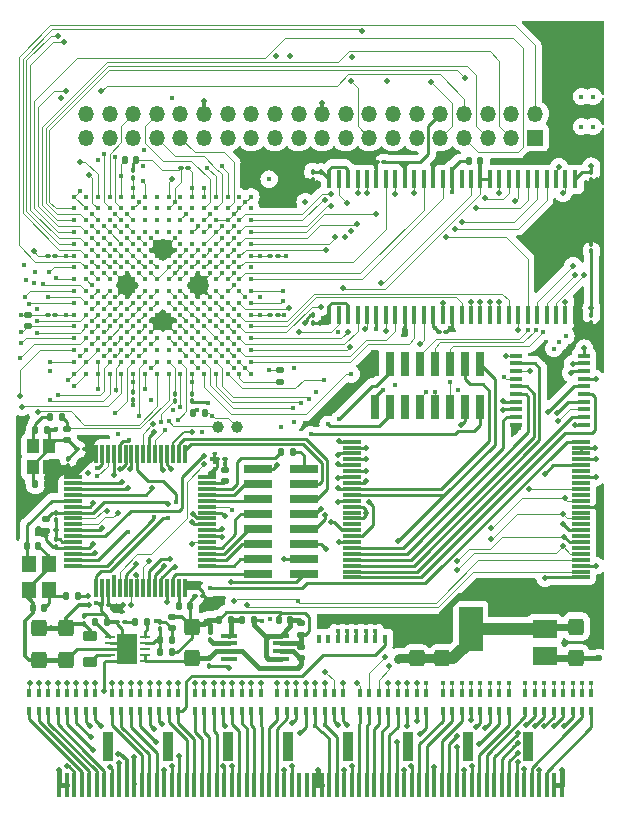
<source format=gbr>
%TF.GenerationSoftware,KiCad,Pcbnew,7.0.10*%
%TF.CreationDate,2024-03-26T21:26:04+03:00*%
%TF.ProjectId,com_1300,636f6d5f-3133-4303-902e-6b696361645f,rev?*%
%TF.SameCoordinates,Original*%
%TF.FileFunction,Copper,L1,Top*%
%TF.FilePolarity,Positive*%
%FSLAX46Y46*%
G04 Gerber Fmt 4.6, Leading zero omitted, Abs format (unit mm)*
G04 Created by KiCad (PCBNEW 7.0.10) date 2024-03-26 21:26:04*
%MOMM*%
%LPD*%
G01*
G04 APERTURE LIST*
G04 Aperture macros list*
%AMRoundRect*
0 Rectangle with rounded corners*
0 $1 Rounding radius*
0 $2 $3 $4 $5 $6 $7 $8 $9 X,Y pos of 4 corners*
0 Add a 4 corners polygon primitive as box body*
4,1,4,$2,$3,$4,$5,$6,$7,$8,$9,$2,$3,0*
0 Add four circle primitives for the rounded corners*
1,1,$1+$1,$2,$3*
1,1,$1+$1,$4,$5*
1,1,$1+$1,$6,$7*
1,1,$1+$1,$8,$9*
0 Add four rect primitives between the rounded corners*
20,1,$1+$1,$2,$3,$4,$5,0*
20,1,$1+$1,$4,$5,$6,$7,0*
20,1,$1+$1,$6,$7,$8,$9,0*
20,1,$1+$1,$8,$9,$2,$3,0*%
G04 Aperture macros list end*
%TA.AperFunction,SMDPad,CuDef*%
%ADD10RoundRect,0.100000X-0.100000X0.130000X-0.100000X-0.130000X0.100000X-0.130000X0.100000X0.130000X0*%
%TD*%
%TA.AperFunction,SMDPad,CuDef*%
%ADD11RoundRect,0.100000X0.100000X-0.130000X0.100000X0.130000X-0.100000X0.130000X-0.100000X-0.130000X0*%
%TD*%
%TA.AperFunction,SMDPad,CuDef*%
%ADD12RoundRect,0.100000X0.130000X0.100000X-0.130000X0.100000X-0.130000X-0.100000X0.130000X-0.100000X0*%
%TD*%
%TA.AperFunction,SMDPad,CuDef*%
%ADD13R,0.458000X1.510000*%
%TD*%
%TA.AperFunction,SMDPad,CuDef*%
%ADD14RoundRect,0.100000X-0.130000X-0.100000X0.130000X-0.100000X0.130000X0.100000X-0.130000X0.100000X0*%
%TD*%
%TA.AperFunction,SMDPad,CuDef*%
%ADD15RoundRect,0.250000X-0.425000X0.450000X-0.425000X-0.450000X0.425000X-0.450000X0.425000X0.450000X0*%
%TD*%
%TA.AperFunction,SMDPad,CuDef*%
%ADD16R,1.450000X0.450000*%
%TD*%
%TA.AperFunction,SMDPad,CuDef*%
%ADD17R,0.400000X2.000000*%
%TD*%
%TA.AperFunction,SMDPad,CuDef*%
%ADD18RoundRect,0.135000X0.135000X0.185000X-0.135000X0.185000X-0.135000X-0.185000X0.135000X-0.185000X0*%
%TD*%
%TA.AperFunction,SMDPad,CuDef*%
%ADD19RoundRect,0.140000X-0.140000X-0.170000X0.140000X-0.170000X0.140000X0.170000X-0.140000X0.170000X0*%
%TD*%
%TA.AperFunction,SMDPad,CuDef*%
%ADD20RoundRect,0.140000X0.170000X-0.140000X0.170000X0.140000X-0.170000X0.140000X-0.170000X-0.140000X0*%
%TD*%
%TA.AperFunction,SMDPad,CuDef*%
%ADD21RoundRect,0.135000X-0.135000X-0.185000X0.135000X-0.185000X0.135000X0.185000X-0.135000X0.185000X0*%
%TD*%
%TA.AperFunction,SMDPad,CuDef*%
%ADD22RoundRect,0.250000X0.425000X-0.450000X0.425000X0.450000X-0.425000X0.450000X-0.425000X-0.450000X0*%
%TD*%
%TA.AperFunction,SMDPad,CuDef*%
%ADD23R,0.430000X0.760000*%
%TD*%
%TA.AperFunction,SMDPad,CuDef*%
%ADD24R,1.000000X0.400000*%
%TD*%
%TA.AperFunction,SMDPad,CuDef*%
%ADD25RoundRect,0.140000X-0.170000X0.140000X-0.170000X-0.140000X0.170000X-0.140000X0.170000X0.140000X0*%
%TD*%
%TA.AperFunction,SMDPad,CuDef*%
%ADD26R,2.000000X1.500000*%
%TD*%
%TA.AperFunction,SMDPad,CuDef*%
%ADD27R,2.000000X3.800000*%
%TD*%
%TA.AperFunction,SMDPad,CuDef*%
%ADD28RoundRect,0.135000X-0.185000X0.135000X-0.185000X-0.135000X0.185000X-0.135000X0.185000X0.135000X0*%
%TD*%
%TA.AperFunction,SMDPad,CuDef*%
%ADD29RoundRect,0.140000X0.140000X0.170000X-0.140000X0.170000X-0.140000X-0.170000X0.140000X-0.170000X0*%
%TD*%
%TA.AperFunction,SMDPad,CuDef*%
%ADD30C,1.000000*%
%TD*%
%TA.AperFunction,SMDPad,CuDef*%
%ADD31RoundRect,0.062500X-0.350000X-0.062500X0.350000X-0.062500X0.350000X0.062500X-0.350000X0.062500X0*%
%TD*%
%TA.AperFunction,SMDPad,CuDef*%
%ADD32R,1.700000X2.500000*%
%TD*%
%TA.AperFunction,ComponentPad*%
%ADD33R,1.350000X1.350000*%
%TD*%
%TA.AperFunction,ComponentPad*%
%ADD34O,1.350000X1.350000*%
%TD*%
%TA.AperFunction,SMDPad,CuDef*%
%ADD35R,2.400000X0.740000*%
%TD*%
%TA.AperFunction,SMDPad,CuDef*%
%ADD36R,0.750000X2.100000*%
%TD*%
%TA.AperFunction,SMDPad,CuDef*%
%ADD37RoundRect,0.075000X-0.712500X-0.075000X0.712500X-0.075000X0.712500X0.075000X-0.712500X0.075000X0*%
%TD*%
%TA.AperFunction,SMDPad,CuDef*%
%ADD38C,0.400000*%
%TD*%
%TA.AperFunction,SMDPad,CuDef*%
%ADD39RoundRect,0.075000X-0.700000X-0.075000X0.700000X-0.075000X0.700000X0.075000X-0.700000X0.075000X0*%
%TD*%
%TA.AperFunction,SMDPad,CuDef*%
%ADD40RoundRect,0.075000X-0.075000X-0.700000X0.075000X-0.700000X0.075000X0.700000X-0.075000X0.700000X0*%
%TD*%
%TA.AperFunction,SMDPad,CuDef*%
%ADD41R,1.200000X1.400000*%
%TD*%
%TA.AperFunction,SMDPad,CuDef*%
%ADD42RoundRect,0.135000X0.185000X-0.135000X0.185000X0.135000X-0.185000X0.135000X-0.185000X-0.135000X0*%
%TD*%
%TA.AperFunction,SMDPad,CuDef*%
%ADD43RoundRect,0.218750X0.381250X-0.218750X0.381250X0.218750X-0.381250X0.218750X-0.381250X-0.218750X0*%
%TD*%
%TA.AperFunction,SMDPad,CuDef*%
%ADD44R,1.000000X1.150000*%
%TD*%
%TA.AperFunction,ViaPad*%
%ADD45C,0.450000*%
%TD*%
%TA.AperFunction,ViaPad*%
%ADD46C,0.500000*%
%TD*%
%TA.AperFunction,ViaPad*%
%ADD47C,0.600000*%
%TD*%
%TA.AperFunction,Conductor*%
%ADD48C,0.250000*%
%TD*%
%TA.AperFunction,Conductor*%
%ADD49C,0.400000*%
%TD*%
%TA.AperFunction,Conductor*%
%ADD50C,0.125000*%
%TD*%
%TA.AperFunction,Conductor*%
%ADD51C,0.600000*%
%TD*%
%TA.AperFunction,Conductor*%
%ADD52C,0.300000*%
%TD*%
%TA.AperFunction,Conductor*%
%ADD53C,0.800000*%
%TD*%
%TA.AperFunction,Conductor*%
%ADD54C,1.000000*%
%TD*%
%TA.AperFunction,Conductor*%
%ADD55C,0.200000*%
%TD*%
G04 APERTURE END LIST*
%TO.C,J2*%
G36*
X43575000Y-77800000D02*
G01*
X42775000Y-77800000D01*
X42775000Y-75300000D01*
X43575000Y-75300000D01*
X43575000Y-77800000D01*
G37*
G36*
X33415000Y-77800000D02*
G01*
X32615000Y-77800000D01*
X32615000Y-75300000D01*
X33415000Y-75300000D01*
X33415000Y-77800000D01*
G37*
G36*
X58815000Y-77800000D02*
G01*
X58015000Y-77800000D01*
X58015000Y-75300000D01*
X58815000Y-75300000D01*
X58815000Y-77800000D01*
G37*
G36*
X38495000Y-77800000D02*
G01*
X37695000Y-77800000D01*
X37695000Y-75300000D01*
X38495000Y-75300000D01*
X38495000Y-77800000D01*
G37*
G36*
X48655000Y-77800000D02*
G01*
X47855000Y-77800000D01*
X47855000Y-75300000D01*
X48655000Y-75300000D01*
X48655000Y-77800000D01*
G37*
G36*
X23255000Y-77800000D02*
G01*
X22455000Y-77800000D01*
X22455000Y-75300000D01*
X23255000Y-75300000D01*
X23255000Y-77800000D01*
G37*
G36*
X28335000Y-77800000D02*
G01*
X27535000Y-77800000D01*
X27535000Y-75300000D01*
X28335000Y-75300000D01*
X28335000Y-77800000D01*
G37*
G36*
X53735000Y-77800000D02*
G01*
X52935000Y-77800000D01*
X52935000Y-75300000D01*
X53735000Y-75300000D01*
X53735000Y-77800000D01*
G37*
%TD*%
D10*
%TO.P,R10,1*%
%TO.N,Net-(R10-Pad1)*%
X28540000Y-46680000D03*
%TO.P,R10,2*%
%TO.N,FPGA_CLK1*%
X28540000Y-47320000D03*
%TD*%
D11*
%TO.P,C29,1*%
%TO.N,+3V3*%
X40200000Y-40680000D03*
%TO.P,C29,2*%
%TO.N,GND*%
X40200000Y-40040000D03*
%TD*%
D12*
%TO.P,C66,1*%
%TO.N,+2V5*%
X29670000Y-27600000D03*
%TO.P,C66,2*%
%TO.N,GND*%
X29030000Y-27600000D03*
%TD*%
D11*
%TO.P,C6,1*%
%TO.N,+3V3*%
X19500000Y-52820000D03*
%TO.P,C6,2*%
%TO.N,GND*%
X19500000Y-52180000D03*
%TD*%
D13*
%TO.P,U17,1,VDD*%
%TO.N,+3V3*%
X41600000Y-40050000D03*
%TO.P,U17,2,DQ0*%
%TO.N,SDRAM_DQ15*%
X42400000Y-40050000D03*
%TO.P,U17,3,VDDQ*%
%TO.N,+3V3*%
X43200000Y-40050000D03*
%TO.P,U17,4,DQ1*%
%TO.N,SDRAM_DQ14*%
X44000000Y-40050000D03*
%TO.P,U17,5,DQ2*%
%TO.N,SDRAM_DQ13*%
X44800000Y-40050000D03*
%TO.P,U17,6,VSSQ*%
%TO.N,GND*%
X45600000Y-40050000D03*
%TO.P,U17,7,DQ3*%
%TO.N,SDRAM_DQ12*%
X46400000Y-40050000D03*
%TO.P,U17,8,DQ4*%
%TO.N,SDRAM_DQ11*%
X47200000Y-40050000D03*
%TO.P,U17,9,VDDQ*%
%TO.N,+3V3*%
X48000000Y-40050000D03*
%TO.P,U17,10,DQ5*%
%TO.N,SDRAM_DQ10*%
X48800000Y-40050000D03*
%TO.P,U17,11,DQ6*%
%TO.N,SDRAM_DQ9*%
X49600000Y-40050000D03*
%TO.P,U17,12,VSSQ*%
%TO.N,GND*%
X50400000Y-40050000D03*
%TO.P,U17,13,DQ7*%
%TO.N,SDRAM_DQ8*%
X51200000Y-40050000D03*
%TO.P,U17,14,VDD*%
%TO.N,+3V3*%
X52000000Y-40050000D03*
%TO.P,U17,15,DQML*%
%TO.N,SDRAM_CNTRL9*%
X52800000Y-40050000D03*
%TO.P,U17,16,WE#*%
%TO.N,SDRAM_CNTRL4*%
X53600000Y-40050000D03*
%TO.P,U17,17,CAS#*%
%TO.N,SDRAM_CNTRL3*%
X54400000Y-40050000D03*
%TO.P,U17,18,RAS#*%
%TO.N,SDRAM_CNTRL2*%
X55200000Y-40050000D03*
%TO.P,U17,19,CS#*%
%TO.N,SDRAM_CNTRL7*%
X56000000Y-40050000D03*
%TO.P,U17,20,BA0*%
%TO.N,SDRAM_CNTRL5*%
X56800000Y-40050000D03*
%TO.P,U17,21,BA1*%
%TO.N,SDRAM_CNTRL6*%
X57600000Y-40050000D03*
%TO.P,U17,22,A10*%
%TO.N,SDRAM_A10*%
X58400000Y-40050000D03*
%TO.P,U17,23,A0*%
%TO.N,SDRAM_A0*%
X59200000Y-40050000D03*
%TO.P,U17,24,A1*%
%TO.N,SDRAM_A1*%
X60000000Y-40050000D03*
%TO.P,U17,25,A2*%
%TO.N,SDRAM_A2*%
X60800000Y-40050000D03*
%TO.P,U17,26,A3*%
%TO.N,SDRAM_A3*%
X61600000Y-40050000D03*
%TO.P,U17,27,VDD*%
%TO.N,+3V3*%
X62400000Y-40050000D03*
%TO.P,U17,28,VSS*%
%TO.N,GND*%
X62400000Y-28550000D03*
%TO.P,U17,29,A4*%
%TO.N,SDRAM_A4*%
X61600000Y-28550000D03*
%TO.P,U17,30,A5*%
%TO.N,SDRAM_A5*%
X60800000Y-28550000D03*
%TO.P,U17,31,A6*%
%TO.N,SDRAM_A6*%
X60000000Y-28550000D03*
%TO.P,U17,32,A7*%
%TO.N,SDRAM_A7*%
X59200000Y-28550000D03*
%TO.P,U17,33,A8*%
%TO.N,SDRAM_A8*%
X58400000Y-28550000D03*
%TO.P,U17,34,A9*%
%TO.N,SDRAM_A9*%
X57600000Y-28550000D03*
%TO.P,U17,35,A11*%
%TO.N,SDRAM_A11*%
X56800000Y-28550000D03*
%TO.P,U17,36,A12*%
%TO.N,SDRAM_A12*%
X56000000Y-28550000D03*
%TO.P,U17,37,CKE*%
%TO.N,SDRAM_CNTRL8*%
X55200000Y-28550000D03*
%TO.P,U17,38,CLK*%
X54400000Y-28550000D03*
%TO.P,U17,39,DQMH*%
%TO.N,SDRAM_CNTRL10*%
X53600000Y-28550000D03*
%TO.P,U17,40,NC*%
%TO.N,unconnected-(U17-Pad40)*%
X52800000Y-28550000D03*
%TO.P,U17,41,VSS*%
%TO.N,GND*%
X52000000Y-28550000D03*
%TO.P,U17,42,DQ8*%
%TO.N,SDRAM_DQ7*%
X51200000Y-28550000D03*
%TO.P,U17,43,VDDQ*%
%TO.N,+3V3*%
X50400000Y-28550000D03*
%TO.P,U17,44,DQ9*%
%TO.N,SDRAM_DQ6*%
X49600000Y-28550000D03*
%TO.P,U17,45,DQ10*%
%TO.N,SDRAM_DQ5*%
X48800000Y-28550000D03*
%TO.P,U17,46,VSSQ*%
%TO.N,GND*%
X48000000Y-28550000D03*
%TO.P,U17,47,DQ11*%
%TO.N,SDRAM_DQ4*%
X47200000Y-28550000D03*
%TO.P,U17,48,DQ12*%
%TO.N,SDRAM_DQ3*%
X46400000Y-28550000D03*
%TO.P,U17,49,VDDQ*%
%TO.N,+3V3*%
X45600000Y-28550000D03*
%TO.P,U17,50,DQ13*%
%TO.N,SDRAM_DQ2*%
X44800000Y-28550000D03*
%TO.P,U17,51,DQ14*%
%TO.N,SDRAM_DQ1*%
X44000000Y-28550000D03*
%TO.P,U17,52,VSSQ*%
%TO.N,GND*%
X43200000Y-28550000D03*
%TO.P,U17,53,DQ15*%
%TO.N,SDRAM_DQ0*%
X42400000Y-28550000D03*
%TO.P,U17,54,VSS*%
%TO.N,GND*%
X41600000Y-28550000D03*
%TD*%
D14*
%TO.P,C32,1*%
%TO.N,+3V3*%
X45610000Y-27100000D03*
%TO.P,C32,2*%
%TO.N,GND*%
X46250000Y-27100000D03*
%TD*%
D15*
%TO.P,C17,1*%
%TO.N,+1V2*%
X19300000Y-66550000D03*
%TO.P,C17,2*%
%TO.N,GND*%
X19300000Y-69250000D03*
%TD*%
D16*
%TO.P,U6,1,OUT*%
%TO.N,+2V5*%
X37500000Y-69125000D03*
%TO.P,U6,2,IN*%
%TO.N,VCC*%
X37500000Y-68475000D03*
%TO.P,U6,3,GND*%
%TO.N,GND*%
X37500000Y-67825000D03*
%TO.P,U6,4,OUT*%
%TO.N,+2V5*%
X37500000Y-67175000D03*
%TO.P,U6,5,SET*%
%TO.N,Net-(R5-Pad1)*%
X33100000Y-67175000D03*
%TO.P,U6,6,CC*%
%TO.N,Net-(C18-Pad2)*%
X33100000Y-67825000D03*
%TO.P,U6,7,~{SHDN}*%
%TO.N,VCC*%
X33100000Y-68475000D03*
%TO.P,U6,8,~{FAULT}*%
%TO.N,unconnected-(U6-Pad8)*%
X33100000Y-69125000D03*
%TD*%
D17*
%TO.P,J2,1,GND*%
%TO.N,GND*%
X61272500Y-79800000D03*
%TO.P,J2,2,PC_CARD_1*%
%TO.N,PC_CARD_1*%
X60002500Y-79800000D03*
%TO.P,J2,3,PC_CARD_2*%
%TO.N,PC_CARD_2*%
X58732500Y-79800000D03*
%TO.P,J2,4,PC_CARD_3*%
%TO.N,PC_CARD_3*%
X57462500Y-79800000D03*
%TO.P,J2,5,PC_CARD_4*%
%TO.N,PC_CARD_4*%
X56192500Y-79800000D03*
%TO.P,J2,6,PC_CARD_5*%
%TO.N,PC_CARD_5*%
X54922500Y-79800000D03*
%TO.P,J2,7,PC_CARD_6*%
%TO.N,PC_CARD_6*%
X53652500Y-79800000D03*
%TO.P,J2,8,PC_CARD_7*%
%TO.N,PC_CARD_7*%
X52382500Y-79800000D03*
%TO.P,J2,9,PC_CARD_8*%
%TO.N,PC_CARD_8*%
X51112500Y-79800000D03*
%TO.P,J2,10,PC_CARD_9*%
%TO.N,PC_CARD_9*%
X49842500Y-79800000D03*
%TO.P,J2,11,PC_CARD_10*%
%TO.N,PC_CARD_10*%
X48572500Y-79800000D03*
%TO.P,J2,12,PC_CARD_11*%
%TO.N,PC_CARD_11*%
X47302500Y-79800000D03*
%TO.P,J2,13,PC_CARD_12*%
%TO.N,PC_CARD_12*%
X46032500Y-79800000D03*
%TO.P,J2,14,PC_CARD_13*%
%TO.N,PC_CARD_13*%
X44762500Y-79800000D03*
%TO.P,J2,15,PC_CARD_14*%
%TO.N,PC_CARD_14*%
X43492500Y-79800000D03*
%TO.P,J2,16,PC_CARD_55*%
%TO.N,PC_CARD_55*%
X42222500Y-79800000D03*
%TO.P,J2,17,VCC*%
%TO.N,VCC*%
X40952500Y-79800000D03*
%TO.P,J2,18,VPP1*%
%TO.N,unconnected-(J2-Pad18)*%
X39682500Y-79800000D03*
%TO.P,J2,19,PC_CARD_15*%
%TO.N,PC_CARD_15*%
X38412500Y-79800000D03*
%TO.P,J2,20,PC_CARD_16*%
%TO.N,PC_CARD_16*%
X37142500Y-79800000D03*
%TO.P,J2,21,PC_CARD_17*%
%TO.N,PC_CARD_17*%
X35872500Y-79800000D03*
%TO.P,J2,22,PC_CARD_18*%
%TO.N,PC_CARD_18*%
X34602500Y-79800000D03*
%TO.P,J2,23,PC_CARD_19*%
%TO.N,PC_CARD_19*%
X33332500Y-79800000D03*
%TO.P,J2,24,PC_CARD_20*%
%TO.N,PC_CARD_20*%
X32062500Y-79800000D03*
%TO.P,J2,25,PC_CARD_21*%
%TO.N,PC_CARD_21*%
X30792500Y-79800000D03*
%TO.P,J2,26,PC_CARD_22*%
%TO.N,PC_CARD_22*%
X29522500Y-79800000D03*
%TO.P,J2,27,PC_CARD_23*%
%TO.N,PC_CARD_23*%
X28252500Y-79800000D03*
%TO.P,J2,28,PC_CARD_24*%
%TO.N,PC_CARD_24*%
X26982500Y-79800000D03*
%TO.P,J2,29,PC_CARD_25*%
%TO.N,PC_CARD_25*%
X25712500Y-79800000D03*
%TO.P,J2,30,PC_CARD_26*%
%TO.N,PC_CARD_26*%
X24442500Y-79800000D03*
%TO.P,J2,31,PC_CARD_27*%
%TO.N,PC_CARD_27*%
X23172500Y-79800000D03*
%TO.P,J2,32,PC_CARD_28*%
%TO.N,PC_CARD_28*%
X21902500Y-79800000D03*
%TO.P,J2,33,PC_CARD_29*%
%TO.N,PC_CARD_29*%
X20632500Y-79800000D03*
%TO.P,J2,34,GND*%
%TO.N,GND*%
X19362500Y-79800000D03*
%TO.P,J2,35,GND*%
X60637500Y-79800000D03*
%TO.P,J2,36,CD1#*%
X59367500Y-79800000D03*
%TO.P,J2,37,PC_CARD_30*%
%TO.N,PC_CARD_30*%
X58097500Y-79800000D03*
%TO.P,J2,38,PC_CARD_31*%
%TO.N,PC_CARD_31*%
X56827500Y-79800000D03*
%TO.P,J2,39,PC_CARD_32*%
%TO.N,PC_CARD_32*%
X55557500Y-79800000D03*
%TO.P,J2,40,PC_CARD_33*%
%TO.N,PC_CARD_33*%
X54287500Y-79800000D03*
%TO.P,J2,41,PC_CARD_34*%
%TO.N,PC_CARD_34*%
X53017500Y-79800000D03*
%TO.P,J2,42,PC_CARD_35*%
%TO.N,PC_CARD_35*%
X51747500Y-79800000D03*
%TO.P,J2,43,VS1#/Refresh*%
%TO.N,Net-(J2-Pad43)*%
X50477500Y-79800000D03*
%TO.P,J2,44,PC_CARD_36*%
%TO.N,PC_CARD_36*%
X49207500Y-79800000D03*
%TO.P,J2,45,PC_CARD_37*%
%TO.N,PC_CARD_37*%
X47937500Y-79800000D03*
%TO.P,J2,46,PC_CARD_38*%
%TO.N,PC_CARD_38*%
X46667500Y-79800000D03*
%TO.P,J2,47,PC_CARD_39*%
%TO.N,PC_CARD_39*%
X45397500Y-79800000D03*
%TO.P,J2,48,PC_CARD_40*%
%TO.N,PC_CARD_40*%
X44127500Y-79800000D03*
%TO.P,J2,49,PC_CARD_41*%
%TO.N,PC_CARD_41*%
X42857500Y-79800000D03*
%TO.P,J2,50,PC_CARD_42*%
%TO.N,PC_CARD_42*%
X41587500Y-79800000D03*
%TO.P,J2,51,VCC*%
%TO.N,VCC*%
X40317500Y-79800000D03*
%TO.P,J2,52,VPP2*%
%TO.N,unconnected-(J2-Pad52)*%
X39047500Y-79800000D03*
%TO.P,J2,53,PC_CARD_43*%
%TO.N,PC_CARD_43*%
X37777500Y-79800000D03*
%TO.P,J2,54,PC_CARD_44*%
%TO.N,PC_CARD_44*%
X36507500Y-79800000D03*
%TO.P,J2,55,PC_CARD_45*%
%TO.N,PC_CARD_45*%
X35237500Y-79800000D03*
%TO.P,J2,56,PC_CARD_46*%
%TO.N,PC_CARD_46*%
X33967500Y-79800000D03*
%TO.P,J2,57,VS2#/Reserved*%
%TO.N,Net-(J2-Pad57)*%
X32697500Y-79800000D03*
%TO.P,J2,58,RESET*%
%TO.N,PC_CARD_RESET*%
X31427500Y-79800000D03*
%TO.P,J2,59,PC_CARD_47*%
%TO.N,PC_CARD_47*%
X30157500Y-79800000D03*
%TO.P,J2,60,PC_CARD_48*%
%TO.N,PC_CARD_48*%
X28887500Y-79800000D03*
%TO.P,J2,61,PC_CARD_49*%
%TO.N,PC_CARD_49*%
X27617500Y-79800000D03*
%TO.P,J2,62,PC_CARD_50*%
%TO.N,PC_CARD_50*%
X26347500Y-79800000D03*
%TO.P,J2,63,PC_CARD_51*%
%TO.N,PC_CARD_51*%
X25077500Y-79800000D03*
%TO.P,J2,64,PC_CARD_52*%
%TO.N,PC_CARD_52*%
X23807500Y-79800000D03*
%TO.P,J2,65,PC_CARD_53*%
%TO.N,PC_CARD_53*%
X22537500Y-79800000D03*
%TO.P,J2,66,PC_CARD_54*%
%TO.N,PC_CARD_54*%
X21267500Y-79800000D03*
%TO.P,J2,67,CD2#*%
%TO.N,Net-(J2-Pad67)*%
X19997500Y-79800000D03*
%TO.P,J2,68,GND*%
%TO.N,GND*%
X18727500Y-79800000D03*
%TD*%
D18*
%TO.P,R9,1*%
%TO.N,Net-(J4-Pad15)*%
X38510000Y-51600000D03*
%TO.P,R9,2*%
%TO.N,SWIDO*%
X37490000Y-51600000D03*
%TD*%
D19*
%TO.P,C82,1*%
%TO.N,Net-(C82-Pad1)*%
X28850000Y-64700000D03*
%TO.P,C82,2*%
%TO.N,GND*%
X29810000Y-64700000D03*
%TD*%
D14*
%TO.P,C25,1*%
%TO.N,GND*%
X23660000Y-66000000D03*
%TO.P,C25,2*%
%TO.N,Net-(C25-Pad2)*%
X24300000Y-66000000D03*
%TD*%
D20*
%TO.P,C76,1*%
%TO.N,Net-(C76-Pad1)*%
X32800000Y-54100000D03*
%TO.P,C76,2*%
%TO.N,GND*%
X32800000Y-53140000D03*
%TD*%
D15*
%TO.P,C1,1*%
%TO.N,+3V3*%
X51180000Y-66410000D03*
%TO.P,C1,2*%
%TO.N,GND*%
X51180000Y-69110000D03*
%TD*%
D21*
%TO.P,R7,1*%
%TO.N,GND*%
X32230000Y-65825000D03*
%TO.P,R7,2*%
%TO.N,Net-(R5-Pad1)*%
X33250000Y-65825000D03*
%TD*%
D22*
%TO.P,C4,1*%
%TO.N,VCC*%
X62510000Y-69110000D03*
%TO.P,C4,2*%
%TO.N,GND*%
X62510000Y-66410000D03*
%TD*%
D11*
%TO.P,C71,1*%
%TO.N,+2V5*%
X25000000Y-28420000D03*
%TO.P,C71,2*%
%TO.N,GND*%
X25000000Y-27780000D03*
%TD*%
D12*
%TO.P,C81,1*%
%TO.N,+3V3*%
X30870000Y-63850000D03*
%TO.P,C81,2*%
%TO.N,GND*%
X30230000Y-63850000D03*
%TD*%
D10*
%TO.P,C19,1*%
%TO.N,+1V2*%
X27290000Y-65980000D03*
%TO.P,C19,2*%
%TO.N,Net-(C19-Pad2)*%
X27290000Y-66620000D03*
%TD*%
D23*
%TO.P,RN2,1,R1.1*%
%TO.N,INOUT_PC_CARD_47*%
X28800000Y-72040000D03*
%TO.P,RN2,2,R2.1*%
%TO.N,INOUT_PC_CARD_22*%
X28000000Y-72040000D03*
%TO.P,RN2,3,R3.1*%
%TO.N,INOUT_PC_CARD_48*%
X27200000Y-72040000D03*
%TO.P,RN2,4,R4.1*%
%TO.N,INOUT_PC_CARD_23*%
X26400000Y-72040000D03*
%TO.P,RN2,5,R5.1*%
%TO.N,INOUT_PC_CARD_49*%
X25600000Y-72040000D03*
%TO.P,RN2,6,R6.1*%
%TO.N,INOUT_PC_CARD_24*%
X24800000Y-72040000D03*
%TO.P,RN2,7,R7.1*%
%TO.N,INOUT_PC_CARD_50*%
X24000000Y-72040000D03*
%TO.P,RN2,8,R8.1*%
%TO.N,INOUT_PC_CARD_25*%
X23200000Y-72040000D03*
%TO.P,RN2,9,R8.2*%
%TO.N,PC_CARD_25*%
X23200000Y-73560000D03*
%TO.P,RN2,10,R7.2*%
%TO.N,PC_CARD_50*%
X24000000Y-73560000D03*
%TO.P,RN2,11,R6.2*%
%TO.N,PC_CARD_24*%
X24800000Y-73560000D03*
%TO.P,RN2,12,R5.2*%
%TO.N,PC_CARD_49*%
X25600000Y-73560000D03*
%TO.P,RN2,13,R4.2*%
%TO.N,PC_CARD_23*%
X26400000Y-73560000D03*
%TO.P,RN2,14,R3.2*%
%TO.N,PC_CARD_48*%
X27200000Y-73560000D03*
%TO.P,RN2,15,R2.2*%
%TO.N,PC_CARD_22*%
X28000000Y-73560000D03*
%TO.P,RN2,16,R1.2*%
%TO.N,PC_CARD_47*%
X28800000Y-73560000D03*
%TD*%
D10*
%TO.P,C53,1*%
%TO.N,+2V5*%
X25000000Y-46580000D03*
%TO.P,C53,2*%
%TO.N,GND*%
X25000000Y-47220000D03*
%TD*%
D24*
%TO.P,U4,1,OE*%
%TO.N,GND*%
X63180000Y-49325000D03*
%TO.P,U4,2,Q0*%
%TO.N,uC_A3*%
X63180000Y-48675000D03*
%TO.P,U4,3,D0*%
%TO.N,uC_AD3*%
X63180000Y-48025000D03*
%TO.P,U4,4,D1*%
%TO.N,uC_AD2*%
X63180000Y-47375000D03*
%TO.P,U4,5,Q1*%
%TO.N,uC_A2*%
X63180000Y-46725000D03*
%TO.P,U4,6,Q2*%
%TO.N,uC_A1*%
X63180000Y-46075000D03*
%TO.P,U4,7,D2*%
%TO.N,uC_AD1*%
X63180000Y-45425000D03*
%TO.P,U4,8,D3*%
%TO.N,uC_AD0*%
X63180000Y-44775000D03*
%TO.P,U4,9,Q3*%
%TO.N,uC_A0*%
X63180000Y-44125000D03*
%TO.P,U4,10,GND*%
%TO.N,GND*%
X63180000Y-43475000D03*
%TO.P,U4,11,LE*%
%TO.N,uC_CNTRL4*%
X57380000Y-43475000D03*
%TO.P,U4,12,Q4*%
%TO.N,uC_A4*%
X57380000Y-44125000D03*
%TO.P,U4,13,D4*%
%TO.N,uC_AD4*%
X57380000Y-44775000D03*
%TO.P,U4,14,D5*%
%TO.N,uC_AD5*%
X57380000Y-45425000D03*
%TO.P,U4,15,Q5*%
%TO.N,uC_A5*%
X57380000Y-46075000D03*
%TO.P,U4,16,Q6*%
%TO.N,uC_A6*%
X57380000Y-46725000D03*
%TO.P,U4,17,D6*%
%TO.N,uC_AD6*%
X57380000Y-47375000D03*
%TO.P,U4,18,D7*%
%TO.N,uC_AD7*%
X57380000Y-48025000D03*
%TO.P,U4,19,Q7*%
%TO.N,uC_A7*%
X57380000Y-48675000D03*
%TO.P,U4,20,VCC*%
%TO.N,+3V3*%
X57380000Y-49325000D03*
%TD*%
D14*
%TO.P,C79,1*%
%TO.N,+3V3*%
X32130000Y-52200000D03*
%TO.P,C79,2*%
%TO.N,GND*%
X32770000Y-52200000D03*
%TD*%
D12*
%TO.P,C77,1*%
%TO.N,+3V3*%
X22920000Y-64600000D03*
%TO.P,C77,2*%
%TO.N,GND*%
X22280000Y-64600000D03*
%TD*%
D25*
%TO.P,C13,1*%
%TO.N,GND*%
X16100000Y-40020000D03*
%TO.P,C13,2*%
%TO.N,INOUT_PC_CARD_44*%
X16100000Y-40980000D03*
%TD*%
D10*
%TO.P,C7,1*%
%TO.N,NRST*%
X18500000Y-56780000D03*
%TO.P,C7,2*%
%TO.N,GND*%
X18500000Y-57420000D03*
%TD*%
D25*
%TO.P,C14,1*%
%TO.N,GND*%
X28310000Y-65610000D03*
%TO.P,C14,2*%
%TO.N,+1V2*%
X28310000Y-66570000D03*
%TD*%
D26*
%TO.P,U1,1,IN*%
%TO.N,VCC*%
X59860000Y-68910000D03*
%TO.P,U1,2,GND*%
%TO.N,GND*%
X59860000Y-66610000D03*
D27*
X53560000Y-66610000D03*
D26*
%TO.P,U1,3,OUT*%
%TO.N,+3V3*%
X59860000Y-64310000D03*
%TD*%
D28*
%TO.P,R21,1*%
%TO.N,uC_CNTRL2*%
X37400000Y-44690000D03*
%TO.P,R21,2*%
%TO.N,Net-(R21-Pad2)*%
X37400000Y-45710000D03*
%TD*%
D10*
%TO.P,C18,1*%
%TO.N,GND*%
X31470000Y-66905000D03*
%TO.P,C18,2*%
%TO.N,Net-(C18-Pad2)*%
X31470000Y-67545000D03*
%TD*%
D29*
%TO.P,C34,1*%
%TO.N,SDRAM_CNTRL8*%
X54400000Y-27020000D03*
%TO.P,C34,2*%
%TO.N,GND*%
X53440000Y-27020000D03*
%TD*%
D30*
%TO.P,TP1,1,1*%
%TO.N,FPGA_CNTRL3*%
X33800000Y-49500000D03*
%TD*%
D23*
%TO.P,RN3,1,R1.1*%
%TO.N,INOUT_PC_CARD_17*%
X35800000Y-72040000D03*
%TO.P,RN3,2,R2.1*%
%TO.N,INOUT_PC_CARD_45*%
X35000000Y-72040000D03*
%TO.P,RN3,3,R3.1*%
%TO.N,INOUT_PC_CARD_18*%
X34200000Y-72040000D03*
%TO.P,RN3,4,R4.1*%
%TO.N,INOUT_PC_CARD_46*%
X33400000Y-72040000D03*
%TO.P,RN3,5,R5.1*%
%TO.N,INOUT_PC_CARD_19*%
X32600000Y-72040000D03*
%TO.P,RN3,6,R6.1*%
%TO.N,INOUT_PC_CARD_20*%
X31800000Y-72040000D03*
%TO.P,RN3,7,R7.1*%
%TO.N,INOUT_PC_CARD_RESET*%
X31000000Y-72040000D03*
%TO.P,RN3,8,R8.1*%
%TO.N,INOUT_PC_CARD_21*%
X30200000Y-72040000D03*
%TO.P,RN3,9,R8.2*%
%TO.N,PC_CARD_21*%
X30200000Y-73560000D03*
%TO.P,RN3,10,R7.2*%
%TO.N,PC_CARD_RESET*%
X31000000Y-73560000D03*
%TO.P,RN3,11,R6.2*%
%TO.N,PC_CARD_20*%
X31800000Y-73560000D03*
%TO.P,RN3,12,R5.2*%
%TO.N,PC_CARD_19*%
X32600000Y-73560000D03*
%TO.P,RN3,13,R4.2*%
%TO.N,PC_CARD_46*%
X33400000Y-73560000D03*
%TO.P,RN3,14,R3.2*%
%TO.N,PC_CARD_18*%
X34200000Y-73560000D03*
%TO.P,RN3,15,R2.2*%
%TO.N,PC_CARD_45*%
X35000000Y-73560000D03*
%TO.P,RN3,16,R1.2*%
%TO.N,PC_CARD_17*%
X35800000Y-73560000D03*
%TD*%
D21*
%TO.P,R14,1*%
%TO.N,+2V5*%
X30070000Y-48300000D03*
%TO.P,R14,2*%
%TO.N,FPGA_CNTRL3*%
X31090000Y-48300000D03*
%TD*%
D31*
%TO.P,U7,1,SHDN/RT*%
%TO.N,Net-(R2-Pad2)*%
X23037500Y-67310000D03*
%TO.P,U7,2,SYNC/MODE*%
%TO.N,GND*%
X23037500Y-67810000D03*
%TO.P,U7,3,SGND3*%
X23037500Y-68310000D03*
%TO.P,U7,4,SW*%
%TO.N,Net-(L1-Pad1)*%
X23037500Y-68810000D03*
%TO.P,U7,5,PGND*%
%TO.N,GND*%
X23037500Y-69310000D03*
%TO.P,U7,6,PVIN*%
%TO.N,VCC*%
X25962500Y-69310000D03*
%TO.P,U7,7,SVIN*%
X25962500Y-68810000D03*
%TO.P,U7,8,PGOOD*%
%TO.N,unconnected-(U7-Pad8)*%
X25962500Y-68310000D03*
%TO.P,U7,9,VFB*%
%TO.N,Net-(C19-Pad2)*%
X25962500Y-67810000D03*
%TO.P,U7,10,IHT*%
%TO.N,Net-(R12-Pad1)*%
X25962500Y-67310000D03*
D32*
%TO.P,U7,11,GND*%
%TO.N,GND*%
X24500000Y-68310000D03*
%TD*%
D28*
%TO.P,R6,1*%
%TO.N,NRST*%
X17600000Y-57280000D03*
%TO.P,R6,2*%
%TO.N,+3V3*%
X17600000Y-58300000D03*
%TD*%
D18*
%TO.P,R2,1*%
%TO.N,GND*%
X22760000Y-66000000D03*
%TO.P,R2,2*%
%TO.N,Net-(R2-Pad2)*%
X21740000Y-66000000D03*
%TD*%
D33*
%TO.P,J1,1,Pin_1*%
%TO.N,FPGA_CLK1*%
X59000000Y-25000000D03*
D34*
%TO.P,J1,2,Pin_2*%
%TO.N,USER_IO_0*%
X59000000Y-23000000D03*
%TO.P,J1,3,Pin_3*%
%TO.N,USER_IO_1*%
X57000000Y-25000000D03*
%TO.P,J1,4,Pin_4*%
%TO.N,USER_IO_2*%
X57000000Y-23000000D03*
%TO.P,J1,5,Pin_5*%
%TO.N,USER_IO_3*%
X55000000Y-25000000D03*
%TO.P,J1,6,Pin_6*%
%TO.N,USER_IO_4*%
X55000000Y-23000000D03*
%TO.P,J1,7,Pin_7*%
%TO.N,USER_IO_5*%
X53000000Y-25000000D03*
%TO.P,J1,8,Pin_8*%
%TO.N,USER_IO_6*%
X53000000Y-23000000D03*
%TO.P,J1,9,Pin_9*%
%TO.N,USER_IO_7*%
X51000000Y-25000000D03*
%TO.P,J1,10,Pin_10*%
%TO.N,GND*%
X51000000Y-23000000D03*
%TO.P,J1,11,Pin_11*%
%TO.N,USER_IO_8*%
X49000000Y-25000000D03*
%TO.P,J1,12,Pin_12*%
%TO.N,USER_IO_9*%
X49000000Y-23000000D03*
%TO.P,J1,13,Pin_13*%
%TO.N,USER_IO_10*%
X47000000Y-25000000D03*
%TO.P,J1,14,Pin_14*%
%TO.N,USER_IO_11*%
X47000000Y-23000000D03*
%TO.P,J1,15,Pin_15*%
%TO.N,USER_IO_12*%
X45000000Y-25000000D03*
%TO.P,J1,16,Pin_16*%
%TO.N,USER_IO_13*%
X45000000Y-23000000D03*
%TO.P,J1,17,Pin_17*%
%TO.N,USER_IO_14*%
X43000000Y-25000000D03*
%TO.P,J1,18,Pin_18*%
%TO.N,USER_IO_15*%
X43000000Y-23000000D03*
%TO.P,J1,19,Pin_19*%
%TO.N,USER_IO_16*%
X41000000Y-25000000D03*
%TO.P,J1,20,Pin_20*%
%TO.N,GND*%
X41000000Y-23000000D03*
%TO.P,J1,21,Pin_21*%
%TO.N,USER_IO_17*%
X39000000Y-25000000D03*
%TO.P,J1,22,Pin_22*%
%TO.N,USER_IO_18*%
X39000000Y-23000000D03*
%TO.P,J1,23,Pin_23*%
%TO.N,USER_IO_19*%
X37000000Y-25000000D03*
%TO.P,J1,24,Pin_24*%
%TO.N,USER_IO_20*%
X37000000Y-23000000D03*
%TO.P,J1,25,Pin_25*%
%TO.N,USER_IO_21*%
X35000000Y-25000000D03*
%TO.P,J1,26,Pin_26*%
%TO.N,USER_IO_22*%
X35000000Y-23000000D03*
%TO.P,J1,27,Pin_27*%
%TO.N,USER_IO_23*%
X33000000Y-25000000D03*
%TO.P,J1,28,Pin_28*%
%TO.N,USER_IO_24*%
X33000000Y-23000000D03*
%TO.P,J1,29,Pin_29*%
%TO.N,USER_IO_25*%
X31000000Y-25000000D03*
%TO.P,J1,30,Pin_30*%
%TO.N,GND*%
X31000000Y-23000000D03*
%TO.P,J1,31,Pin_31*%
%TO.N,USER_IO_26*%
X29000000Y-25000000D03*
%TO.P,J1,32,Pin_32*%
%TO.N,USER_IO_27*%
X29000000Y-23000000D03*
%TO.P,J1,33,Pin_33*%
%TO.N,USER_IO_28*%
X27000000Y-25000000D03*
%TO.P,J1,34,Pin_34*%
%TO.N,USER_IO_29*%
X27000000Y-23000000D03*
%TO.P,J1,35,Pin_35*%
%TO.N,SERIAL_IO_2*%
X25000000Y-25000000D03*
%TO.P,J1,36,Pin_36*%
%TO.N,SERIAL_IO_1*%
X25000000Y-23000000D03*
%TO.P,J1,37,Pin_37*%
%TO.N,USER_IO_30*%
X23000000Y-25000000D03*
%TO.P,J1,38,Pin_38*%
%TO.N,USER_IO_31*%
X23000000Y-23000000D03*
%TO.P,J1,39,Pin_39*%
%TO.N,BOOT_SECTOR*%
X21000000Y-25000000D03*
%TO.P,J1,40,Pin_40*%
%TO.N,GND*%
X21000000Y-23000000D03*
%TD*%
D23*
%TO.P,RN5,1,R1.1*%
%TO.N,INOUT_PC_CARD_10*%
X49800000Y-72040000D03*
%TO.P,RN5,2,R2.1*%
%TO.N,INOUT_PC_CARD_37*%
X49000000Y-72040000D03*
%TO.P,RN5,3,R3.1*%
%TO.N,INOUT_PC_CARD_11*%
X48200000Y-72040000D03*
%TO.P,RN5,4,R4.1*%
%TO.N,INOUT_PC_CARD_38*%
X47400000Y-72040000D03*
%TO.P,RN5,5,R5.1*%
%TO.N,INOUT_PC_CARD_12*%
X46600000Y-72040000D03*
%TO.P,RN5,6,R6.1*%
%TO.N,INOUT_PC_CARD_39*%
X45800000Y-72040000D03*
%TO.P,RN5,7,R7.1*%
%TO.N,INOUT_PC_CARD_13*%
X45000000Y-72040000D03*
%TO.P,RN5,8,R8.1*%
%TO.N,INOUT_PC_CARD_40*%
X44200000Y-72040000D03*
%TO.P,RN5,9,R8.2*%
%TO.N,PC_CARD_40*%
X44200000Y-73560000D03*
%TO.P,RN5,10,R7.2*%
%TO.N,PC_CARD_13*%
X45000000Y-73560000D03*
%TO.P,RN5,11,R6.2*%
%TO.N,PC_CARD_39*%
X45800000Y-73560000D03*
%TO.P,RN5,12,R5.2*%
%TO.N,PC_CARD_12*%
X46600000Y-73560000D03*
%TO.P,RN5,13,R4.2*%
%TO.N,PC_CARD_38*%
X47400000Y-73560000D03*
%TO.P,RN5,14,R3.2*%
%TO.N,PC_CARD_11*%
X48200000Y-73560000D03*
%TO.P,RN5,15,R2.2*%
%TO.N,PC_CARD_37*%
X49000000Y-73560000D03*
%TO.P,RN5,16,R1.2*%
%TO.N,PC_CARD_10*%
X49800000Y-73560000D03*
%TD*%
D11*
%TO.P,C78,1*%
%TO.N,+3V3*%
X18500000Y-59670000D03*
%TO.P,C78,2*%
%TO.N,GND*%
X18500000Y-59030000D03*
%TD*%
D19*
%TO.P,C10,1*%
%TO.N,GND*%
X37320000Y-65875000D03*
%TO.P,C10,2*%
%TO.N,+2V5*%
X38280000Y-65875000D03*
%TD*%
D23*
%TO.P,RN7,1,R1.1*%
%TO.N,INOUT_PC_CARD_1*%
X63800000Y-72040000D03*
%TO.P,RN7,2,R2.1*%
%TO.N,INOUT_PC_CARD_2*%
X63000000Y-72040000D03*
%TO.P,RN7,3,R3.1*%
%TO.N,INOUT_PC_CARD_30*%
X62200000Y-72040000D03*
%TO.P,RN7,4,R4.1*%
%TO.N,INOUT_PC_CARD_3*%
X61400000Y-72040000D03*
%TO.P,RN7,5,R5.1*%
%TO.N,INOUT_PC_CARD_31*%
X60600000Y-72040000D03*
%TO.P,RN7,6,R6.1*%
%TO.N,INOUT_PC_CARD_4*%
X59800000Y-72040000D03*
%TO.P,RN7,7,R7.1*%
%TO.N,INOUT_PC_CARD_32*%
X59000000Y-72040000D03*
%TO.P,RN7,8,R8.1*%
%TO.N,INOUT_PC_CARD_5*%
X58200000Y-72040000D03*
%TO.P,RN7,9,R8.2*%
%TO.N,PC_CARD_5*%
X58200000Y-73560000D03*
%TO.P,RN7,10,R7.2*%
%TO.N,PC_CARD_32*%
X59000000Y-73560000D03*
%TO.P,RN7,11,R6.2*%
%TO.N,PC_CARD_4*%
X59800000Y-73560000D03*
%TO.P,RN7,12,R5.2*%
%TO.N,PC_CARD_31*%
X60600000Y-73560000D03*
%TO.P,RN7,13,R4.2*%
%TO.N,PC_CARD_3*%
X61400000Y-73560000D03*
%TO.P,RN7,14,R3.2*%
%TO.N,PC_CARD_30*%
X62200000Y-73560000D03*
%TO.P,RN7,15,R2.2*%
%TO.N,PC_CARD_2*%
X63000000Y-73560000D03*
%TO.P,RN7,16,R1.2*%
%TO.N,PC_CARD_1*%
X63800000Y-73560000D03*
%TD*%
D10*
%TO.P,C20,1*%
%TO.N,GND*%
X20850000Y-65540000D03*
%TO.P,C20,2*%
%TO.N,+1V2*%
X20850000Y-66180000D03*
%TD*%
D23*
%TO.P,RN8,1,R1.1*%
%TO.N,+3V3*%
X46300000Y-65940000D03*
%TO.P,RN8,2,R2.1*%
X45500000Y-65940000D03*
%TO.P,RN8,3,R3.1*%
X44700000Y-65940000D03*
%TO.P,RN8,4,R4.1*%
X43900000Y-65940000D03*
%TO.P,RN8,5,R5.1*%
X43100000Y-65940000D03*
%TO.P,RN8,6,R6.1*%
X42300000Y-65940000D03*
%TO.P,RN8,7,R7.1*%
X41500000Y-65940000D03*
%TO.P,RN8,8,R8.1*%
X40700000Y-65940000D03*
%TO.P,RN8,9,R8.2*%
%TO.N,unconnected-(RN8-Pad9)*%
X40700000Y-67460000D03*
%TO.P,RN8,10,R7.2*%
%TO.N,unconnected-(RN8-Pad10)*%
X41500000Y-67460000D03*
%TO.P,RN8,11,R6.2*%
%TO.N,PC_CARD_43*%
X42300000Y-67460000D03*
%TO.P,RN8,12,R5.2*%
%TO.N,PC_CARD_42*%
X43100000Y-67460000D03*
%TO.P,RN8,13,R4.2*%
%TO.N,PC_CARD_55*%
X43900000Y-67460000D03*
%TO.P,RN8,14,R3.2*%
%TO.N,PC_CARD_41*%
X44700000Y-67460000D03*
%TO.P,RN8,15,R2.2*%
%TO.N,PC_CARD_14*%
X45500000Y-67460000D03*
%TO.P,RN8,16,R1.2*%
%TO.N,PC_CARD_47*%
X46300000Y-67460000D03*
%TD*%
D12*
%TO.P,C28,1*%
%TO.N,+3V3*%
X51520000Y-41500000D03*
%TO.P,C28,2*%
%TO.N,GND*%
X50880000Y-41500000D03*
%TD*%
D22*
%TO.P,C16,1*%
%TO.N,VCC*%
X29950000Y-69110000D03*
%TO.P,C16,2*%
%TO.N,GND*%
X29950000Y-66410000D03*
%TD*%
D35*
%TO.P,J4,1,Pin_1*%
%TO.N,TIM3_CH4*%
X39450000Y-61945000D03*
%TO.P,J4,2,Pin_2*%
%TO.N,USART3_RX*%
X35550000Y-61945000D03*
%TO.P,J4,3,Pin_3*%
%TO.N,TIM3_CH3*%
X39450000Y-60675000D03*
%TO.P,J4,4,Pin_4*%
%TO.N,USART3_CK*%
X35550000Y-60675000D03*
%TO.P,J4,5,Pin_5*%
%TO.N,CAN2_RX*%
X39450000Y-59405000D03*
%TO.P,J4,6,Pin_6*%
%TO.N,SPI2_SCK*%
X35550000Y-59405000D03*
%TO.P,J4,7,Pin_7*%
%TO.N,CAN2_TX*%
X39450000Y-58135000D03*
%TO.P,J4,8,Pin_8*%
%TO.N,SPI2_MISO*%
X35550000Y-58135000D03*
%TO.P,J4,9,Pin_9*%
%TO.N,USART3_TX*%
X39450000Y-56865000D03*
%TO.P,J4,10,Pin_10*%
%TO.N,SPI2_MOSI*%
X35550000Y-56865000D03*
%TO.P,J4,11,Pin_11*%
%TO.N,GPIO_1*%
X39450000Y-55595000D03*
%TO.P,J4,12,Pin_12*%
%TO.N,USB_D-*%
X35550000Y-55595000D03*
%TO.P,J4,13,Pin_13*%
%TO.N,SWCLK*%
X39450000Y-54325000D03*
%TO.P,J4,14,Pin_14*%
%TO.N,USB_D+*%
X35550000Y-54325000D03*
%TO.P,J4,15,Pin_15*%
%TO.N,Net-(J4-Pad15)*%
X39450000Y-53055000D03*
%TO.P,J4,16,Pin_16*%
%TO.N,Net-(J4-Pad16)*%
X35550000Y-53055000D03*
%TD*%
D11*
%TO.P,C33,1*%
%TO.N,+3V3*%
X63800000Y-40680000D03*
%TO.P,C33,2*%
%TO.N,GND*%
X63800000Y-40040000D03*
%TD*%
%TO.P,C23,1*%
%TO.N,GND*%
X31410000Y-69750000D03*
%TO.P,C23,2*%
%TO.N,VCC*%
X31410000Y-69110000D03*
%TD*%
D10*
%TO.P,C30,1*%
%TO.N,+3V3*%
X63800000Y-33980000D03*
%TO.P,C30,2*%
%TO.N,GND*%
X63800000Y-34620000D03*
%TD*%
D12*
%TO.P,C54,1*%
%TO.N,+2V5*%
X18420000Y-40000000D03*
%TO.P,C54,2*%
%TO.N,GND*%
X17780000Y-40000000D03*
%TD*%
D19*
%TO.P,C83,1*%
%TO.N,Net-(C83-Pad1)*%
X16720000Y-49730000D03*
%TO.P,C83,2*%
%TO.N,GND*%
X17680000Y-49730000D03*
%TD*%
D14*
%TO.P,C65,1*%
%TO.N,+2V5*%
X36580000Y-35000000D03*
%TO.P,C65,2*%
%TO.N,GND*%
X37220000Y-35000000D03*
%TD*%
D36*
%TO.P,J3,1,1*%
%TO.N,+3V3*%
X45455000Y-44200000D03*
%TO.P,J3,2,2*%
%TO.N,GND*%
X45455000Y-47800000D03*
%TO.P,J3,3,3*%
%TO.N,SERIAL_RX*%
X46725000Y-44200000D03*
%TO.P,J3,4,4*%
%TO.N,SERIAL_TX*%
X46725000Y-47800000D03*
%TO.P,J3,5,5*%
%TO.N,unconnected-(J3-Pad5)*%
X47995000Y-44200000D03*
%TO.P,J3,6,6*%
%TO.N,unconnected-(J3-Pad6)*%
X47995000Y-47800000D03*
%TO.P,J3,7,7*%
%TO.N,FPGA_TEST_EDGE1*%
X49265000Y-44200000D03*
%TO.P,J3,8,8*%
%TO.N,FPGA_TEST_EDGE2*%
X49265000Y-47800000D03*
%TO.P,J3,9,9*%
%TO.N,FPGA_TEST_EDGE3*%
X50535000Y-44200000D03*
%TO.P,J3,10,10*%
%TO.N,FPGA_TEST_EDGE4*%
X50535000Y-47800000D03*
%TO.P,J3,11,11*%
%TO.N,FPGA_TEST_EDGE5*%
X51805000Y-44200000D03*
%TO.P,J3,12,12*%
%TO.N,FPGA_TEST_EDGE6*%
X51805000Y-47800000D03*
%TO.P,J3,13,13*%
%TO.N,uC_PROG1*%
X53075000Y-44200000D03*
%TO.P,J3,14,14*%
%TO.N,NRST*%
X53075000Y-47800000D03*
%TO.P,J3,15,15*%
%TO.N,uC_PROG2*%
X54345000Y-44200000D03*
%TO.P,J3,16,16*%
%TO.N,uC_PROG4*%
X54345000Y-47800000D03*
%TD*%
D25*
%TO.P,C26,1*%
%TO.N,40MHz_OSC*%
X19400000Y-49670000D03*
%TO.P,C26,2*%
%TO.N,GND*%
X19400000Y-50630000D03*
%TD*%
D18*
%TO.P,R8,1*%
%TO.N,+1V2*%
X28310000Y-67550000D03*
%TO.P,R8,2*%
%TO.N,Net-(C19-Pad2)*%
X27290000Y-67550000D03*
%TD*%
D23*
%TO.P,RN1,1,R1.1*%
%TO.N,INOUT_PC_CARD_51*%
X21800000Y-72040000D03*
%TO.P,RN1,2,R2.1*%
%TO.N,INOUT_PC_CARD_26*%
X21000000Y-72040000D03*
%TO.P,RN1,3,R3.1*%
%TO.N,INOUT_PC_CARD_52*%
X20200000Y-72040000D03*
%TO.P,RN1,4,R4.1*%
%TO.N,INOUT_PC_CARD_27*%
X19400000Y-72040000D03*
%TO.P,RN1,5,R5.1*%
%TO.N,INOUT_PC_CARD_53*%
X18600000Y-72040000D03*
%TO.P,RN1,6,R6.1*%
%TO.N,INOUT_PC_CARD_28*%
X17800000Y-72040000D03*
%TO.P,RN1,7,R7.1*%
%TO.N,INOUT_PC_CARD_54*%
X17000000Y-72040000D03*
%TO.P,RN1,8,R8.1*%
%TO.N,INOUT_PC_CARD_29*%
X16200000Y-72040000D03*
%TO.P,RN1,9,R8.2*%
%TO.N,PC_CARD_29*%
X16200000Y-73560000D03*
%TO.P,RN1,10,R7.2*%
%TO.N,PC_CARD_54*%
X17000000Y-73560000D03*
%TO.P,RN1,11,R6.2*%
%TO.N,PC_CARD_28*%
X17800000Y-73560000D03*
%TO.P,RN1,12,R5.2*%
%TO.N,PC_CARD_53*%
X18600000Y-73560000D03*
%TO.P,RN1,13,R4.2*%
%TO.N,PC_CARD_27*%
X19400000Y-73560000D03*
%TO.P,RN1,14,R3.2*%
%TO.N,PC_CARD_52*%
X20200000Y-73560000D03*
%TO.P,RN1,15,R2.2*%
%TO.N,PC_CARD_26*%
X21000000Y-73560000D03*
%TO.P,RN1,16,R1.2*%
%TO.N,PC_CARD_51*%
X21800000Y-73560000D03*
%TD*%
D29*
%TO.P,C5,1*%
%TO.N,Net-(C5-Pad1)*%
X17480000Y-64800000D03*
%TO.P,C5,2*%
%TO.N,GND*%
X16520000Y-64800000D03*
%TD*%
D23*
%TO.P,RN4,1,R1.1*%
%TO.N,INOUT_PC_CARD_14*%
X42800000Y-72040000D03*
%TO.P,RN4,2,R2.1*%
%TO.N,INOUT_PC_CARD_41*%
X42000000Y-72040000D03*
%TO.P,RN4,3,R3.1*%
%TO.N,INOUT_PC_CARD_55*%
X41200000Y-72040000D03*
%TO.P,RN4,4,R4.1*%
%TO.N,INOUT_PC_CARD_42*%
X40400000Y-72040000D03*
%TO.P,RN4,5,R5.1*%
%TO.N,INOUT_PC_CARD_15*%
X39600000Y-72040000D03*
%TO.P,RN4,6,R6.1*%
%TO.N,INOUT_PC_CARD_43*%
X38800000Y-72040000D03*
%TO.P,RN4,7,R7.1*%
%TO.N,INOUT_PC_CARD_16*%
X38000000Y-72040000D03*
%TO.P,RN4,8,R8.1*%
%TO.N,INOUT_PC_CARD_44*%
X37200000Y-72040000D03*
%TO.P,RN4,9,R8.2*%
%TO.N,PC_CARD_44*%
X37200000Y-73560000D03*
%TO.P,RN4,10,R7.2*%
%TO.N,PC_CARD_16*%
X38000000Y-73560000D03*
%TO.P,RN4,11,R6.2*%
%TO.N,PC_CARD_43*%
X38800000Y-73560000D03*
%TO.P,RN4,12,R5.2*%
%TO.N,PC_CARD_15*%
X39600000Y-73560000D03*
%TO.P,RN4,13,R4.2*%
%TO.N,PC_CARD_42*%
X40400000Y-73560000D03*
%TO.P,RN4,14,R3.2*%
%TO.N,PC_CARD_55*%
X41200000Y-73560000D03*
%TO.P,RN4,15,R2.2*%
%TO.N,PC_CARD_41*%
X42000000Y-73560000D03*
%TO.P,RN4,16,R1.2*%
%TO.N,PC_CARD_14*%
X42800000Y-73560000D03*
%TD*%
D37*
%TO.P,U3,1,A15*%
%TO.N,uC_A16*%
X43512500Y-50750000D03*
%TO.P,U3,2,A14*%
%TO.N,uC_A15*%
X43512500Y-51250000D03*
%TO.P,U3,3,A13*%
%TO.N,uC_A14*%
X43512500Y-51750000D03*
%TO.P,U3,4,A12*%
%TO.N,uC_A13*%
X43512500Y-52250000D03*
%TO.P,U3,5,A11*%
%TO.N,uC_A12*%
X43512500Y-52750000D03*
%TO.P,U3,6,A10*%
%TO.N,uC_A11*%
X43512500Y-53250000D03*
%TO.P,U3,7,A9*%
%TO.N,uC_A10*%
X43512500Y-53750000D03*
%TO.P,U3,8,A8*%
%TO.N,uC_A9*%
X43512500Y-54250000D03*
%TO.P,U3,9,A19*%
%TO.N,uC_PROG1*%
X43512500Y-54750000D03*
%TO.P,U3,10,A20*%
%TO.N,uC_PROG2*%
X43512500Y-55250000D03*
%TO.P,U3,11,WE#*%
%TO.N,uC_CNTRL1*%
X43512500Y-55750000D03*
%TO.P,U3,12,RESET#*%
%TO.N,+3V3*%
X43512500Y-56250000D03*
%TO.P,U3,13,NC*%
%TO.N,unconnected-(U3-Pad13)*%
X43512500Y-56750000D03*
%TO.P,U3,14,WP#/ACC*%
%TO.N,+3V3*%
X43512500Y-57250000D03*
%TO.P,U3,15,RY/BY#*%
%TO.N,unconnected-(U3-Pad15)*%
X43512500Y-57750000D03*
%TO.P,U3,16,A18*%
%TO.N,uC_A19*%
X43512500Y-58250000D03*
%TO.P,U3,17,A17*%
%TO.N,uC_A18*%
X43512500Y-58750000D03*
%TO.P,U3,18,A7*%
%TO.N,uC_A8*%
X43512500Y-59250000D03*
%TO.P,U3,19,A6*%
%TO.N,uC_A7*%
X43512500Y-59750000D03*
%TO.P,U3,20,A5*%
%TO.N,uC_A6*%
X43512500Y-60250000D03*
%TO.P,U3,21,A4*%
%TO.N,uC_A5*%
X43512500Y-60750000D03*
%TO.P,U3,22,A3*%
%TO.N,uC_A4*%
X43512500Y-61250000D03*
%TO.P,U3,23,A2*%
%TO.N,uC_A3*%
X43512500Y-61750000D03*
%TO.P,U3,24,A1*%
%TO.N,uC_A2*%
X43512500Y-62250000D03*
%TO.P,U3,25,A0*%
%TO.N,uC_A1*%
X62887500Y-62250000D03*
%TO.P,U3,26,CE#*%
%TO.N,uC_CNTRL3*%
X62887500Y-61750000D03*
%TO.P,U3,27,VSS*%
%TO.N,GND*%
X62887500Y-61250000D03*
%TO.P,U3,28,OE#*%
%TO.N,uC_CNTRL2*%
X62887500Y-60750000D03*
%TO.P,U3,29,DQ0*%
%TO.N,uC_AD0*%
X62887500Y-60250000D03*
%TO.P,U3,30,DQ8*%
%TO.N,unconnected-(U3-Pad30)*%
X62887500Y-59750000D03*
%TO.P,U3,31,DQ1*%
%TO.N,uC_AD1*%
X62887500Y-59250000D03*
%TO.P,U3,32,DQ9*%
%TO.N,unconnected-(U3-Pad32)*%
X62887500Y-58750000D03*
%TO.P,U3,33,DQ2*%
%TO.N,uC_AD2*%
X62887500Y-58250000D03*
%TO.P,U3,34,DQ10*%
%TO.N,unconnected-(U3-Pad34)*%
X62887500Y-57750000D03*
%TO.P,U3,35,DQ3*%
%TO.N,uC_AD3*%
X62887500Y-57250000D03*
%TO.P,U3,36,DQ11*%
%TO.N,unconnected-(U3-Pad36)*%
X62887500Y-56750000D03*
%TO.P,U3,37,VCC*%
%TO.N,+3V3*%
X62887500Y-56250000D03*
%TO.P,U3,38,DQ4*%
%TO.N,uC_AD4*%
X62887500Y-55750000D03*
%TO.P,U3,39,DQ12*%
%TO.N,unconnected-(U3-Pad39)*%
X62887500Y-55250000D03*
%TO.P,U3,40,DQ5*%
%TO.N,uC_AD5*%
X62887500Y-54750000D03*
%TO.P,U3,41,DQ13*%
%TO.N,unconnected-(U3-Pad41)*%
X62887500Y-54250000D03*
%TO.P,U3,42,DQ6*%
%TO.N,uC_AD6*%
X62887500Y-53750000D03*
%TO.P,U3,43,DQ14*%
%TO.N,unconnected-(U3-Pad43)*%
X62887500Y-53250000D03*
%TO.P,U3,44,DQ7*%
%TO.N,uC_AD7*%
X62887500Y-52750000D03*
%TO.P,U3,45,DQ15/A-1*%
%TO.N,uC_A0*%
X62887500Y-52250000D03*
%TO.P,U3,46,VSS*%
%TO.N,GND*%
X62887500Y-51750000D03*
%TO.P,U3,47,BYTE*%
X62887500Y-51250000D03*
%TO.P,U3,48,A16*%
%TO.N,uC_A17*%
X62887500Y-50750000D03*
%TD*%
D23*
%TO.P,RN6,1,R1.1*%
%TO.N,INOUT_PC_CARD_33*%
X56800000Y-72040000D03*
%TO.P,RN6,2,R2.1*%
%TO.N,INOUT_PC_CARD_6*%
X56000000Y-72040000D03*
%TO.P,RN6,3,R3.1*%
%TO.N,INOUT_PC_CARD_34*%
X55200000Y-72040000D03*
%TO.P,RN6,4,R4.1*%
%TO.N,INOUT_PC_CARD_7*%
X54400000Y-72040000D03*
%TO.P,RN6,5,R5.1*%
%TO.N,INOUT_PC_CARD_35*%
X53600000Y-72040000D03*
%TO.P,RN6,6,R6.1*%
%TO.N,INOUT_PC_CARD_8*%
X52800000Y-72040000D03*
%TO.P,RN6,7,R7.1*%
%TO.N,INOUT_PC_CARD_9*%
X52000000Y-72040000D03*
%TO.P,RN6,8,R8.1*%
%TO.N,INOUT_PC_CARD_36*%
X51200000Y-72040000D03*
%TO.P,RN6,9,R8.2*%
%TO.N,PC_CARD_36*%
X51200000Y-73560000D03*
%TO.P,RN6,10,R7.2*%
%TO.N,PC_CARD_9*%
X52000000Y-73560000D03*
%TO.P,RN6,11,R6.2*%
%TO.N,PC_CARD_8*%
X52800000Y-73560000D03*
%TO.P,RN6,12,R5.2*%
%TO.N,PC_CARD_35*%
X53600000Y-73560000D03*
%TO.P,RN6,13,R4.2*%
%TO.N,PC_CARD_7*%
X54400000Y-73560000D03*
%TO.P,RN6,14,R3.2*%
%TO.N,PC_CARD_34*%
X55200000Y-73560000D03*
%TO.P,RN6,15,R2.2*%
%TO.N,PC_CARD_6*%
X56000000Y-73560000D03*
%TO.P,RN6,16,R1.2*%
%TO.N,PC_CARD_33*%
X56800000Y-73560000D03*
%TD*%
D38*
%TO.P,U5,A1,GND*%
%TO.N,GND*%
X20000000Y-30000000D03*
%TO.P,U5,A2,TDI*%
%TO.N,unconnected-(U5-PadA2)*%
X21000000Y-30000000D03*
%TO.P,U5,A3,IO_VREF_0*%
%TO.N,uC_CNTRL4*%
X22000000Y-30000000D03*
%TO.P,U5,A4,IO_L01P_0/VRN_0*%
%TO.N,SERIAL_IO_1*%
X23000000Y-30000000D03*
%TO.P,U5,A5,IO*%
%TO.N,uC_CNTRL1*%
X24000000Y-30000000D03*
%TO.P,U5,A6,VCCAUX*%
%TO.N,+2V5*%
X25000000Y-30000000D03*
%TO.P,U5,A7,IO*%
%TO.N,uC_CNTRL3*%
X26000000Y-30000000D03*
%TO.P,U5,A8,IO_L32P_0/GCLK6*%
%TO.N,unconnected-(U5-PadA8)*%
X27000000Y-30000000D03*
%TO.P,U5,A9,IO*%
%TO.N,USER_IO_21*%
X28000000Y-30000000D03*
%TO.P,U5,A10,IO_L31N_1/VREF_1*%
%TO.N,unconnected-(U5-PadA10)*%
X29000000Y-30000000D03*
%TO.P,U5,A11,VCCAUX*%
%TO.N,+2V5*%
X30000000Y-30000000D03*
%TO.P,U5,A12,IO*%
%TO.N,USER_IO_22*%
X31000000Y-30000000D03*
%TO.P,U5,A13,IO_L10N_1/VREF_1*%
%TO.N,USER_IO_27*%
X32000000Y-30000000D03*
%TO.P,U5,A14,IO_L01N_1/VRP_1*%
%TO.N,USER_IO_25*%
X33000000Y-30000000D03*
%TO.P,U5,A15,TDO*%
%TO.N,unconnected-(U5-PadA15)*%
X34000000Y-30000000D03*
%TO.P,U5,A16,GND*%
%TO.N,GND*%
X35000000Y-30000000D03*
%TO.P,U5,B1,IO_L01P_7/VRN_7*%
%TO.N,USER_IO_2*%
X20000000Y-31000000D03*
%TO.P,U5,B2,GND*%
%TO.N,GND*%
X21000000Y-31000000D03*
%TO.P,U5,B3,PROG_B*%
%TO.N,Net-(R22-Pad2)*%
X22000000Y-31000000D03*
%TO.P,U5,B4,IO_L01N_0/VRP_0*%
%TO.N,uC_CNTRL2*%
X23000000Y-31000000D03*
%TO.P,U5,B5,IO_L25P_0*%
%TO.N,FPGA_TEST_EDGE1*%
X24000000Y-31000000D03*
%TO.P,U5,B6,IO_L28P_0*%
%TO.N,FPGA_TEST_EDGE5*%
X25000000Y-31000000D03*
%TO.P,U5,B7,IO_L30P_0*%
%TO.N,unconnected-(U5-PadB7)*%
X26000000Y-31000000D03*
%TO.P,U5,B8,IO_L32N_0/GCLK7*%
%TO.N,unconnected-(U5-PadB8)*%
X27000000Y-31000000D03*
%TO.P,U5,B9,GND*%
%TO.N,GND*%
X28000000Y-31000000D03*
%TO.P,U5,B10,IO_L31P_1*%
%TO.N,unconnected-(U5-PadB10)*%
X29000000Y-31000000D03*
%TO.P,U5,B11,IO_L29N_1*%
%TO.N,unconnected-(U5-PadB11)*%
X30000000Y-31000000D03*
%TO.P,U5,B12,IO_L27N_1*%
%TO.N,USER_IO_29*%
X31000000Y-31000000D03*
%TO.P,U5,B13,IO_L10P_1*%
%TO.N,USER_IO_28*%
X32000000Y-31000000D03*
%TO.P,U5,B14,IO_L01P_1/VRN_1*%
%TO.N,USER_IO_26*%
X33000000Y-31000000D03*
%TO.P,U5,B15,GND*%
%TO.N,GND*%
X34000000Y-31000000D03*
%TO.P,U5,B16,IO_L01N_2/VRP_2*%
%TO.N,unconnected-(U5-PadB16)*%
X35000000Y-31000000D03*
%TO.P,U5,C1,IO_L01N_7/VRP_7*%
%TO.N,USER_IO_1*%
X20000000Y-32000000D03*
%TO.P,U5,C2,IO_L16N_7*%
%TO.N,USER_IO_3*%
X21000000Y-32000000D03*
%TO.P,U5,C3,IO_L16P_7/VREF_7*%
%TO.N,USER_IO_4*%
X22000000Y-32000000D03*
%TO.P,U5,C4,HSWAP_EN*%
%TO.N,unconnected-(U5-PadC4)*%
X23000000Y-32000000D03*
%TO.P,U5,C5,IO_L25N_0*%
%TO.N,SERIAL_IO_2*%
X24000000Y-32000000D03*
%TO.P,U5,C6,IO_L28N_0*%
%TO.N,FPGA_TEST_EDGE4*%
X25000000Y-32000000D03*
%TO.P,U5,C7,IO_L30N_0*%
%TO.N,unconnected-(U5-PadC7)*%
X26000000Y-32000000D03*
%TO.P,U5,C8,IO_L31P_0/VREF_0*%
%TO.N,unconnected-(U5-PadC8)*%
X27000000Y-32000000D03*
%TO.P,U5,C9,IO_L32N_1/GCLK5*%
%TO.N,unconnected-(U5-PadC9)*%
X28000000Y-32000000D03*
%TO.P,U5,C10,IO*%
%TO.N,USER_IO_23*%
X29000000Y-32000000D03*
%TO.P,U5,C11,IO_L29P_1*%
%TO.N,unconnected-(U5-PadC11)*%
X30000000Y-32000000D03*
%TO.P,U5,C12,IO_L27P_1*%
%TO.N,USER_IO_30*%
X31000000Y-32000000D03*
%TO.P,U5,C13,TMS*%
%TO.N,GND*%
X32000000Y-32000000D03*
%TO.P,U5,C14,TCK*%
X33000000Y-32000000D03*
%TO.P,U5,C15,IO_L16N_2*%
%TO.N,SDRAM_A1*%
X34000000Y-32000000D03*
%TO.P,U5,C16,IO_L01P_2/VRN_2*%
%TO.N,SDRAM_A0*%
X35000000Y-32000000D03*
%TO.P,U5,D1,IO_L17N_7*%
%TO.N,USER_IO_5*%
X20000000Y-33000000D03*
%TO.P,U5,D2,IO_L17P_7*%
%TO.N,USER_IO_6*%
X21000000Y-33000000D03*
%TO.P,U5,D3,IO_L19P_7*%
%TO.N,USER_IO_8*%
X22000000Y-33000000D03*
%TO.P,U5,D4,VCCINT*%
%TO.N,+1V2*%
X23000000Y-33000000D03*
%TO.P,U5,D5,IO_VREF_0*%
%TO.N,FPGA_CLK1*%
X24000000Y-33000000D03*
%TO.P,U5,D6,IO_L27P_0*%
%TO.N,FPGA_TEST_EDGE3*%
X25000000Y-33000000D03*
%TO.P,U5,D7,IO_L29P_0*%
%TO.N,unconnected-(U5-PadD7)*%
X26000000Y-33000000D03*
%TO.P,U5,D8,IO_L31N_0*%
%TO.N,unconnected-(U5-PadD8)*%
X27000000Y-33000000D03*
%TO.P,U5,D9,IO_L32P_1/GCLK4*%
%TO.N,unconnected-(U5-PadD9)*%
X28000000Y-33000000D03*
%TO.P,U5,D10,IO_L30N_1*%
%TO.N,unconnected-(U5-PadD10)*%
X29000000Y-33000000D03*
%TO.P,U5,D11,IO_L28N_1*%
%TO.N,USER_IO_31*%
X30000000Y-33000000D03*
%TO.P,U5,D12,IO/VREF_1*%
%TO.N,USER_IO_24*%
X31000000Y-33000000D03*
%TO.P,U5,D13,VCCINT*%
%TO.N,+1V2*%
X32000000Y-33000000D03*
%TO.P,U5,D14,IO_L16P_2*%
%TO.N,SDRAM_A2*%
X33000000Y-33000000D03*
%TO.P,U5,D15,IO_L17N_2*%
%TO.N,SDRAM_A3*%
X34000000Y-33000000D03*
%TO.P,U5,D16,IO_L17P_2/VREF_2*%
%TO.N,SDRAM_A4*%
X35000000Y-33000000D03*
%TO.P,U5,E1,IO_L20N_7*%
%TO.N,USER_IO_9*%
X20000000Y-34000000D03*
%TO.P,U5,E2,IO_L20P_7*%
%TO.N,USER_IO_10*%
X21000000Y-34000000D03*
%TO.P,U5,E3,IO_L19N_7/VREF_7*%
%TO.N,USER_IO_7*%
X22000000Y-34000000D03*
%TO.P,U5,E4,IO_L21P_7*%
%TO.N,USER_IO_12*%
X23000000Y-34000000D03*
%TO.P,U5,E5,VCCINT*%
%TO.N,+1V2*%
X24000000Y-34000000D03*
%TO.P,U5,E6,IO_L27N_0*%
%TO.N,FPGA_TEST_EDGE2*%
X25000000Y-34000000D03*
%TO.P,U5,E7,IO_L29N_0*%
%TO.N,FPGA_TEST_EDGE6*%
X26000000Y-34000000D03*
%TO.P,U5,E8,VCCO_0*%
%TO.N,+3V3*%
X27000000Y-34000000D03*
%TO.P,U5,E9,VCCO_1*%
X28000000Y-34000000D03*
%TO.P,U5,E10,IO_L30P_1*%
%TO.N,unconnected-(U5-PadE10)*%
X29000000Y-34000000D03*
%TO.P,U5,E11,IO_L28P_1*%
%TO.N,unconnected-(U5-PadE11)*%
X30000000Y-34000000D03*
%TO.P,U5,E12,VCCINT*%
%TO.N,+1V2*%
X31000000Y-34000000D03*
%TO.P,U5,E13,IO_L19N_2*%
%TO.N,SDRAM_A5*%
X32000000Y-34000000D03*
%TO.P,U5,E14,IO_L19P_2*%
%TO.N,SDRAM_A6*%
X33000000Y-34000000D03*
%TO.P,U5,E15,IO_L20N_2*%
%TO.N,SDRAM_A7*%
X34000000Y-34000000D03*
%TO.P,U5,E16,IO_L20P_2*%
%TO.N,SDRAM_A8*%
X35000000Y-34000000D03*
%TO.P,U5,F1,VCCAUX*%
%TO.N,+2V5*%
X20000000Y-35000000D03*
%TO.P,U5,F2,IO_L22N_7*%
%TO.N,USER_IO_13*%
X21000000Y-35000000D03*
%TO.P,U5,F3,IO_L22P_7*%
%TO.N,USER_IO_14*%
X22000000Y-35000000D03*
%TO.P,U5,F4,IO_L21N_7*%
%TO.N,USER_IO_11*%
X23000000Y-35000000D03*
%TO.P,U5,F5,IO_L23P_7*%
%TO.N,USER_IO_16*%
X24000000Y-35000000D03*
%TO.P,U5,F6,GND*%
%TO.N,GND*%
X25000000Y-35000000D03*
%TO.P,U5,F7,VCCO_0*%
%TO.N,+3V3*%
X26000000Y-35000000D03*
%TO.P,U5,F8,VCCO_0*%
X27000000Y-35000000D03*
%TO.P,U5,F9,VCCO_1*%
X28000000Y-35000000D03*
%TO.P,U5,F10,VCCO_1*%
X29000000Y-35000000D03*
%TO.P,U5,F11,GND*%
%TO.N,GND*%
X30000000Y-35000000D03*
%TO.P,U5,F12,IO_L21N_2*%
%TO.N,SDRAM_A9*%
X31000000Y-35000000D03*
%TO.P,U5,F13,IO_L21P_2*%
%TO.N,SDRAM_A10*%
X32000000Y-35000000D03*
%TO.P,U5,F14,IO_L22N_2*%
%TO.N,SDRAM_A11*%
X33000000Y-35000000D03*
%TO.P,U5,F15,IO_L22P_2*%
%TO.N,SDRAM_A12*%
X34000000Y-35000000D03*
%TO.P,U5,F16,VCCAUX*%
%TO.N,+2V5*%
X35000000Y-35000000D03*
%TO.P,U5,G1,IO_L40P_7*%
%TO.N,INOUT_PC_CARD_55*%
X20000000Y-36000000D03*
%TO.P,U5,G2,IO*%
%TO.N,USER_IO_0*%
X21000000Y-36000000D03*
%TO.P,U5,G3,IO_L24N_7*%
%TO.N,USER_IO_17*%
X22000000Y-36000000D03*
%TO.P,U5,G4,IO_L24P_7*%
%TO.N,USER_IO_18*%
X23000000Y-36000000D03*
%TO.P,U5,G5,IO_L23N_7*%
%TO.N,USER_IO_15*%
X24000000Y-36000000D03*
%TO.P,U5,G6,VCCO_7*%
%TO.N,+3V3*%
X25000000Y-36000000D03*
%TO.P,U5,G7,GND*%
%TO.N,GND*%
X26000000Y-36000000D03*
%TO.P,U5,G8,GND*%
X27000000Y-36000000D03*
%TO.P,U5,G9,GND*%
X28000000Y-36000000D03*
%TO.P,U5,G10,GND*%
X29000000Y-36000000D03*
%TO.P,U5,G11,VCCO_2*%
%TO.N,+3V3*%
X30000000Y-36000000D03*
%TO.P,U5,G12,IO_L23N_2/VREF_2*%
%TO.N,SDRAM_DQ0*%
X31000000Y-36000000D03*
%TO.P,U5,G13,IO_L23P_2*%
%TO.N,SDRAM_DQ1*%
X32000000Y-36000000D03*
%TO.P,U5,G14,IO_L24N_2*%
%TO.N,SDRAM_DQ2*%
X33000000Y-36000000D03*
%TO.P,U5,G15,IO_L24P_2*%
%TO.N,SDRAM_DQ3*%
X34000000Y-36000000D03*
%TO.P,U5,G16,IO*%
%TO.N,unconnected-(U5-PadG16)*%
X35000000Y-36000000D03*
%TO.P,U5,H1,IO_L40N_7/VREF_7*%
%TO.N,INOUT_PC_CARD_RESET*%
X20000000Y-37000000D03*
%TO.P,U5,H2,GND*%
%TO.N,GND*%
X21000000Y-37000000D03*
%TO.P,U5,H3,IO_L39N_7*%
%TO.N,USER_IO_19*%
X22000000Y-37000000D03*
%TO.P,U5,H4,IO_L39P_7*%
%TO.N,USER_IO_20*%
X23000000Y-37000000D03*
%TO.P,U5,H5,VCCO_7*%
%TO.N,+3V3*%
X24000000Y-37000000D03*
%TO.P,U5,H6,VCCO_7*%
X25000000Y-37000000D03*
%TO.P,U5,H7,GND*%
%TO.N,GND*%
X26000000Y-37000000D03*
%TO.P,U5,H8,GND*%
X27000000Y-37000000D03*
%TO.P,U5,H9,GND*%
X28000000Y-37000000D03*
%TO.P,U5,H10,GND*%
X29000000Y-37000000D03*
%TO.P,U5,H11,VCCO_2*%
%TO.N,+3V3*%
X30000000Y-37000000D03*
%TO.P,U5,H12,VCCO_2*%
X31000000Y-37000000D03*
%TO.P,U5,H13,IO_L39N_2*%
%TO.N,SDRAM_DQ4*%
X32000000Y-37000000D03*
%TO.P,U5,H14,IO_L39P_2*%
%TO.N,SDRAM_DQ5*%
X33000000Y-37000000D03*
%TO.P,U5,H15,IO_L40N_2*%
%TO.N,SDRAM_DQ6*%
X34000000Y-37000000D03*
%TO.P,U5,H16,IO_L40P_2/VREF_2*%
%TO.N,SDRAM_DQ7*%
X35000000Y-37000000D03*
%TO.P,U5,J1,IO_L40P_6/VREF_6*%
%TO.N,INOUT_PC_CARD_32*%
X20000000Y-38000000D03*
%TO.P,U5,J2,IO_L40N_6*%
%TO.N,INOUT_PC_CARD_33*%
X21000000Y-38000000D03*
%TO.P,U5,J3,IO_L39P_6*%
%TO.N,INOUT_PC_CARD_34*%
X22000000Y-38000000D03*
%TO.P,U5,J4,IO_L39N_6*%
%TO.N,INOUT_PC_CARD_35*%
X23000000Y-38000000D03*
%TO.P,U5,J5,VCCO_6*%
%TO.N,+3V3*%
X24000000Y-38000000D03*
%TO.P,U5,J6,VCCO_6*%
X25000000Y-38000000D03*
%TO.P,U5,J7,GND*%
%TO.N,GND*%
X26000000Y-38000000D03*
%TO.P,U5,J8,GND*%
X27000000Y-38000000D03*
%TO.P,U5,J9,GND*%
X28000000Y-38000000D03*
%TO.P,U5,J10,GND*%
X29000000Y-38000000D03*
%TO.P,U5,J11,VCCO_3*%
%TO.N,+3V3*%
X30000000Y-38000000D03*
%TO.P,U5,J12,VCCO_3*%
X31000000Y-38000000D03*
%TO.P,U5,J13,IO_L39P_3*%
%TO.N,INOUT_PC_CARD_3*%
X32000000Y-38000000D03*
%TO.P,U5,J14,IO_L39N_3*%
%TO.N,INOUT_PC_CARD_2*%
X33000000Y-38000000D03*
%TO.P,U5,J15,GND*%
%TO.N,GND*%
X34000000Y-38000000D03*
%TO.P,U5,J16,IO_L40N_3/VREF_3*%
%TO.N,INOUT_PC_CARD_4*%
X35000000Y-38000000D03*
%TO.P,U5,K1,IO*%
%TO.N,INOUT_PC_CARD_54*%
X20000000Y-39000000D03*
%TO.P,U5,K2,IO_L24P_6*%
%TO.N,INOUT_PC_CARD_36*%
X21000000Y-39000000D03*
%TO.P,U5,K3,IO_L24N_6/VREF_6*%
%TO.N,INOUT_PC_CARD_37*%
X22000000Y-39000000D03*
%TO.P,U5,K4,IO_L23P_6*%
%TO.N,INOUT_PC_CARD_38*%
X23000000Y-39000000D03*
%TO.P,U5,K5,IO_L23N_6*%
%TO.N,INOUT_PC_CARD_39*%
X24000000Y-39000000D03*
%TO.P,U5,K6,VCCO_6*%
%TO.N,+3V3*%
X25000000Y-39000000D03*
%TO.P,U5,K7,GND*%
%TO.N,GND*%
X26000000Y-39000000D03*
%TO.P,U5,K8,GND*%
X27000000Y-39000000D03*
%TO.P,U5,K9,GND*%
X28000000Y-39000000D03*
%TO.P,U5,K10,GND*%
X29000000Y-39000000D03*
%TO.P,U5,K11,VCCO_3*%
%TO.N,+3V3*%
X30000000Y-39000000D03*
%TO.P,U5,K12,IO_L23N_3*%
%TO.N,SDRAM_CNTRL3*%
X31000000Y-39000000D03*
%TO.P,U5,K13,IO_L24P_3*%
%TO.N,INOUT_PC_CARD_1*%
X32000000Y-39000000D03*
%TO.P,U5,K14,IO_L24N_3*%
%TO.N,SDRAM_CNTRL1*%
X33000000Y-39000000D03*
%TO.P,U5,K15,IO*%
%TO.N,SDRAM_DQ8*%
X34000000Y-39000000D03*
%TO.P,U5,K16,IO_L40P_3*%
%TO.N,INOUT_PC_CARD_5*%
X35000000Y-39000000D03*
%TO.P,U5,L1,VCCAUX*%
%TO.N,+2V5*%
X20000000Y-40000000D03*
%TO.P,U5,L2,IO_L22P_6*%
%TO.N,INOUT_PC_CARD_40*%
X21000000Y-40000000D03*
%TO.P,U5,L3,IO_L22N_6*%
%TO.N,INOUT_PC_CARD_41*%
X22000000Y-40000000D03*
%TO.P,U5,L4,IO_L21P_6*%
%TO.N,INOUT_PC_CARD_42*%
X23000000Y-40000000D03*
%TO.P,U5,L5,IO_L21N_6*%
%TO.N,INOUT_PC_CARD_43*%
X24000000Y-40000000D03*
%TO.P,U5,L6,GND*%
%TO.N,GND*%
X25000000Y-40000000D03*
%TO.P,U5,L7,VCCO_5*%
%TO.N,+3V3*%
X26000000Y-40000000D03*
%TO.P,U5,L8,VCCO_5*%
X27000000Y-40000000D03*
%TO.P,U5,L9,VCCO_4*%
X28000000Y-40000000D03*
%TO.P,U5,L10,VCCO_4*%
X29000000Y-40000000D03*
%TO.P,U5,L11,GND*%
%TO.N,GND*%
X30000000Y-40000000D03*
%TO.P,U5,L12,IO_L23P_3/VREF_3*%
%TO.N,SDRAM_CNTRL2*%
X31000000Y-40000000D03*
%TO.P,U5,L13,IO_L21N_3*%
%TO.N,SDRAM_CNTRL7*%
X32000000Y-40000000D03*
%TO.P,U5,L14,IO_L22P_3*%
%TO.N,SDRAM_CNTRL4*%
X33000000Y-40000000D03*
%TO.P,U5,L15,IO_L22N_3*%
%TO.N,SDRAM_CNTRL5*%
X34000000Y-40000000D03*
%TO.P,U5,L16,VCCAUX*%
%TO.N,+2V5*%
X35000000Y-40000000D03*
%TO.P,U5,M1,IO_L20P_6*%
%TO.N,INOUT_PC_CARD_44*%
X20000000Y-41000000D03*
%TO.P,U5,M2,IO_L20N_6*%
%TO.N,INOUT_PC_CARD_45*%
X21000000Y-41000000D03*
%TO.P,U5,M3,IO_L19P_6*%
%TO.N,INOUT_PC_CARD_46*%
X22000000Y-41000000D03*
%TO.P,U5,M4,IO_L19N_6*%
%TO.N,INOUT_PC_CARD_47*%
X23000000Y-41000000D03*
%TO.P,U5,M5,VCCINT*%
%TO.N,+1V2*%
X24000000Y-41000000D03*
%TO.P,U5,M6,IO_L28P_5/D7*%
%TO.N,uC_AD7*%
X25000000Y-41000000D03*
%TO.P,U5,M7,IO_L30P_5*%
%TO.N,INOUT_PC_CARD_20*%
X26000000Y-41000000D03*
%TO.P,U5,M8,VCCO_5*%
%TO.N,+3V3*%
X27000000Y-41000000D03*
%TO.P,U5,M9,VCCO_4*%
X28000000Y-41000000D03*
%TO.P,U5,M10,IO_L29N_4*%
%TO.N,INOUT_PC_CARD_18*%
X29000000Y-41000000D03*
%TO.P,U5,M11,IO_L27N_4/DIN/D0*%
%TO.N,uC_AD0*%
X30000000Y-41000000D03*
%TO.P,U5,M12,VCCINT*%
%TO.N,+1V2*%
X31000000Y-41000000D03*
%TO.P,U5,M13,IO_L21P_3*%
%TO.N,SDRAM_CNTRL6*%
X32000000Y-41000000D03*
%TO.P,U5,M14,IO_L19N_3*%
%TO.N,SDRAM_DQ15*%
X33000000Y-41000000D03*
%TO.P,U5,M15,IO_L20P_3*%
%TO.N,SDRAM_CNTRL8*%
X34000000Y-41000000D03*
%TO.P,U5,M16,IO_L20N_3*%
%TO.N,SDRAM_CNTRL9*%
X35000000Y-41000000D03*
%TO.P,U5,N1,IO_L17P_6/VREF_6*%
%TO.N,INOUT_PC_CARD_48*%
X20000000Y-42000000D03*
%TO.P,U5,N2,IO_L17N_6*%
%TO.N,INOUT_PC_CARD_49*%
X21000000Y-42000000D03*
%TO.P,U5,N3,IO_L16P_6*%
%TO.N,INOUT_PC_CARD_50*%
X22000000Y-42000000D03*
%TO.P,U5,N4,VCCINT*%
%TO.N,+1V2*%
X23000000Y-42000000D03*
%TO.P,U5,N5,IO*%
%TO.N,INOUT_PC_CARD_31*%
X24000000Y-42000000D03*
%TO.P,U5,N6,IO_L28N_5/D6*%
%TO.N,uC_AD6*%
X25000000Y-42000000D03*
%TO.P,U5,N7,IO_L30N_5*%
%TO.N,INOUT_PC_CARD_21*%
X26000000Y-42000000D03*
%TO.P,U5,N8,IO_L32P_5/GCLK2*%
%TO.N,INOUT_PC_CARD_15*%
X27000000Y-42000000D03*
%TO.P,U5,N9,IO_L31N_4/INIT_B*%
%TO.N,Net-(R11-Pad2)*%
X28000000Y-42000000D03*
%TO.P,U5,N10,IO_L29P_4*%
%TO.N,INOUT_PC_CARD_19*%
X29000000Y-42000000D03*
%TO.P,U5,N11,IO_L27P_4/D1*%
%TO.N,uC_AD1*%
X30000000Y-42000000D03*
%TO.P,U5,N12,IO/VREF_4*%
%TO.N,INOUT_PC_CARD_8*%
X31000000Y-42000000D03*
%TO.P,U5,N13,VCCINT*%
%TO.N,+1V2*%
X32000000Y-42000000D03*
%TO.P,U5,N14,IO_L19P_3*%
%TO.N,SDRAM_CNTRL10*%
X33000000Y-42000000D03*
%TO.P,U5,N15,IO_L17P_3/VREF_3*%
%TO.N,SDRAM_DQ14*%
X34000000Y-42000000D03*
%TO.P,U5,N16,IO_L17N_3*%
%TO.N,SDRAM_DQ13*%
X35000000Y-42000000D03*
%TO.P,U5,P1,IO_L01P_6/VRN_6*%
%TO.N,INOUT_PC_CARD_52*%
X20000000Y-43000000D03*
%TO.P,U5,P2,IO_L16N_6*%
%TO.N,INOUT_PC_CARD_51*%
X21000000Y-43000000D03*
%TO.P,U5,P3,M0*%
%TO.N,GND*%
X22000000Y-43000000D03*
%TO.P,U5,P4,M2*%
%TO.N,+2V5*%
X23000000Y-43000000D03*
%TO.P,U5,P5,IO_L27P_5*%
%TO.N,INOUT_PC_CARD_24*%
X24000000Y-43000000D03*
%TO.P,U5,P6,IO_L29P_5/VREF_5*%
%TO.N,INOUT_PC_CARD_22*%
X25000000Y-43000000D03*
%TO.P,U5,P7,IO*%
%TO.N,INOUT_PC_CARD_30*%
X26000000Y-43000000D03*
%TO.P,U5,P8,IO_L32N_5/GCLK3*%
%TO.N,unconnected-(U5-PadP8)*%
X27000000Y-43000000D03*
%TO.P,U5,P9,IO_L31P_4/DOUT/INIT_BUSY*%
%TO.N,unconnected-(U5-PadP9)*%
X28000000Y-43000000D03*
%TO.P,U5,P10,IO_L30N_4/D2*%
%TO.N,uC_AD2*%
X29000000Y-43000000D03*
%TO.P,U5,P11,IO_L28N_4*%
%TO.N,INOUT_PC_CARD_16*%
X30000000Y-43000000D03*
%TO.P,U5,P12,IO_L25N_4*%
%TO.N,INOUT_PC_CARD_13*%
X31000000Y-43000000D03*
%TO.P,U5,P13,IO/VREF_4*%
%TO.N,INOUT_PC_CARD_9*%
X32000000Y-43000000D03*
%TO.P,U5,P14,IO_L16P_3*%
%TO.N,SDRAM_DQ12*%
X33000000Y-43000000D03*
%TO.P,U5,P15,IO_L16N_3*%
%TO.N,SDRAM_DQ11*%
X34000000Y-43000000D03*
%TO.P,U5,P16,IO_L01N_3/VRP_3*%
%TO.N,SDRAM_DQ9*%
X35000000Y-43000000D03*
%TO.P,U5,R1,IO_L01N_6/VRP_6*%
%TO.N,INOUT_PC_CARD_53*%
X20000000Y-44000000D03*
%TO.P,U5,R2,GND*%
%TO.N,GND*%
X21000000Y-44000000D03*
%TO.P,U5,R3,IO_L01P_5/CS_B*%
%TO.N,FPGA_CNTRL2*%
X22000000Y-44000000D03*
%TO.P,U5,R4,IO_L10P_5/VRN_5*%
%TO.N,INOUT_PC_CARD_26*%
X23000000Y-44000000D03*
%TO.P,U5,R5,IO_L27N_5/VREF_5*%
%TO.N,INOUT_PC_CARD_25*%
X24000000Y-44000000D03*
%TO.P,U5,R6,IO_L29N_5*%
%TO.N,INOUT_PC_CARD_23*%
X25000000Y-44000000D03*
%TO.P,U5,R7,IO_L31P_5/D5*%
%TO.N,uC_AD5*%
X26000000Y-44000000D03*
%TO.P,U5,R8,GND*%
%TO.N,GND*%
X27000000Y-44000000D03*
%TO.P,U5,R9,IO_L32N_4/GCLK1*%
%TO.N,Net-(R10-Pad1)*%
X28000000Y-44000000D03*
%TO.P,U5,R10,IO_L30P_4/D3*%
%TO.N,uC_AD3*%
X29000000Y-44000000D03*
%TO.P,U5,R11,IO_L28P_4*%
%TO.N,INOUT_PC_CARD_17*%
X30000000Y-44000000D03*
%TO.P,U5,R12,IO_L25P_4*%
%TO.N,INOUT_PC_CARD_14*%
X31000000Y-44000000D03*
%TO.P,U5,R13,IO_L01N_4/VRP_4*%
%TO.N,INOUT_PC_CARD_11*%
X32000000Y-44000000D03*
%TO.P,U5,R14,DONE*%
%TO.N,FPGA_CNTRL3*%
X33000000Y-44000000D03*
%TO.P,U5,R15,GND*%
%TO.N,GND*%
X34000000Y-44000000D03*
%TO.P,U5,R16,IO_L01P_3/VRN_3*%
%TO.N,SDRAM_DQ10*%
X35000000Y-44000000D03*
%TO.P,U5,T1,GND*%
%TO.N,GND*%
X20000000Y-45000000D03*
%TO.P,U5,T2,M1*%
%TO.N,+2V5*%
X21000000Y-45000000D03*
%TO.P,U5,T3,IO_L01N_5/RDWR*%
%TO.N,FPGA_CNTRL2*%
X22000000Y-45000000D03*
%TO.P,U5,T4,IO_L10N_5/VRP_5*%
%TO.N,INOUT_PC_CARD_27*%
X23000000Y-45000000D03*
%TO.P,U5,T5,IO*%
%TO.N,INOUT_PC_CARD_29*%
X24000000Y-45000000D03*
%TO.P,U5,T6,VCCAUX*%
%TO.N,+2V5*%
X25000000Y-45000000D03*
%TO.P,U5,T7,IO_L31N_5/D4*%
%TO.N,uC_AD4*%
X26000000Y-45000000D03*
%TO.P,U5,T8,IO/VREF_5*%
%TO.N,INOUT_PC_CARD_28*%
X27000000Y-45000000D03*
%TO.P,U5,T9,IO_L32P_4/GCLK0*%
%TO.N,40MHz_OSC*%
X28000000Y-45000000D03*
%TO.P,U5,T10,IO/VREF_4*%
%TO.N,INOUT_PC_CARD_10*%
X29000000Y-45000000D03*
%TO.P,U5,T11,VCCAUX*%
%TO.N,+2V5*%
X30000000Y-45000000D03*
%TO.P,U5,T12,IO*%
%TO.N,INOUT_PC_CARD_6*%
X31000000Y-45000000D03*
%TO.P,U5,T13,IO_L01P_4/VRN_4*%
%TO.N,INOUT_PC_CARD_12*%
X32000000Y-45000000D03*
%TO.P,U5,T14,IO*%
%TO.N,INOUT_PC_CARD_7*%
X33000000Y-45000000D03*
%TO.P,U5,T15,CCLK*%
%TO.N,Net-(R21-Pad2)*%
X34000000Y-45000000D03*
%TO.P,U5,T16,GND*%
%TO.N,GND*%
X35000000Y-45000000D03*
%TD*%
D12*
%TO.P,C73,1*%
%TO.N,+2V5*%
X18420000Y-35000000D03*
%TO.P,C73,2*%
%TO.N,GND*%
X17780000Y-35000000D03*
%TD*%
D33*
%TO.P,J1,1,Pin_1*%
%TO.N,FPGA_CLK1*%
X59000000Y-25000000D03*
D34*
%TO.P,J1,2,Pin_2*%
%TO.N,USER_IO_0*%
X59000000Y-23000000D03*
%TO.P,J1,3,Pin_3*%
%TO.N,USER_IO_1*%
X57000000Y-25000000D03*
%TO.P,J1,4,Pin_4*%
%TO.N,USER_IO_2*%
X57000000Y-23000000D03*
%TO.P,J1,5,Pin_5*%
%TO.N,USER_IO_3*%
X55000000Y-25000000D03*
%TO.P,J1,6,Pin_6*%
%TO.N,USER_IO_4*%
X55000000Y-23000000D03*
%TO.P,J1,7,Pin_7*%
%TO.N,USER_IO_5*%
X53000000Y-25000000D03*
%TO.P,J1,8,Pin_8*%
%TO.N,USER_IO_6*%
X53000000Y-23000000D03*
%TO.P,J1,9,Pin_9*%
%TO.N,USER_IO_7*%
X51000000Y-25000000D03*
%TO.P,J1,10,Pin_10*%
%TO.N,GND*%
X51000000Y-23000000D03*
%TO.P,J1,11,Pin_11*%
%TO.N,USER_IO_8*%
X49000000Y-25000000D03*
%TO.P,J1,12,Pin_12*%
%TO.N,USER_IO_9*%
X49000000Y-23000000D03*
%TO.P,J1,13,Pin_13*%
%TO.N,USER_IO_10*%
X47000000Y-25000000D03*
%TO.P,J1,14,Pin_14*%
%TO.N,USER_IO_11*%
X47000000Y-23000000D03*
%TO.P,J1,15,Pin_15*%
%TO.N,USER_IO_12*%
X45000000Y-25000000D03*
%TO.P,J1,16,Pin_16*%
%TO.N,USER_IO_13*%
X45000000Y-23000000D03*
%TO.P,J1,17,Pin_17*%
%TO.N,USER_IO_14*%
X43000000Y-25000000D03*
%TO.P,J1,18,Pin_18*%
%TO.N,USER_IO_15*%
X43000000Y-23000000D03*
%TO.P,J1,19,Pin_19*%
%TO.N,USER_IO_16*%
X41000000Y-25000000D03*
%TO.P,J1,20,Pin_20*%
%TO.N,GND*%
X41000000Y-23000000D03*
%TO.P,J1,21,Pin_21*%
%TO.N,USER_IO_17*%
X39000000Y-25000000D03*
%TO.P,J1,22,Pin_22*%
%TO.N,USER_IO_18*%
X39000000Y-23000000D03*
%TO.P,J1,23,Pin_23*%
%TO.N,USER_IO_19*%
X37000000Y-25000000D03*
%TO.P,J1,24,Pin_24*%
%TO.N,USER_IO_20*%
X37000000Y-23000000D03*
%TO.P,J1,25,Pin_25*%
%TO.N,USER_IO_21*%
X35000000Y-25000000D03*
%TO.P,J1,26,Pin_26*%
%TO.N,USER_IO_22*%
X35000000Y-23000000D03*
%TO.P,J1,27,Pin_27*%
%TO.N,USER_IO_23*%
X33000000Y-25000000D03*
%TO.P,J1,28,Pin_28*%
%TO.N,USER_IO_24*%
X33000000Y-23000000D03*
%TO.P,J1,29,Pin_29*%
%TO.N,USER_IO_25*%
X31000000Y-25000000D03*
%TO.P,J1,30,Pin_30*%
%TO.N,GND*%
X31000000Y-23000000D03*
%TO.P,J1,31,Pin_31*%
%TO.N,USER_IO_26*%
X29000000Y-25000000D03*
%TO.P,J1,32,Pin_32*%
%TO.N,USER_IO_27*%
X29000000Y-23000000D03*
%TO.P,J1,33,Pin_33*%
%TO.N,USER_IO_28*%
X27000000Y-25000000D03*
%TO.P,J1,34,Pin_34*%
%TO.N,USER_IO_29*%
X27000000Y-23000000D03*
%TO.P,J1,35,Pin_35*%
%TO.N,SERIAL_IO_2*%
X25000000Y-25000000D03*
%TO.P,J1,36,Pin_36*%
%TO.N,SERIAL_IO_1*%
X25000000Y-23000000D03*
%TO.P,J1,37,Pin_37*%
%TO.N,USER_IO_30*%
X23000000Y-25000000D03*
%TO.P,J1,38,Pin_38*%
%TO.N,USER_IO_31*%
X23000000Y-23000000D03*
%TO.P,J1,39,Pin_39*%
%TO.N,BOOT_SECTOR*%
X21000000Y-25000000D03*
%TO.P,J1,40,Pin_40*%
%TO.N,GND*%
X21000000Y-23000000D03*
%TD*%
D11*
%TO.P,C31,1*%
%TO.N,+3V3*%
X63800000Y-28560000D03*
%TO.P,C31,2*%
%TO.N,GND*%
X63800000Y-27920000D03*
%TD*%
D30*
%TO.P,TP2,1,1*%
%TO.N,Net-(R11-Pad2)*%
X32200000Y-49500000D03*
%TD*%
D18*
%TO.P,R13,1*%
%TO.N,GND*%
X28310000Y-68600000D03*
%TO.P,R13,2*%
%TO.N,Net-(C19-Pad2)*%
X27290000Y-68600000D03*
%TD*%
D11*
%TO.P,C38,1*%
%TO.N,+3V3*%
X40200000Y-28560000D03*
%TO.P,C38,2*%
%TO.N,GND*%
X40200000Y-27920000D03*
%TD*%
D39*
%TO.P,U2,1,VBAT*%
%TO.N,+3V3*%
X19925000Y-53750000D03*
%TO.P,U2,2,PC13*%
%TO.N,uC_A14*%
X19925000Y-54250000D03*
%TO.P,U2,3,PC14*%
%TO.N,uC_A13*%
X19925000Y-54750000D03*
%TO.P,U2,4,PC15*%
%TO.N,uC_A12*%
X19925000Y-55250000D03*
%TO.P,U2,5,PH0*%
%TO.N,OSC_IN*%
X19925000Y-55750000D03*
%TO.P,U2,6,PH1*%
%TO.N,OSC_OUT*%
X19925000Y-56250000D03*
%TO.P,U2,7,NRST*%
%TO.N,NRST*%
X19925000Y-56750000D03*
%TO.P,U2,8,PC0*%
%TO.N,uC_AD0*%
X19925000Y-57250000D03*
%TO.P,U2,9,PC1*%
%TO.N,uC_AD1*%
X19925000Y-57750000D03*
%TO.P,U2,10,PC2*%
%TO.N,uC_PROG1*%
X19925000Y-58250000D03*
%TO.P,U2,11,PC3*%
%TO.N,uC_PROG4*%
X19925000Y-58750000D03*
%TO.P,U2,12,VSSA*%
%TO.N,GND*%
X19925000Y-59250000D03*
%TO.P,U2,13,VDDA*%
%TO.N,+3V3*%
X19925000Y-59750000D03*
%TO.P,U2,14,PA0*%
%TO.N,FPGA_CNTRL1*%
X19925000Y-60250000D03*
%TO.P,U2,15,PA1*%
%TO.N,BOOT_SECTOR*%
X19925000Y-60750000D03*
%TO.P,U2,16,PA2*%
%TO.N,SERIAL_TX*%
X19925000Y-61250000D03*
D40*
%TO.P,U2,17,PA3*%
%TO.N,SERIAL_RX*%
X21850000Y-63175000D03*
%TO.P,U2,18,VSS*%
%TO.N,GND*%
X22350000Y-63175000D03*
%TO.P,U2,19,VDD*%
%TO.N,+3V3*%
X22850000Y-63175000D03*
%TO.P,U2,20,PA4*%
%TO.N,FPGA_CNTRL2*%
X23350000Y-63175000D03*
%TO.P,U2,21,PA5*%
%TO.N,FPGA_CNTRL3*%
X23850000Y-63175000D03*
%TO.P,U2,22,PA6*%
%TO.N,uC_CNTRL1*%
X24350000Y-63175000D03*
%TO.P,U2,23,PA7*%
%TO.N,uC_CNTRL2*%
X24850000Y-63175000D03*
%TO.P,U2,24,PC4*%
%TO.N,uC_AD3*%
X25350000Y-63175000D03*
%TO.P,U2,25,PC5*%
%TO.N,uC_AD4*%
X25850000Y-63175000D03*
%TO.P,U2,26,PB0*%
%TO.N,TIM3_CH3*%
X26350000Y-63175000D03*
%TO.P,U2,27,PB1*%
%TO.N,TIM3_CH4*%
X26850000Y-63175000D03*
%TO.P,U2,28,PB2*%
%TO.N,uC_A9*%
X27350000Y-63175000D03*
%TO.P,U2,29,PB10*%
%TO.N,uC_PROG2*%
X27850000Y-63175000D03*
%TO.P,U2,30,PB11*%
%TO.N,USART3_RX*%
X28350000Y-63175000D03*
%TO.P,U2,31,VCAP_1*%
%TO.N,Net-(C82-Pad1)*%
X28850000Y-63175000D03*
%TO.P,U2,32,VDD*%
%TO.N,+3V3*%
X29350000Y-63175000D03*
D39*
%TO.P,U2,33,PB12*%
%TO.N,USART3_CK*%
X31275000Y-61250000D03*
%TO.P,U2,34,PB13*%
%TO.N,SPI2_SCK*%
X31275000Y-60750000D03*
%TO.P,U2,35,PB14*%
%TO.N,SPI2_MISO*%
X31275000Y-60250000D03*
%TO.P,U2,36,PB15*%
%TO.N,SPI2_MOSI*%
X31275000Y-59750000D03*
%TO.P,U2,37,PC6*%
%TO.N,uC_AD5*%
X31275000Y-59250000D03*
%TO.P,U2,38,PC7*%
%TO.N,uC_AD6*%
X31275000Y-58750000D03*
%TO.P,U2,39,PC8*%
%TO.N,uC_AD7*%
X31275000Y-58250000D03*
%TO.P,U2,40,PC9*%
%TO.N,uC_A8*%
X31275000Y-57750000D03*
%TO.P,U2,41,PA8*%
%TO.N,uC_A15*%
X31275000Y-57250000D03*
%TO.P,U2,42,PA9*%
%TO.N,uC_A19*%
X31275000Y-56750000D03*
%TO.P,U2,43,PA10*%
%TO.N,INOUT_PC_CARD_55*%
X31275000Y-56250000D03*
%TO.P,U2,44,PA11*%
%TO.N,USB_D-*%
X31275000Y-55750000D03*
%TO.P,U2,45,PA12*%
%TO.N,USB_D+*%
X31275000Y-55250000D03*
%TO.P,U2,46,PA13*%
%TO.N,SWIDO*%
X31275000Y-54750000D03*
%TO.P,U2,47,VCAP_2*%
%TO.N,Net-(C76-Pad1)*%
X31275000Y-54250000D03*
%TO.P,U2,48,VDD*%
%TO.N,+3V3*%
X31275000Y-53750000D03*
D40*
%TO.P,U2,49,PA14*%
%TO.N,SWCLK*%
X29350000Y-51825000D03*
%TO.P,U2,50,PA15*%
%TO.N,GPIO_1*%
X28850000Y-51825000D03*
%TO.P,U2,51,PC10*%
%TO.N,USART3_TX*%
X28350000Y-51825000D03*
%TO.P,U2,52,PC11*%
%TO.N,uC_A11*%
X27850000Y-51825000D03*
%TO.P,U2,53,PC12*%
%TO.N,uC_A10*%
X27350000Y-51825000D03*
%TO.P,U2,54,PD2*%
%TO.N,uC_AD2*%
X26850000Y-51825000D03*
%TO.P,U2,55,PB3*%
%TO.N,uC_A16*%
X26350000Y-51825000D03*
%TO.P,U2,56,PB4*%
%TO.N,uC_CNTRL4*%
X25850000Y-51825000D03*
%TO.P,U2,57,PB5*%
%TO.N,uC_A17*%
X25350000Y-51825000D03*
%TO.P,U2,58,PB6*%
%TO.N,CAN2_TX*%
X24850000Y-51825000D03*
%TO.P,U2,59,PB7*%
%TO.N,CAN2_RX*%
X24350000Y-51825000D03*
%TO.P,U2,60,BOOT0*%
%TO.N,BOOT0*%
X23850000Y-51825000D03*
%TO.P,U2,61,PB8*%
%TO.N,uC_A18*%
X23350000Y-51825000D03*
%TO.P,U2,62,PB9*%
%TO.N,uC_CNTRL3*%
X22850000Y-51825000D03*
%TO.P,U2,63,VSS*%
%TO.N,GND*%
X22350000Y-51825000D03*
%TO.P,U2,64,VDD*%
%TO.N,+3V3*%
X21850000Y-51825000D03*
%TD*%
D10*
%TO.P,C61,1*%
%TO.N,+2V5*%
X30000000Y-46680000D03*
%TO.P,C61,2*%
%TO.N,GND*%
X30000000Y-47320000D03*
%TD*%
D41*
%TO.P,Y1,1,1*%
%TO.N,OSC_IN*%
X16150000Y-61100000D03*
%TO.P,Y1,2,2*%
%TO.N,GND*%
X16150000Y-63300000D03*
%TO.P,Y1,3,3*%
%TO.N,Net-(C5-Pad1)*%
X17850000Y-63300000D03*
%TO.P,Y1,4,4*%
%TO.N,GND*%
X17850000Y-61100000D03*
%TD*%
D15*
%TO.P,C2,1*%
%TO.N,+3V3*%
X49000000Y-66410000D03*
%TO.P,C2,2*%
%TO.N,GND*%
X49000000Y-69110000D03*
%TD*%
D18*
%TO.P,R1,1*%
%TO.N,OSC_OUT*%
X20310000Y-63830000D03*
%TO.P,R1,2*%
%TO.N,Net-(C5-Pad1)*%
X19290000Y-63830000D03*
%TD*%
D42*
%TO.P,R23,1*%
%TO.N,GND*%
X39250000Y-67135000D03*
%TO.P,R23,2*%
%TO.N,+2V5*%
X39250000Y-66115000D03*
%TD*%
D29*
%TO.P,C9,1*%
%TO.N,GND*%
X25280000Y-26890000D03*
%TO.P,C9,2*%
%TO.N,uC_CNTRL1*%
X24320000Y-26890000D03*
%TD*%
D12*
%TO.P,C80,1*%
%TO.N,+3V3*%
X20920000Y-51400000D03*
%TO.P,C80,2*%
%TO.N,GND*%
X20280000Y-51400000D03*
%TD*%
D43*
%TO.P,L1,1*%
%TO.N,Net-(L1-Pad1)*%
X21350000Y-69372500D03*
%TO.P,L1,2*%
%TO.N,+1V2*%
X21350000Y-67247500D03*
%TD*%
D18*
%TO.P,R4,1*%
%TO.N,40MHz_OSC*%
X19010000Y-48700000D03*
%TO.P,R4,2*%
%TO.N,Net-(C83-Pad1)*%
X17990000Y-48700000D03*
%TD*%
D21*
%TO.P,R5,1*%
%TO.N,Net-(R5-Pad1)*%
X34230000Y-65825000D03*
%TO.P,R5,2*%
%TO.N,+2V5*%
X35250000Y-65825000D03*
%TD*%
D19*
%TO.P,C3,1*%
%TO.N,OSC_IN*%
X16020000Y-59600000D03*
%TO.P,C3,2*%
%TO.N,GND*%
X16980000Y-59600000D03*
%TD*%
D18*
%TO.P,R12,1*%
%TO.N,Net-(R12-Pad1)*%
X26200000Y-66000000D03*
%TO.P,R12,2*%
%TO.N,Net-(C25-Pad2)*%
X25180000Y-66000000D03*
%TD*%
D14*
%TO.P,C62,1*%
%TO.N,+2V5*%
X36580000Y-40000000D03*
%TO.P,C62,2*%
%TO.N,GND*%
X37220000Y-40000000D03*
%TD*%
D44*
%TO.P,Y2,1,1*%
%TO.N,+3V3*%
X17900000Y-52905000D03*
%TO.P,Y2,2,2*%
%TO.N,GND*%
X17900000Y-51155000D03*
%TO.P,Y2,3,3*%
%TO.N,Net-(C83-Pad1)*%
X16500000Y-51155000D03*
%TO.P,Y2,4,4*%
%TO.N,GND*%
X16500000Y-52905000D03*
%TD*%
D15*
%TO.P,C15,1*%
%TO.N,+1V2*%
X17050000Y-66550000D03*
%TO.P,C15,2*%
%TO.N,GND*%
X17050000Y-69250000D03*
%TD*%
D25*
%TO.P,C22,1*%
%TO.N,GND*%
X39240000Y-68111000D03*
%TO.P,C22,2*%
%TO.N,VCC*%
X39240000Y-69071000D03*
%TD*%
D29*
%TO.P,C21,1*%
%TO.N,+3V3*%
X17680000Y-54330000D03*
%TO.P,C21,2*%
%TO.N,GND*%
X16720000Y-54330000D03*
%TD*%
D45*
%TO.N,+3V3*%
X30500000Y-38500000D03*
X45600000Y-27500000D03*
X23500000Y-38500000D03*
X63950000Y-18990000D03*
X62950000Y-16450000D03*
X30500000Y-36500000D03*
X44590000Y-44570000D03*
X26500000Y-41500000D03*
X28500000Y-34500000D03*
X24500000Y-38500000D03*
X23500000Y-36500000D03*
X30500000Y-39500000D03*
X24500000Y-36500000D03*
D46*
X64150000Y-56250000D03*
D45*
X31660000Y-52230000D03*
D46*
X62150000Y-64750000D03*
D45*
X50400000Y-27530000D03*
X26500000Y-34500000D03*
X21129309Y-51025000D03*
X29500000Y-40500000D03*
D46*
X24152623Y-64604483D03*
D45*
X28385651Y-48075000D03*
X62950000Y-18990000D03*
X48000000Y-41150000D03*
X28500000Y-41500000D03*
D46*
X44749500Y-56750000D03*
D45*
X28500000Y-33500000D03*
D46*
X63120000Y-40680000D03*
D45*
X39750000Y-28575000D03*
X24500000Y-35500000D03*
D46*
X40812039Y-40688000D03*
D45*
X29500000Y-34500000D03*
D46*
X64300000Y-28560000D03*
X21612000Y-59400000D03*
D45*
X28500000Y-40500000D03*
D46*
X62750000Y-63750000D03*
D45*
X30110000Y-63149500D03*
X63950000Y-16450000D03*
X24500000Y-39500000D03*
D46*
X62750000Y-64750000D03*
D45*
X51860000Y-41160000D03*
X31500000Y-38500000D03*
X31500000Y-36500000D03*
X26500000Y-40500000D03*
X26500000Y-33500000D03*
X30500000Y-35500000D03*
D46*
X61750000Y-63750000D03*
D45*
X25500000Y-34500000D03*
D46*
X57350000Y-49900000D03*
D45*
X25500000Y-40500000D03*
%TO.N,GND*%
X34500000Y-38500000D03*
D46*
X64100000Y-51250000D03*
D45*
X25500000Y-39500000D03*
X26504600Y-44495400D03*
X30500000Y-34500000D03*
D46*
X59370000Y-78520000D03*
X63200000Y-42850000D03*
X47450000Y-69125000D03*
D45*
X50540000Y-41160000D03*
X25500000Y-38500000D03*
X46125806Y-46389530D03*
X62950000Y-24070000D03*
X52000000Y-29600000D03*
X32770000Y-52620000D03*
D46*
X18730000Y-78550000D03*
D47*
X56220000Y-66610000D03*
D45*
X45600000Y-41200000D03*
X62950000Y-21530000D03*
X33500000Y-31500000D03*
D47*
X55220000Y-66610000D03*
D45*
X30500000Y-40500000D03*
D46*
X16600000Y-34600000D03*
D45*
X24500000Y-40500000D03*
X31150000Y-65967320D03*
X37900000Y-35000000D03*
X29500000Y-35500000D03*
X63950000Y-24070000D03*
X21963310Y-53023029D03*
X29500000Y-36500000D03*
D46*
X62400000Y-49350000D03*
D45*
X28500000Y-35500000D03*
X26500000Y-35500000D03*
X15475000Y-40025000D03*
X24500000Y-34500000D03*
X28500000Y-39500000D03*
D46*
X64150000Y-61250000D03*
X22500000Y-71900000D03*
D45*
X21500000Y-37500000D03*
X21876239Y-64390543D03*
X25500000Y-35500000D03*
X63950000Y-21530000D03*
X29500000Y-39500000D03*
D46*
X39550500Y-40679989D03*
D45*
X28500000Y-30500000D03*
X26500000Y-38500000D03*
X25500000Y-36500000D03*
X52025000Y-27643000D03*
X26500000Y-39500000D03*
X19500000Y-45500000D03*
D46*
X61270000Y-78550000D03*
X31000000Y-21900000D03*
X41000000Y-22050000D03*
X18500000Y-58260000D03*
D45*
X34500000Y-44500000D03*
X26500000Y-36500000D03*
D46*
X40870000Y-27930000D03*
X63800000Y-39450000D03*
X33100993Y-69925071D03*
D45*
X31375000Y-47450000D03*
X37800000Y-40000000D03*
X29500000Y-38500000D03*
X34500000Y-30500000D03*
X28500000Y-38500000D03*
X28500000Y-36500000D03*
X48000000Y-27560000D03*
D46*
X63800000Y-27450000D03*
D45*
X18500000Y-49700000D03*
X20500000Y-29500000D03*
X25000000Y-47675000D03*
D46*
%TO.N,VCC*%
X39050000Y-69800000D03*
X40650000Y-78550000D03*
D47*
X64424500Y-69110000D03*
D46*
%TO.N,uC_CNTRL1*%
X25212961Y-61137039D03*
D45*
X24000000Y-28238000D03*
D46*
X42300000Y-55850000D03*
D45*
X36500000Y-28520000D03*
%TO.N,+2V5*%
X25000000Y-45700000D03*
X19950000Y-46050000D03*
X25000000Y-29300000D03*
X30000000Y-45700000D03*
X19300000Y-35000000D03*
X22500000Y-43500000D03*
X19300000Y-40000000D03*
X30397434Y-48068512D03*
X35925000Y-65966820D03*
X35700000Y-40000000D03*
X35700000Y-38500000D03*
X30000000Y-29300000D03*
X35700000Y-35000000D03*
D46*
%TO.N,uC_CNTRL4*%
X56605000Y-43475000D03*
X26691509Y-49266509D03*
X20500000Y-27050000D03*
%TO.N,INOUT_PC_CARD_44*%
X37200000Y-71150000D03*
D45*
X15490000Y-41460000D03*
%TO.N,+1V2*%
X22500000Y-32500000D03*
X32500000Y-32500000D03*
X32500000Y-42500000D03*
X26949336Y-65967320D03*
X22500000Y-42500000D03*
D46*
X21222684Y-64557335D03*
X18050000Y-66550000D03*
%TO.N,FPGA_CLK1*%
X18912000Y-21684941D03*
D45*
X27356862Y-49106862D03*
X23500000Y-32500000D03*
D46*
%TO.N,SDRAM_CNTRL8*%
X42750000Y-37701469D03*
X40900000Y-39331469D03*
D45*
%TO.N,FPGA_TEST_EDGE4*%
X25839332Y-27437917D03*
X50535000Y-46515000D03*
X24500000Y-31500000D03*
%TO.N,FPGA_TEST_EDGE5*%
X59706896Y-41446859D03*
X25500000Y-30500000D03*
X28300000Y-21675000D03*
%TO.N,FPGA_TEST_EDGE6*%
X51805638Y-45705638D03*
X25500000Y-33500000D03*
D46*
%TO.N,uC_PROG1*%
X22369855Y-58099855D03*
X42300000Y-54650000D03*
%TO.N,uC_PROG2*%
X27850000Y-64288961D03*
X47450000Y-59175500D03*
D45*
%TO.N,uC_PROG4*%
X40014282Y-50137170D03*
D46*
X30990000Y-51974500D03*
D45*
%TO.N,Net-(R11-Pad2)*%
X28500000Y-42500000D03*
X28000353Y-49000353D03*
D46*
%TO.N,Net-(J2-Pad67)*%
X19393049Y-78246951D03*
%TO.N,Net-(J2-Pad43)*%
X50470000Y-78280000D03*
%TO.N,Net-(J2-Pad57)*%
X32637000Y-78252600D03*
D45*
%TO.N,BOOT0*%
X24619526Y-50641751D03*
%TO.N,INOUT_PC_CARD_51*%
X20509600Y-43490400D03*
D46*
X21800000Y-71150000D03*
D45*
%TO.N,INOUT_PC_CARD_26*%
X18640979Y-46788000D03*
D46*
X21000000Y-71150000D03*
%TO.N,INOUT_PC_CARD_52*%
X20200000Y-71150000D03*
X15425000Y-46850000D03*
D45*
%TO.N,INOUT_PC_CARD_27*%
X17948271Y-47188000D03*
D46*
X19400000Y-71150000D03*
%TO.N,INOUT_PC_CARD_53*%
X18600000Y-71150000D03*
D45*
X17975000Y-44000000D03*
D46*
%TO.N,INOUT_PC_CARD_28*%
X17800000Y-71150000D03*
X16918767Y-48218767D03*
D45*
%TO.N,INOUT_PC_CARD_54*%
X16200000Y-39125000D03*
D46*
X17000000Y-71150000D03*
%TO.N,INOUT_PC_CARD_29*%
X16275000Y-71150000D03*
X15563000Y-47800000D03*
%TO.N,PC_CARD_27*%
X21612489Y-76883911D03*
X23034541Y-78314011D03*
%TO.N,PC_CARD_52*%
X23793000Y-77998600D03*
X21395433Y-75772033D03*
%TO.N,PC_CARD_26*%
X21332934Y-74820533D03*
X23754500Y-77200025D03*
%TO.N,PC_CARD_51*%
X22266945Y-74785211D03*
X25044741Y-77484905D03*
%TO.N,INOUT_PC_CARD_47*%
X28800000Y-71150000D03*
D45*
X22500000Y-41500000D03*
D46*
%TO.N,INOUT_PC_CARD_22*%
X28000000Y-71150000D03*
D45*
X24500000Y-43500000D03*
%TO.N,INOUT_PC_CARD_48*%
X15500000Y-42400000D03*
D46*
X27200000Y-71150000D03*
D45*
%TO.N,INOUT_PC_CARD_23*%
X23450000Y-48335936D03*
D46*
X26400000Y-71150000D03*
%TO.N,INOUT_PC_CARD_49*%
X25600000Y-71150000D03*
D45*
X15450000Y-43650000D03*
%TO.N,INOUT_PC_CARD_24*%
X23500000Y-43500000D03*
D46*
X24800000Y-71150000D03*
D45*
%TO.N,INOUT_PC_CARD_50*%
X21500000Y-42500000D03*
D46*
X24000000Y-71150000D03*
D45*
%TO.N,INOUT_PC_CARD_25*%
X23504600Y-46395400D03*
D46*
X23200000Y-71150000D03*
%TO.N,PC_CARD_49*%
X27632000Y-78554200D03*
X26962488Y-76214110D03*
%TO.N,PC_CARD_23*%
X26743289Y-75080511D03*
X28261650Y-78249500D03*
%TO.N,PC_CARD_48*%
X27406600Y-74671200D03*
X28879800Y-77338200D03*
D45*
%TO.N,INOUT_PC_CARD_17*%
X30500000Y-44500000D03*
D46*
X35800000Y-71150000D03*
D45*
%TO.N,INOUT_PC_CARD_45*%
X16825000Y-41513000D03*
D46*
X35000000Y-71150000D03*
D45*
%TO.N,INOUT_PC_CARD_18*%
X29500000Y-41500000D03*
D46*
X21154320Y-53409389D03*
X34200000Y-71150000D03*
%TO.N,INOUT_PC_CARD_46*%
X33400000Y-71150000D03*
D45*
X17923271Y-44775000D03*
X21500000Y-41500000D03*
%TO.N,INOUT_PC_CARD_19*%
X29500000Y-42500000D03*
D46*
X32600000Y-71150000D03*
D45*
%TO.N,INOUT_PC_CARD_20*%
X25500000Y-41500000D03*
X23724949Y-50138000D03*
D46*
X31800000Y-71150000D03*
D45*
%TO.N,INOUT_PC_CARD_RESET*%
X18446707Y-36932954D03*
D46*
X31000000Y-71150000D03*
D45*
%TO.N,INOUT_PC_CARD_21*%
X25500000Y-42500000D03*
D46*
X30200000Y-71149989D03*
%TO.N,PC_CARD_19*%
X32749599Y-74850500D03*
X33336496Y-78249500D03*
D45*
%TO.N,INOUT_PC_CARD_14*%
X38550000Y-47888000D03*
D46*
X42800000Y-71150000D03*
D45*
%TO.N,INOUT_PC_CARD_41*%
X21500000Y-40500000D03*
D46*
X41274086Y-70225914D03*
D45*
%TO.N,INOUT_PC_CARD_55*%
X17868138Y-36406862D03*
X33360000Y-56520000D03*
D46*
X41200000Y-71150000D03*
%TO.N,INOUT_PC_CARD_42*%
X40400000Y-71150000D03*
D45*
X22500000Y-40500000D03*
D46*
%TO.N,INOUT_PC_CARD_15*%
X39600000Y-71150000D03*
D45*
X26500000Y-47250000D03*
X26500000Y-42500000D03*
%TO.N,INOUT_PC_CARD_43*%
X36600000Y-65800000D03*
X23500000Y-40500000D03*
D46*
X38800000Y-71150000D03*
D45*
%TO.N,INOUT_PC_CARD_16*%
X30500000Y-43500000D03*
X38575000Y-44500000D03*
D46*
X38000000Y-71150000D03*
%TO.N,PC_CARD_43*%
X37777500Y-78514300D03*
D45*
X42300000Y-66750000D03*
D46*
X38418286Y-74580811D03*
%TO.N,PC_CARD_15*%
X38424945Y-78249500D03*
X39099971Y-75400000D03*
D45*
%TO.N,PC_CARD_42*%
X43100000Y-66750000D03*
X40400000Y-74800000D03*
%TO.N,PC_CARD_55*%
X41226100Y-74723900D03*
X43900000Y-66750000D03*
D46*
%TO.N,PC_CARD_41*%
X42316400Y-74747400D03*
D45*
X44700000Y-66750000D03*
D46*
X42857500Y-78539700D03*
D45*
%TO.N,PC_CARD_14*%
X45500000Y-66744502D03*
D46*
X43493965Y-78249500D03*
X43129200Y-74747400D03*
D45*
%TO.N,INOUT_PC_CARD_10*%
X38650000Y-49050000D03*
X29004599Y-47827052D03*
X49800000Y-71150000D03*
D46*
%TO.N,INOUT_PC_CARD_37*%
X49000000Y-71150000D03*
D45*
X21500000Y-39500000D03*
%TO.N,INOUT_PC_CARD_11*%
X39925000Y-47113000D03*
D46*
X48200000Y-71150000D03*
%TO.N,INOUT_PC_CARD_38*%
X47400000Y-71150000D03*
D45*
X22500000Y-39500000D03*
X16823531Y-39513000D03*
D46*
%TO.N,INOUT_PC_CARD_12*%
X46600000Y-71150000D03*
D45*
X39200000Y-47513000D03*
D46*
%TO.N,INOUT_PC_CARD_39*%
X46675000Y-69713480D03*
D45*
X23500000Y-39500000D03*
%TO.N,INOUT_PC_CARD_13*%
X31500000Y-43500000D03*
D46*
X46325000Y-69025000D03*
D45*
%TO.N,INOUT_PC_CARD_40*%
X16823542Y-40500000D03*
D46*
X43924500Y-71200000D03*
%TO.N,PC_CARD_11*%
X48209200Y-74798200D03*
X47294800Y-76220600D03*
%TO.N,PC_CARD_37*%
X48996600Y-74366400D03*
X47929800Y-78557400D03*
%TO.N,PC_CARD_10*%
X48557893Y-78249500D03*
X49250433Y-75509233D03*
D45*
%TO.N,INOUT_PC_CARD_33*%
X17325000Y-37375000D03*
X56800000Y-71150000D03*
%TO.N,INOUT_PC_CARD_6*%
X56000000Y-71150000D03*
X43475000Y-45025000D03*
%TO.N,INOUT_PC_CARD_34*%
X15900000Y-37100000D03*
X21500000Y-38500000D03*
X55200000Y-71150000D03*
%TO.N,INOUT_PC_CARD_7*%
X54400000Y-71150000D03*
X41175000Y-45525000D03*
%TO.N,INOUT_PC_CARD_35*%
X53600000Y-71150000D03*
X16574989Y-37350000D03*
X22500000Y-38500000D03*
%TO.N,INOUT_PC_CARD_8*%
X31500000Y-42500000D03*
X52800000Y-71150000D03*
%TO.N,INOUT_PC_CARD_9*%
X32500000Y-43500000D03*
X52000000Y-71150000D03*
X40500000Y-46525000D03*
%TO.N,INOUT_PC_CARD_36*%
X51200000Y-71150000D03*
X17775000Y-38513000D03*
D46*
%TO.N,PC_CARD_35*%
X53594000Y-74315600D03*
X52374800Y-75687200D03*
%TO.N,PC_CARD_7*%
X54025800Y-74950600D03*
X52374800Y-76601600D03*
%TO.N,PC_CARD_34*%
X54762400Y-75026800D03*
X53017500Y-78532000D03*
%TO.N,PC_CARD_6*%
X54267100Y-76385700D03*
X53657418Y-78249500D03*
D45*
%TO.N,INOUT_PC_CARD_1*%
X63800000Y-71150000D03*
X32500000Y-39500000D03*
%TO.N,INOUT_PC_CARD_2*%
X61628022Y-41800908D03*
X63000000Y-71150000D03*
X33500000Y-37500000D03*
%TO.N,INOUT_PC_CARD_30*%
X25500000Y-43500000D03*
X62200000Y-71150000D03*
%TO.N,INOUT_PC_CARD_3*%
X32500000Y-38500000D03*
X61075000Y-42350000D03*
X61400000Y-71150000D03*
%TO.N,INOUT_PC_CARD_31*%
X23500000Y-42500000D03*
X60600000Y-71150000D03*
%TO.N,INOUT_PC_CARD_4*%
X47130638Y-45994362D03*
X59800000Y-71150000D03*
X37700000Y-38000000D03*
%TO.N,INOUT_PC_CARD_32*%
X15805404Y-38469127D03*
X59000000Y-71150000D03*
%TO.N,INOUT_PC_CARD_5*%
X37675000Y-38825000D03*
X60613000Y-42875000D03*
X58200000Y-71150000D03*
D46*
%TO.N,PC_CARD_32*%
X58260000Y-74760000D03*
X57560000Y-75460000D03*
%TO.N,PC_CARD_4*%
X57558100Y-76279367D03*
X59041233Y-74791233D03*
%TO.N,PC_CARD_31*%
X59797466Y-74847466D03*
X57556795Y-77093121D03*
%TO.N,PC_CARD_3*%
X60628700Y-74828700D03*
X57571191Y-77891191D03*
%TO.N,PC_CARD_30*%
X61469933Y-74799933D03*
X58100000Y-78500000D03*
%TO.N,OSC_OUT*%
X21612000Y-55950000D03*
X21154320Y-63861181D03*
D45*
%TO.N,BOOT_SECTOR*%
X24550000Y-58399500D03*
%TO.N,SERIAL_TX*%
X41509293Y-49277878D03*
X26796444Y-57171444D03*
%TO.N,SERIAL_RX*%
X42425000Y-48870500D03*
X27950000Y-57250000D03*
D46*
%TO.N,FPGA_CNTRL3*%
X31034017Y-52673517D03*
D45*
X31700000Y-48550000D03*
X33500000Y-44500000D03*
D46*
%TO.N,TIM3_CH3*%
X28100000Y-60700000D03*
X37800000Y-60675000D03*
%TO.N,TIM3_CH4*%
X33250000Y-62600000D03*
X27611264Y-61261264D03*
%TO.N,FPGA_CNTRL1*%
X21799500Y-60175000D03*
D45*
X16675000Y-36350000D03*
D46*
%TO.N,uC_A19*%
X32739207Y-57050793D03*
X41753948Y-57568691D03*
D45*
%TO.N,FPGA_CNTRL2*%
X22000000Y-46270000D03*
X23350000Y-62200000D03*
D46*
%TO.N,CAN2_TX*%
X41261933Y-56996997D03*
X24757115Y-53070356D03*
%TO.N,NRST*%
X27924780Y-56035500D03*
X52760000Y-49310000D03*
%TO.N,uC_A16*%
X42415650Y-50700989D03*
X26725461Y-49975461D03*
%TO.N,uC_A15*%
X44700000Y-51250000D03*
X30050000Y-56850000D03*
%TO.N,uC_A14*%
X42300000Y-51850000D03*
X24060000Y-54175500D03*
%TO.N,uC_A13*%
X44700000Y-52250000D03*
X24580000Y-54675500D03*
%TO.N,uC_A12*%
X42300000Y-52650000D03*
X26625000Y-54700989D03*
%TO.N,uC_A11*%
X44700000Y-53250000D03*
X28234994Y-53050000D03*
%TO.N,uC_A10*%
X27495000Y-53171242D03*
X42300000Y-53850000D03*
%TO.N,uC_A9*%
X44750000Y-54100000D03*
X28500000Y-61350000D03*
%TO.N,uC_A18*%
X23350000Y-53534000D03*
X44925500Y-55824500D03*
%TO.N,uC_A8*%
X29955377Y-57582849D03*
X42400000Y-59257320D03*
%TO.N,uC_A1*%
X59900000Y-62324500D03*
X60106300Y-48256300D03*
D45*
%TO.N,uC_CNTRL3*%
X15725000Y-35775000D03*
D46*
X34600000Y-64605500D03*
D45*
X21977750Y-53700500D03*
X25800000Y-28725000D03*
%TO.N,uC_CNTRL2*%
X38925000Y-64263000D03*
X36468138Y-44706862D03*
D46*
X33527250Y-64284500D03*
D45*
X22487000Y-26375000D03*
D46*
X24850000Y-64550000D03*
%TO.N,uC_AD0*%
X22764500Y-56588000D03*
D45*
X30500000Y-41500000D03*
D46*
X62050000Y-44950000D03*
X52393272Y-61593272D03*
X61375000Y-59625000D03*
%TO.N,uC_AD1*%
X23675000Y-56750000D03*
D45*
X30500000Y-42500000D03*
D46*
X52381233Y-60881233D03*
X64150000Y-45450000D03*
X61500000Y-58800000D03*
D45*
%TO.N,uC_AD2*%
X52531862Y-46356862D03*
X27675000Y-49750000D03*
X30825000Y-49925000D03*
D46*
X60881300Y-48293766D03*
X61376120Y-57686193D03*
D45*
X29500000Y-43500000D03*
D46*
%TO.N,uC_AD3*%
X55325008Y-58975008D03*
X60978150Y-49009383D03*
D45*
X28775000Y-48900500D03*
X37475000Y-49526967D03*
D46*
X61350000Y-56850000D03*
X25275500Y-62050000D03*
%TO.N,uC_AD4*%
X61550000Y-55550000D03*
X58600000Y-44800000D03*
X55300461Y-58074539D03*
X26373789Y-60873789D03*
D45*
X25991600Y-46275000D03*
D46*
%TO.N,uC_AD5*%
X29950000Y-59450000D03*
D45*
X56420000Y-45260000D03*
X25512862Y-48550862D03*
D46*
X58525500Y-54754500D03*
%TO.N,uC_AD6*%
X56300000Y-47350000D03*
X64154500Y-53750000D03*
D45*
X24500000Y-42500000D03*
D46*
X32526150Y-58824500D03*
%TO.N,uC_AD7*%
X59825500Y-53460000D03*
X32531442Y-58125018D03*
X56300000Y-48049503D03*
D45*
X24500000Y-41500000D03*
D46*
%TO.N,uC_A0*%
X62200000Y-44150000D03*
X64154500Y-52257411D03*
D45*
%TO.N,uC_A17*%
X31500000Y-63149500D03*
X28583480Y-55890353D03*
D46*
%TO.N,USER_IO_21*%
X28300000Y-28500000D03*
D45*
%TO.N,USER_IO_22*%
X31000000Y-29313000D03*
%TO.N,USER_IO_27*%
X31280638Y-27569362D03*
%TO.N,USER_IO_25*%
X32513000Y-27425000D03*
D46*
%TO.N,USER_IO_2*%
X53100000Y-20000000D03*
%TO.N,Net-(R22-Pad2)*%
X21300000Y-28200000D03*
D45*
%TO.N,FPGA_TEST_EDGE1*%
X58397500Y-41272500D03*
X23487000Y-26626862D03*
%TO.N,USER_IO_4*%
X21500000Y-31500000D03*
%TO.N,SERIAL_IO_2*%
X23500000Y-31500000D03*
%TO.N,USER_IO_23*%
X29500000Y-31500000D03*
%TO.N,USER_IO_30*%
X31500000Y-31500000D03*
D46*
%TO.N,SDRAM_A1*%
X41734788Y-29769290D03*
X62404678Y-36647149D03*
%TO.N,SDRAM_A0*%
X62248000Y-35860000D03*
X41230000Y-30281290D03*
%TO.N,USER_IO_6*%
X22300000Y-21100000D03*
X19275000Y-21087000D03*
D45*
%TO.N,USER_IO_8*%
X21500000Y-32500000D03*
D46*
X46488000Y-20200000D03*
D45*
%TO.N,FPGA_TEST_EDGE3*%
X59079362Y-41279362D03*
X24500000Y-32500000D03*
X25900000Y-26063000D03*
%TO.N,USER_IO_31*%
X30500000Y-32490000D03*
%TO.N,USER_IO_24*%
X31500000Y-32500000D03*
%TO.N,SDRAM_A2*%
X33500000Y-32500000D03*
D46*
X39582961Y-30462961D03*
X63150000Y-36620000D03*
%TO.N,SDRAM_A3*%
X41725724Y-30793290D03*
X61600000Y-38900000D03*
%TO.N,SDRAM_A4*%
X45540000Y-31500000D03*
X61400000Y-29700000D03*
%TO.N,USER_IO_9*%
X18600000Y-16376000D03*
%TO.N,USER_IO_10*%
X19100000Y-16888000D03*
D45*
%TO.N,USER_IO_7*%
X21500000Y-33500000D03*
D46*
X50225000Y-20300000D03*
%TO.N,USER_IO_12*%
X43400000Y-20176000D03*
D45*
X22500000Y-33500000D03*
%TO.N,FPGA_TEST_EDGE2*%
X24500000Y-33500000D03*
X22000000Y-26925000D03*
X49795514Y-46532396D03*
%TO.N,SDRAM_A5*%
X32500000Y-33500000D03*
D46*
X61038904Y-27492075D03*
D45*
%TO.N,SDRAM_A6*%
X33500000Y-33500000D03*
D46*
X52262961Y-32712961D03*
X43460875Y-32882000D03*
%TO.N,SDRAM_A7*%
X43963480Y-32360000D03*
X52819355Y-32156567D03*
%TO.N,SDRAM_A8*%
X53987039Y-30962000D03*
X42120000Y-33464389D03*
%TO.N,USER_IO_13*%
X44400000Y-16000000D03*
D45*
%TO.N,USER_IO_14*%
X21500000Y-34500000D03*
D46*
X43500000Y-18200000D03*
D45*
%TO.N,USER_IO_11*%
X22500000Y-34500000D03*
%TO.N,USER_IO_16*%
X23500000Y-34500000D03*
%TO.N,SDRAM_A9*%
X31500000Y-34500000D03*
D46*
X57340000Y-30402000D03*
%TO.N,SDRAM_A10*%
X51500000Y-33460000D03*
X42950000Y-33460000D03*
D45*
X32500000Y-34500000D03*
%TO.N,SDRAM_A11*%
X33500000Y-34500000D03*
D46*
X54793330Y-30127775D03*
%TO.N,SDRAM_A12*%
X56000000Y-29700000D03*
X41350000Y-34488400D03*
%TO.N,USER_IO_17*%
X38300000Y-18088000D03*
D45*
X21500000Y-35500000D03*
%TO.N,USER_IO_18*%
X22500000Y-35500000D03*
D46*
X37100000Y-18088000D03*
D45*
%TO.N,USER_IO_15*%
X23500000Y-35500000D03*
%TO.N,SDRAM_DQ0*%
X31500000Y-35500000D03*
D46*
X43102039Y-30582039D03*
D45*
%TO.N,SDRAM_DQ1*%
X32500000Y-35500000D03*
D46*
X44000000Y-29700000D03*
%TO.N,SDRAM_DQ2*%
X44800000Y-29700000D03*
D45*
X33500000Y-35500000D03*
%TO.N,USER_IO_19*%
X21500000Y-36500000D03*
%TO.N,USER_IO_20*%
X22500000Y-36500000D03*
D46*
%TO.N,SDRAM_DQ4*%
X47200000Y-29750000D03*
D45*
X32500000Y-36500000D03*
%TO.N,SDRAM_DQ5*%
X33500000Y-36500000D03*
D46*
X48800000Y-29700000D03*
D45*
%TO.N,SDRAM_CNTRL3*%
X31500000Y-39500000D03*
D46*
X54400000Y-38900000D03*
D45*
%TO.N,SDRAM_CNTRL1*%
X33500000Y-39500000D03*
D46*
%TO.N,SDRAM_DQ8*%
X38214105Y-39467580D03*
X51200000Y-39050000D03*
D45*
%TO.N,SDRAM_CNTRL2*%
X31500000Y-40500000D03*
D46*
X55200000Y-38900000D03*
D45*
%TO.N,SDRAM_CNTRL7*%
X32500000Y-40500000D03*
D46*
X56000000Y-38900000D03*
%TO.N,SDRAM_CNTRL6*%
X57610461Y-41335461D03*
D45*
X32500000Y-41500000D03*
D46*
%TO.N,SDRAM_DQ15*%
X39000000Y-41488000D03*
D45*
X33500000Y-41500000D03*
%TO.N,SDRAM_CNTRL10*%
X33500000Y-42500000D03*
X42375000Y-41475000D03*
D46*
X46000000Y-37338000D03*
%TO.N,SDRAM_DQ13*%
X43187961Y-41437961D03*
X44630000Y-41200000D03*
D45*
%TO.N,SDRAM_DQ12*%
X33500000Y-43500000D03*
D46*
X46437961Y-41387961D03*
%TO.N,SDRAM_DQ9*%
X43350000Y-42750000D03*
X49250000Y-42512000D03*
%TO.N,SDRAM_CNTRL4*%
X53600000Y-38900000D03*
D45*
X33500000Y-40500000D03*
D46*
%TO.N,CAN2_RX*%
X41330000Y-59831820D03*
X23924500Y-53049500D03*
%TO.N,USART3_TX*%
X29950000Y-49931460D03*
X40860000Y-56424500D03*
%TO.N,Net-(J4-Pad16)*%
X37200000Y-52700000D03*
%TD*%
D48*
%TO.N,+3V3*%
X48000000Y-40050000D02*
X48000000Y-41150000D01*
X42953511Y-38970489D02*
X43200000Y-39216978D01*
X45600000Y-27500000D02*
X45600000Y-27110000D01*
D49*
X47255000Y-65940000D02*
X47725000Y-66410000D01*
D48*
X30575000Y-63175000D02*
X30870000Y-63470000D01*
D50*
X30000000Y-38000000D02*
X30009200Y-38000000D01*
D48*
X19925000Y-59750000D02*
X18580000Y-59750000D01*
X52000000Y-41020000D02*
X51860000Y-41160000D01*
D50*
X29000000Y-35000000D02*
X29484600Y-34515400D01*
D48*
X40962000Y-40688000D02*
X41600000Y-40050000D01*
X21850000Y-51825000D02*
X21345000Y-51825000D01*
X17900000Y-52905000D02*
X17900000Y-54110000D01*
X61750000Y-63750000D02*
X60420000Y-63750000D01*
D50*
X25990000Y-40000000D02*
X25499600Y-40490400D01*
D48*
X44749500Y-56549500D02*
X44450000Y-56250000D01*
D50*
X31029200Y-38000000D02*
X31474600Y-38445400D01*
D48*
X41600000Y-39200000D02*
X41829511Y-38970489D01*
D50*
X26000000Y-34990800D02*
X25494600Y-34485400D01*
X29000000Y-40000000D02*
X29004200Y-40000000D01*
X28000000Y-41000000D02*
X28450400Y-41450400D01*
X26995000Y-41000000D02*
X26519600Y-41475400D01*
X24000000Y-38000000D02*
X23990000Y-38000000D01*
D48*
X21345000Y-51825000D02*
X20920000Y-51400000D01*
X17600000Y-58300000D02*
X17600000Y-59100000D01*
D50*
X21129309Y-51025000D02*
X21129309Y-51190691D01*
X23990000Y-38000000D02*
X23509600Y-38480400D01*
D48*
X51860000Y-41160000D02*
X51520000Y-41500000D01*
D50*
X26000000Y-35000000D02*
X26000000Y-34990800D01*
X28000000Y-40010800D02*
X28509600Y-40520400D01*
D48*
X43200000Y-39216978D02*
X43200000Y-40050000D01*
X19925000Y-53245000D02*
X19500000Y-52820000D01*
D50*
X25000000Y-36000000D02*
X24529600Y-35529600D01*
D51*
X51180000Y-66410000D02*
X51180000Y-65270000D01*
D49*
X43900000Y-65940000D02*
X44700000Y-65940000D01*
D48*
X40804039Y-40680000D02*
X40812039Y-40688000D01*
D50*
X30005000Y-36000000D02*
X30494600Y-35510400D01*
D48*
X62750000Y-64750000D02*
X61750000Y-64750000D01*
D50*
X31690000Y-52200000D02*
X31660000Y-52230000D01*
D48*
X63120000Y-40680000D02*
X63030000Y-40680000D01*
X62887500Y-56250000D02*
X64150000Y-56250000D01*
X19925000Y-53750000D02*
X19925000Y-53245000D01*
X60420000Y-63750000D02*
X59860000Y-64310000D01*
D50*
X27000000Y-40010000D02*
X26539600Y-40470400D01*
D49*
X41500000Y-65940000D02*
X42300000Y-65940000D01*
D50*
X28000000Y-40000000D02*
X28000000Y-40010800D01*
D52*
X50400000Y-28550000D02*
X50400000Y-27530000D01*
D48*
X21129309Y-51190691D02*
X20920000Y-51400000D01*
X52000000Y-40050000D02*
X52000000Y-41020000D01*
D51*
X51180000Y-65270000D02*
X52590000Y-63860000D01*
D48*
X22850000Y-64530000D02*
X22920000Y-64600000D01*
X40019639Y-28570000D02*
X40200000Y-28570000D01*
D50*
X24999200Y-37000000D02*
X24484600Y-36485400D01*
X29004200Y-40000000D02*
X29484600Y-40480400D01*
D48*
X19925000Y-53750000D02*
X21850000Y-51825000D01*
X40812039Y-40688000D02*
X40962000Y-40688000D01*
D50*
X31000000Y-37000000D02*
X31000000Y-36995000D01*
D48*
X45600000Y-27110000D02*
X45610000Y-27100000D01*
X45600000Y-28550000D02*
X45600000Y-27500000D01*
X21262000Y-59750000D02*
X19925000Y-59750000D01*
D50*
X31000000Y-36995000D02*
X31474600Y-36520400D01*
X25000000Y-38010000D02*
X24539600Y-38470400D01*
X28000000Y-34000000D02*
X28000000Y-33995000D01*
D48*
X31300480Y-53775480D02*
X31275000Y-53750000D01*
D50*
X25000000Y-37000000D02*
X24999200Y-37000000D01*
D48*
X63800000Y-28560000D02*
X63800000Y-29150000D01*
D49*
X44700000Y-65940000D02*
X45500000Y-65940000D01*
D48*
X62750000Y-63750000D02*
X61750000Y-63750000D01*
X31275000Y-53750000D02*
X32130000Y-52895000D01*
D50*
X24000000Y-37000000D02*
X23994200Y-37000000D01*
D49*
X45500000Y-65940000D02*
X46300000Y-65940000D01*
D48*
X44749500Y-56950500D02*
X44450000Y-57250000D01*
X32130000Y-52200000D02*
X31690000Y-52200000D01*
D50*
X30000000Y-39000000D02*
X30014200Y-39000000D01*
D52*
X44960000Y-44200000D02*
X45455000Y-44200000D01*
D49*
X43100000Y-65940000D02*
X43900000Y-65940000D01*
D51*
X59860000Y-64310000D02*
X59400000Y-63850000D01*
D48*
X44450000Y-57250000D02*
X43512500Y-57250000D01*
D50*
X27000000Y-34000000D02*
X27000000Y-33980800D01*
D48*
X22920000Y-64600000D02*
X24148140Y-64600000D01*
D50*
X30010000Y-37000000D02*
X30534600Y-36475400D01*
D48*
X17985000Y-52820000D02*
X17900000Y-52905000D01*
X63800000Y-28560000D02*
X64300000Y-28560000D01*
X21612000Y-59400000D02*
X21262000Y-59750000D01*
X40200000Y-40680000D02*
X40804039Y-40680000D01*
D50*
X30135500Y-63175000D02*
X30110000Y-63149500D01*
D48*
X63030000Y-40680000D02*
X62400000Y-40050000D01*
D50*
X23994200Y-37000000D02*
X23459600Y-36465400D01*
D49*
X42300000Y-65940000D02*
X43100000Y-65940000D01*
D50*
X28000000Y-35000000D02*
X28514600Y-34485400D01*
D52*
X44590000Y-44570000D02*
X44960000Y-44200000D01*
D50*
X26000000Y-40000000D02*
X25990000Y-40000000D01*
X24529600Y-35529600D02*
X24529600Y-35525400D01*
X30000000Y-37000000D02*
X30010000Y-37000000D01*
X27000000Y-34995800D02*
X26514600Y-34510400D01*
X30009200Y-38000000D02*
X30499600Y-38490400D01*
D48*
X39750000Y-28575000D02*
X40014639Y-28575000D01*
D49*
X40700000Y-65940000D02*
X41500000Y-65940000D01*
D48*
X30870000Y-63470000D02*
X30870000Y-63850000D01*
X17600000Y-59100000D02*
X18170000Y-59670000D01*
X44749500Y-56750000D02*
X44749500Y-56950500D01*
D49*
X46300000Y-65940000D02*
X47255000Y-65940000D01*
D48*
X57380000Y-49870000D02*
X57380000Y-49325000D01*
X41600000Y-40050000D02*
X41600000Y-39200000D01*
X19500000Y-52820000D02*
X17985000Y-52820000D01*
D51*
X52590000Y-63860000D02*
X59410000Y-63860000D01*
D48*
X29350000Y-63175000D02*
X30575000Y-63175000D01*
D51*
X59410000Y-63860000D02*
X59860000Y-64310000D01*
D48*
X22850000Y-63175000D02*
X22850000Y-64530000D01*
D50*
X31000000Y-38000000D02*
X31029200Y-38000000D01*
D48*
X40014639Y-28575000D02*
X40019639Y-28570000D01*
D50*
X27000000Y-40000000D02*
X27000000Y-40010000D01*
X27000000Y-35000000D02*
X27000000Y-34995800D01*
D48*
X60300000Y-64750000D02*
X59860000Y-64310000D01*
D53*
X49000000Y-66410000D02*
X51180000Y-66410000D01*
D50*
X27000000Y-41000000D02*
X26995000Y-41000000D01*
D48*
X63800000Y-29150000D02*
X63800000Y-33980000D01*
X17900000Y-54110000D02*
X17680000Y-54330000D01*
X41829511Y-38970489D02*
X42953511Y-38970489D01*
D50*
X30000000Y-36000000D02*
X30005000Y-36000000D01*
D48*
X18170000Y-59670000D02*
X18500000Y-59670000D01*
D50*
X28000000Y-33995000D02*
X28489600Y-33505400D01*
D48*
X44749500Y-56750000D02*
X44749500Y-56549500D01*
X61750000Y-64750000D02*
X60300000Y-64750000D01*
D50*
X25000000Y-39000000D02*
X24980000Y-39000000D01*
X28450400Y-41450400D02*
X28459600Y-41450400D01*
X25000000Y-38000000D02*
X25000000Y-38010000D01*
D48*
X57350000Y-49900000D02*
X57380000Y-49870000D01*
D50*
X24980000Y-39000000D02*
X24504600Y-39475400D01*
X30014200Y-39000000D02*
X30494600Y-39480400D01*
X27000000Y-33980800D02*
X26529600Y-33510400D01*
D48*
X18580000Y-59750000D02*
X18500000Y-59670000D01*
D49*
X47725000Y-66410000D02*
X49000000Y-66410000D01*
D48*
X32130000Y-52895000D02*
X32130000Y-52200000D01*
X24148140Y-64600000D02*
X24152623Y-64604483D01*
X63800000Y-40680000D02*
X63120000Y-40680000D01*
X44450000Y-56250000D02*
X43512500Y-56250000D01*
D50*
%TO.N,GND*%
X29010000Y-36000000D02*
X29519600Y-35490400D01*
D48*
X39894520Y-66805480D02*
X39894520Y-65594520D01*
D49*
X30962320Y-66155000D02*
X30205000Y-66155000D01*
D52*
X45455000Y-47060336D02*
X45455000Y-47800000D01*
D50*
X25000000Y-40000000D02*
X24995000Y-40000000D01*
D48*
X63800000Y-27920000D02*
X63030000Y-27920000D01*
X22500000Y-71900000D02*
X22500000Y-69450000D01*
D50*
X26000000Y-39010000D02*
X25564600Y-39445400D01*
D48*
X21034520Y-65355480D02*
X22555480Y-65355480D01*
D50*
X25519600Y-35519600D02*
X25519600Y-35510400D01*
X32000000Y-32000000D02*
X33000000Y-32000000D01*
D48*
X24000000Y-67810000D02*
X24500000Y-68310000D01*
D50*
X16980000Y-35000000D02*
X16500000Y-34520000D01*
X26000000Y-38010000D02*
X25519600Y-38490400D01*
X26000000Y-36000000D02*
X25519600Y-35519600D01*
D48*
X32875000Y-65180000D02*
X32230000Y-65825000D01*
D50*
X26000000Y-37000000D02*
X25994200Y-37000000D01*
X26000000Y-38000000D02*
X26000000Y-38010000D01*
D48*
X31345000Y-47420000D02*
X30100000Y-47420000D01*
X19000000Y-59250000D02*
X18780000Y-59030000D01*
D50*
X30000000Y-40000000D02*
X30059200Y-40000000D01*
D48*
X22350000Y-52665006D02*
X22350000Y-51825000D01*
X22350000Y-64530000D02*
X22280000Y-64600000D01*
X49325000Y-27100000D02*
X47540000Y-27100000D01*
D50*
X28005000Y-36000000D02*
X28494600Y-35510400D01*
X20000000Y-30000000D02*
X21000000Y-31000000D01*
X28014200Y-39000000D02*
X28519600Y-39505400D01*
X29030000Y-28780000D02*
X28509600Y-29300400D01*
X33475000Y-31525000D02*
X34000000Y-31000000D01*
X28000000Y-37000000D02*
X28005000Y-37000000D01*
D48*
X23990000Y-69310000D02*
X23037500Y-69310000D01*
D50*
X29000000Y-36995000D02*
X29484600Y-36510400D01*
D52*
X17680000Y-49730000D02*
X18470000Y-49730000D01*
X15850000Y-68900000D02*
X16200000Y-69250000D01*
D54*
X53560000Y-66610000D02*
X53560000Y-67630000D01*
D48*
X50000000Y-24000000D02*
X50000000Y-26425000D01*
D49*
X61270000Y-78550000D02*
X61272500Y-78552500D01*
D48*
X48000000Y-27560000D02*
X48000000Y-28550000D01*
X19400000Y-50630000D02*
X19510000Y-50630000D01*
X62887500Y-51250000D02*
X62887500Y-51750000D01*
D52*
X16520000Y-65230000D02*
X15850000Y-65900000D01*
D48*
X33100993Y-69925071D02*
X32925922Y-69750000D01*
X28732833Y-68600000D02*
X28310000Y-68600000D01*
D50*
X24999200Y-35000000D02*
X24514600Y-34515400D01*
D48*
X37509520Y-65240480D02*
X37449040Y-65180000D01*
D50*
X16980000Y-35000000D02*
X17780000Y-35000000D01*
D51*
X62510000Y-66410000D02*
X60060000Y-66410000D01*
D48*
X17850000Y-61100000D02*
X17850000Y-60470000D01*
X63180000Y-42870000D02*
X63200000Y-42850000D01*
D50*
X28000000Y-36000000D02*
X28005000Y-36000000D01*
D48*
X48000000Y-27560000D02*
X47540000Y-27100000D01*
X16150000Y-63300000D02*
X16150000Y-63050978D01*
D50*
X27000000Y-38000000D02*
X26975000Y-38000000D01*
X34500000Y-44500000D02*
X35000000Y-45000000D01*
D48*
X16150000Y-63050978D02*
X17850000Y-61350978D01*
D49*
X61272500Y-78552500D02*
X61272500Y-79800000D01*
D50*
X28000000Y-39000000D02*
X28014200Y-39000000D01*
D48*
X22760000Y-65560000D02*
X22760000Y-66000000D01*
X16500000Y-52905000D02*
X16500000Y-53750000D01*
X22280000Y-64600000D02*
X22280000Y-65080000D01*
D50*
X28509600Y-30490400D02*
X28000000Y-31000000D01*
D48*
X41829511Y-27470489D02*
X42953511Y-27470489D01*
X39894520Y-65594520D02*
X39540480Y-65240480D01*
D49*
X18727500Y-78552500D02*
X18727500Y-79800000D01*
D48*
X24050000Y-66580361D02*
X24050000Y-67500000D01*
D50*
X25000000Y-47220000D02*
X25000000Y-47650000D01*
D48*
X52000000Y-29600000D02*
X52000000Y-28550000D01*
D52*
X16520000Y-64370000D02*
X16520000Y-65230000D01*
D50*
X29030000Y-27600000D02*
X28850000Y-27780000D01*
X37900000Y-35000000D02*
X37220000Y-35000000D01*
X25000000Y-35000000D02*
X24999200Y-35000000D01*
X27000000Y-39000000D02*
X26995000Y-39000000D01*
D48*
X40009639Y-40040000D02*
X40200000Y-40040000D01*
D50*
X20000000Y-45000000D02*
X19575000Y-45425000D01*
D48*
X22350000Y-63175000D02*
X22350000Y-64530000D01*
D50*
X22000000Y-43000000D02*
X21000000Y-44000000D01*
D48*
X29950000Y-67382833D02*
X29950000Y-66410000D01*
X22500000Y-69450000D02*
X22640000Y-69310000D01*
X22280000Y-65080000D02*
X22555480Y-65355480D01*
X23037500Y-68310000D02*
X20240000Y-68310000D01*
D50*
X26000000Y-39000000D02*
X26000000Y-39010000D01*
D48*
X39565000Y-67135000D02*
X39894520Y-66805480D01*
X24050000Y-67500000D02*
X24050000Y-67860000D01*
D50*
X21000000Y-37000000D02*
X21450000Y-37450000D01*
D48*
X41600000Y-27700000D02*
X41829511Y-27470489D01*
X37449040Y-65180000D02*
X32875000Y-65180000D01*
D50*
X26975000Y-38000000D02*
X26559600Y-38415400D01*
X30059200Y-40000000D02*
X30534600Y-40475400D01*
X25280000Y-26890000D02*
X26590000Y-26890000D01*
D49*
X60637500Y-79800000D02*
X61272500Y-79800000D01*
D48*
X45600000Y-40050000D02*
X45600000Y-41200000D01*
D50*
X27000000Y-44000000D02*
X26504600Y-44495400D01*
D48*
X32770000Y-52280000D02*
X32770000Y-52670000D01*
X32770000Y-52670000D02*
X32770000Y-53110000D01*
X52025000Y-27643000D02*
X52000000Y-27668000D01*
X43200000Y-27716978D02*
X43200000Y-28550000D01*
D50*
X28005000Y-37000000D02*
X28464600Y-36540400D01*
X26995000Y-39000000D02*
X26539600Y-39455400D01*
D48*
X19500000Y-52180000D02*
X20280000Y-51400000D01*
D50*
X18470000Y-49730000D02*
X18500000Y-49700000D01*
X32770000Y-53110000D02*
X32800000Y-53140000D01*
D48*
X21963310Y-53023029D02*
X21991977Y-53023029D01*
D52*
X16200000Y-69250000D02*
X17050000Y-69250000D01*
D48*
X29810000Y-64700000D02*
X29810000Y-64270000D01*
X16150000Y-63300000D02*
X15800000Y-63650000D01*
X17900000Y-51155000D02*
X17900000Y-49900000D01*
X63180000Y-49325000D02*
X62425000Y-49325000D01*
X17900000Y-49900000D02*
X17730000Y-49730000D01*
X29950000Y-67382833D02*
X28732833Y-68600000D01*
D49*
X18730000Y-78550000D02*
X18727500Y-78552500D01*
D48*
X21991977Y-53023029D02*
X22350000Y-52665006D01*
D52*
X41000000Y-23000000D02*
X41000000Y-22050000D01*
D50*
X29500000Y-39500000D02*
X30000000Y-40000000D01*
D48*
X39675480Y-40374159D02*
X40009639Y-40040000D01*
X52025000Y-27643000D02*
X52648000Y-27020000D01*
X62887500Y-61250000D02*
X64150000Y-61250000D01*
D49*
X17050000Y-69250000D02*
X19300000Y-69250000D01*
D50*
X16120000Y-40000000D02*
X16100000Y-40020000D01*
X37220000Y-40000000D02*
X37800000Y-40000000D01*
D48*
X40980000Y-27930000D02*
X41600000Y-28550000D01*
D50*
X17900000Y-51155000D02*
X17900000Y-51300000D01*
D48*
X19925000Y-59250000D02*
X19000000Y-59250000D01*
D50*
X25500000Y-39500000D02*
X25000000Y-40000000D01*
D48*
X25000000Y-27170000D02*
X25280000Y-26890000D01*
D50*
X27000000Y-37000000D02*
X27000000Y-36975800D01*
D54*
X59860000Y-66610000D02*
X55220000Y-66610000D01*
D48*
X63800000Y-34620000D02*
X63800000Y-39450000D01*
X23037500Y-67810000D02*
X24000000Y-67810000D01*
D50*
X28500000Y-36500000D02*
X29000000Y-36000000D01*
D48*
X37320000Y-65430000D02*
X37320000Y-65875000D01*
D51*
X60060000Y-66410000D02*
X59860000Y-66610000D01*
D48*
X59367500Y-78522500D02*
X59367500Y-79800000D01*
X29810000Y-66270000D02*
X29950000Y-66410000D01*
X23660000Y-66190361D02*
X24050000Y-66580361D01*
X22555480Y-65355480D02*
X22760000Y-65560000D01*
D50*
X15480000Y-40020000D02*
X16100000Y-40020000D01*
X29000000Y-36000000D02*
X29010000Y-36000000D01*
D48*
X39675480Y-40555009D02*
X39675480Y-40374159D01*
X39550500Y-40679989D02*
X39675480Y-40555009D01*
X63180000Y-43475000D02*
X63180000Y-42870000D01*
X39250000Y-67135000D02*
X39565000Y-67135000D01*
D50*
X25000000Y-35000000D02*
X25500000Y-35500000D01*
X35000000Y-30000000D02*
X34500000Y-30500000D01*
D48*
X63030000Y-27920000D02*
X62400000Y-28550000D01*
X63800000Y-27450000D02*
X63800000Y-27920000D01*
D50*
X40220000Y-40050000D02*
X40200000Y-40030000D01*
D48*
X19510000Y-50630000D02*
X20280000Y-51400000D01*
D50*
X28850000Y-27780000D02*
X27480000Y-27780000D01*
D52*
X15800000Y-63650000D02*
X16520000Y-64370000D01*
D48*
X41600000Y-28550000D02*
X41600000Y-27700000D01*
X17900000Y-51300000D02*
X16500000Y-52700000D01*
X23660000Y-66000000D02*
X23660000Y-66190361D01*
X17850000Y-60470000D02*
X16980000Y-59600000D01*
D50*
X28004200Y-38000000D02*
X28499600Y-38495400D01*
D48*
X50000000Y-26425000D02*
X49325000Y-27100000D01*
X40200000Y-27930000D02*
X40870000Y-27930000D01*
X30100000Y-47420000D02*
X30000000Y-47320000D01*
D50*
X27000000Y-36000000D02*
X27000000Y-35990800D01*
D48*
X19400000Y-50630000D02*
X18425000Y-50630000D01*
D49*
X31470000Y-66287320D02*
X31470000Y-66905000D01*
D48*
X31375000Y-47450000D02*
X31345000Y-47420000D01*
D49*
X31150000Y-65967320D02*
X31470000Y-66287320D01*
D48*
X20240000Y-68310000D02*
X19300000Y-69250000D01*
X52000000Y-27668000D02*
X52000000Y-28550000D01*
D53*
X49000000Y-69110000D02*
X51180000Y-69110000D01*
D48*
X40870000Y-27930000D02*
X40980000Y-27930000D01*
D53*
X47450000Y-69125000D02*
X47465000Y-69110000D01*
D48*
X22640000Y-69310000D02*
X23037500Y-69310000D01*
D54*
X53560000Y-67630000D02*
X52080000Y-69110000D01*
D49*
X39250000Y-68101000D02*
X39240000Y-68111000D01*
D50*
X29000000Y-38000000D02*
X29019200Y-38000000D01*
D55*
X46125806Y-46389530D02*
X46125806Y-46444194D01*
D48*
X22070543Y-64390543D02*
X21876239Y-64390543D01*
D49*
X38954000Y-67825000D02*
X39240000Y-68111000D01*
D50*
X16500000Y-52700000D02*
X16500000Y-52905000D01*
X34500000Y-30500000D02*
X34000000Y-31000000D01*
D49*
X31150000Y-65967320D02*
X30962320Y-66155000D01*
D50*
X29019200Y-39000000D02*
X29444600Y-39425400D01*
D48*
X24050000Y-67860000D02*
X24500000Y-68310000D01*
X47540000Y-27100000D02*
X46250000Y-27100000D01*
D50*
X15475000Y-40025000D02*
X15480000Y-40020000D01*
X29000000Y-39000000D02*
X29019200Y-39000000D01*
X30000000Y-35000000D02*
X30504600Y-34495400D01*
X34000000Y-44000000D02*
X34500000Y-44500000D01*
X25994200Y-37000000D02*
X25504600Y-36510400D01*
D48*
X37509520Y-65240480D02*
X37320000Y-65430000D01*
D49*
X39250000Y-67625000D02*
X39250000Y-68101000D01*
D48*
X50400000Y-41020000D02*
X50540000Y-41160000D01*
D50*
X33000000Y-32000000D02*
X33475000Y-31525000D01*
D48*
X29810000Y-64270000D02*
X30230000Y-63850000D01*
D53*
X47465000Y-69110000D02*
X49000000Y-69110000D01*
D49*
X19362500Y-79800000D02*
X18727500Y-79800000D01*
X31150000Y-65967320D02*
X31292320Y-65825000D01*
D48*
X62425000Y-49325000D02*
X62400000Y-49350000D01*
D50*
X27000000Y-36975800D02*
X26564600Y-36540400D01*
D48*
X18425000Y-50630000D02*
X17900000Y-51155000D01*
X22280000Y-64600000D02*
X22070543Y-64390543D01*
X20850000Y-65540000D02*
X21034520Y-65355480D01*
D50*
X28509600Y-29300400D02*
X28509600Y-30490400D01*
X27000000Y-35990800D02*
X26514600Y-35505400D01*
D48*
X50540000Y-41160000D02*
X50880000Y-41500000D01*
D50*
X29000000Y-37000000D02*
X29000000Y-36995000D01*
D52*
X29150000Y-65610000D02*
X28310000Y-65610000D01*
D54*
X52080000Y-69110000D02*
X51180000Y-69110000D01*
D48*
X18780000Y-59030000D02*
X18500000Y-59030000D01*
D49*
X37500000Y-67825000D02*
X38954000Y-67825000D01*
X31292320Y-65825000D02*
X32230000Y-65825000D01*
D48*
X62887500Y-51250000D02*
X64100000Y-51250000D01*
D52*
X29950000Y-66410000D02*
X29150000Y-65610000D01*
D50*
X29019200Y-38000000D02*
X29484600Y-38465400D01*
X28000000Y-36000000D02*
X27000000Y-37000000D01*
D52*
X31000000Y-23000000D02*
X31000000Y-21900000D01*
D48*
X24500000Y-68310000D02*
X24500000Y-68800000D01*
X50400000Y-40050000D02*
X50400000Y-41020000D01*
X52648000Y-27020000D02*
X53440000Y-27020000D01*
D50*
X20500000Y-29500000D02*
X20000000Y-30000000D01*
X17780000Y-40000000D02*
X16120000Y-40000000D01*
X28000000Y-38000000D02*
X28004200Y-38000000D01*
D54*
X55220000Y-66610000D02*
X53560000Y-66610000D01*
D48*
X32925922Y-69750000D02*
X31410000Y-69750000D01*
X25000000Y-27780000D02*
X25000000Y-27170000D01*
X16500000Y-53750000D02*
X16500000Y-54110000D01*
D50*
X34000000Y-38000000D02*
X34500400Y-38500400D01*
D48*
X18500000Y-57420000D02*
X18500000Y-59030000D01*
X17850000Y-61350978D02*
X17850000Y-61100000D01*
X24500000Y-68800000D02*
X23990000Y-69310000D01*
D52*
X15850000Y-65900000D02*
X15850000Y-68900000D01*
D50*
X26590000Y-26890000D02*
X27480000Y-27780000D01*
D48*
X39540480Y-65240480D02*
X37509520Y-65240480D01*
D50*
X29030000Y-27600000D02*
X29030000Y-28780000D01*
D55*
X46125806Y-46444194D02*
X46108530Y-46461470D01*
D48*
X51000000Y-23000000D02*
X50000000Y-24000000D01*
D52*
X46125806Y-46389530D02*
X45455000Y-47060336D01*
D48*
X23037500Y-68310000D02*
X24500000Y-68310000D01*
X63800000Y-40040000D02*
X63800000Y-39450000D01*
D50*
X20000000Y-45000000D02*
X21000000Y-44000000D01*
D48*
X42953511Y-27470489D02*
X43200000Y-27716978D01*
D52*
X22760000Y-66000000D02*
X23660000Y-66000000D01*
D48*
X59370000Y-78520000D02*
X59367500Y-78522500D01*
D50*
X24995000Y-40000000D02*
X24524600Y-40470400D01*
D49*
X39250000Y-67135000D02*
X39250000Y-67625000D01*
D48*
X29810000Y-64700000D02*
X29810000Y-66270000D01*
X16500000Y-54110000D02*
X16720000Y-54330000D01*
D49*
%TO.N,VCC*%
X40952500Y-79800000D02*
X40317500Y-79800000D01*
X39240000Y-69610000D02*
X39240000Y-69071000D01*
X38975000Y-69875000D02*
X35650000Y-69875000D01*
X37500000Y-68475000D02*
X38531004Y-68475000D01*
X40650000Y-78550000D02*
X40650000Y-79467500D01*
X39050000Y-69800000D02*
X38975000Y-69875000D01*
X39127004Y-69071000D02*
X39240000Y-69071000D01*
X34250000Y-68475000D02*
X33100000Y-68475000D01*
X31410000Y-69110000D02*
X29950000Y-69110000D01*
X64424500Y-69110000D02*
X62510000Y-69110000D01*
D48*
X29950000Y-69110000D02*
X29750000Y-69310000D01*
D51*
X62510000Y-69110000D02*
X60060000Y-69110000D01*
D49*
X35650000Y-69875000D02*
X34250000Y-68475000D01*
D48*
X25962500Y-68810000D02*
X25962500Y-69310000D01*
D49*
X32015000Y-68505000D02*
X31410000Y-69110000D01*
X40650000Y-79467500D02*
X40317500Y-79800000D01*
D51*
X60060000Y-69110000D02*
X59860000Y-68910000D01*
D49*
X33100000Y-68475000D02*
X32015000Y-68475000D01*
X32015000Y-68475000D02*
X32015000Y-68505000D01*
X38531004Y-68475000D02*
X39127004Y-69071000D01*
X39050000Y-69800000D02*
X39240000Y-69610000D01*
D48*
X29750000Y-69310000D02*
X25962500Y-69310000D01*
%TO.N,Net-(C5-Pad1)*%
X19280000Y-63850000D02*
X19300000Y-63870000D01*
X17850000Y-63300000D02*
X17850000Y-64430000D01*
X17850000Y-64430000D02*
X17480000Y-64800000D01*
X18400000Y-63850000D02*
X19280000Y-63850000D01*
X17850000Y-63300000D02*
X18400000Y-63850000D01*
%TO.N,uC_CNTRL1*%
X24350000Y-62000000D02*
X24350000Y-63175000D01*
X42400000Y-55750000D02*
X43512500Y-55750000D01*
X25212961Y-61137039D02*
X24350000Y-62000000D01*
D50*
X24000000Y-27210000D02*
X24320000Y-26890000D01*
D48*
X42300000Y-55850000D02*
X42400000Y-55750000D01*
D50*
X24000000Y-30000000D02*
X24000000Y-27210000D01*
%TO.N,+2V5*%
X30397434Y-48068512D02*
X30301488Y-48068512D01*
D48*
X35925000Y-65966820D02*
X35783180Y-65825000D01*
D50*
X30000000Y-45000000D02*
X30000000Y-46680000D01*
X22995000Y-43000000D02*
X22499600Y-43495400D01*
X20000000Y-40000000D02*
X18489200Y-40000000D01*
D49*
X36150000Y-67175000D02*
X37500000Y-67175000D01*
D50*
X30000000Y-30000000D02*
X30000000Y-29300000D01*
X25000000Y-30000000D02*
X25000000Y-29350000D01*
X25000000Y-45000000D02*
X25000000Y-46400000D01*
X21000000Y-45000000D02*
X19950000Y-46050000D01*
D48*
X35783180Y-65825000D02*
X35250000Y-65825000D01*
D50*
X30301488Y-48068512D02*
X30070000Y-48300000D01*
X23000000Y-43000000D02*
X22995000Y-43000000D01*
D49*
X36500978Y-67175000D02*
X37500000Y-67175000D01*
X35250000Y-65825000D02*
X35250000Y-66275000D01*
D50*
X35000000Y-40000000D02*
X36379200Y-40000000D01*
D49*
X38280000Y-66395000D02*
X37500000Y-67175000D01*
X36250000Y-67425978D02*
X36500978Y-67175000D01*
X38280000Y-65875000D02*
X38280000Y-66395000D01*
D50*
X35000000Y-35000000D02*
X36439200Y-35000000D01*
D49*
X38280000Y-65875000D02*
X39010000Y-65875000D01*
X35250000Y-66275000D02*
X36150000Y-67175000D01*
D50*
X30000000Y-27930000D02*
X29670000Y-27600000D01*
D49*
X36250000Y-68925000D02*
X36250000Y-67425978D01*
X37500000Y-69125000D02*
X36450000Y-69125000D01*
D50*
X20000000Y-35000000D02*
X18409200Y-35000000D01*
D49*
X39010000Y-65875000D02*
X39250000Y-66115000D01*
X36450000Y-69125000D02*
X36250000Y-68925000D01*
D50*
X30000000Y-29300000D02*
X30000000Y-27930000D01*
X25000000Y-29350000D02*
X25000000Y-28560000D01*
%TO.N,uC_CNTRL4*%
X22000000Y-28125000D02*
X22000000Y-30000000D01*
X20500000Y-27050000D02*
X20925000Y-27050000D01*
X26622397Y-49266509D02*
X25825989Y-50062917D01*
X25825989Y-50062917D02*
X25825989Y-51800989D01*
X26691509Y-49266509D02*
X26622397Y-49266509D01*
X25825989Y-51800989D02*
X25850000Y-51825000D01*
X20925000Y-27050000D02*
X22000000Y-28125000D01*
X56605000Y-43475000D02*
X57380000Y-43475000D01*
%TO.N,INOUT_PC_CARD_44*%
X15490000Y-41460000D02*
X15620000Y-41460000D01*
X16120000Y-41000000D02*
X16100000Y-40980000D01*
X37200000Y-72040000D02*
X37200000Y-71150000D01*
X15620000Y-41460000D02*
X16100000Y-40980000D01*
X16120000Y-41000000D02*
X20000000Y-41000000D01*
D52*
%TO.N,+1V2*%
X20850000Y-66180000D02*
X19670000Y-66180000D01*
X19670000Y-66180000D02*
X19300000Y-66550000D01*
X21350000Y-66680000D02*
X20850000Y-66180000D01*
D48*
X28310000Y-66570000D02*
X28310000Y-67550000D01*
D52*
X19300000Y-65700000D02*
X19300000Y-66550000D01*
D49*
X17050000Y-66550000D02*
X18050000Y-66550000D01*
D50*
X32000000Y-42000000D02*
X32009200Y-42000000D01*
X32009200Y-42000000D02*
X32489600Y-42480400D01*
X32000000Y-33000000D02*
X31000000Y-34000000D01*
D52*
X26949336Y-65967320D02*
X27277320Y-65967320D01*
D50*
X23000000Y-42000000D02*
X23000000Y-42005000D01*
X22994200Y-33000000D02*
X22489600Y-32495400D01*
D52*
X20442665Y-64557335D02*
X19300000Y-65700000D01*
D50*
X32000000Y-42000000D02*
X31000000Y-41000000D01*
X23000000Y-33000000D02*
X22994200Y-33000000D01*
D48*
X27713070Y-65980000D02*
X28303070Y-66570000D01*
X28303070Y-66570000D02*
X28310000Y-66570000D01*
D50*
X32010000Y-33000000D02*
X32524600Y-32485400D01*
D49*
X18050000Y-66550000D02*
X19300000Y-66550000D01*
D50*
X23000000Y-33000000D02*
X24000000Y-34000000D01*
X32000000Y-33000000D02*
X32010000Y-33000000D01*
D52*
X27277320Y-65967320D02*
X27290000Y-65980000D01*
X21350000Y-67247500D02*
X21350000Y-66680000D01*
X21222684Y-64557335D02*
X20442665Y-64557335D01*
D50*
X23000000Y-42000000D02*
X24000000Y-41000000D01*
X23000000Y-42005000D02*
X22499600Y-42505400D01*
D48*
X27290000Y-65980000D02*
X27713070Y-65980000D01*
%TO.N,Net-(C19-Pad2)*%
X27290000Y-66620000D02*
X27290000Y-67550000D01*
X26640000Y-67810000D02*
X26900000Y-67550000D01*
X25962500Y-67810000D02*
X26640000Y-67810000D01*
X27290000Y-68600000D02*
X27290000Y-67550000D01*
X26900000Y-67550000D02*
X27290000Y-67550000D01*
%TO.N,Net-(C25-Pad2)*%
X24300000Y-66000000D02*
X25180000Y-66000000D01*
D50*
%TO.N,40MHz_OSC*%
X25608940Y-49625000D02*
X28000000Y-47233940D01*
D48*
X19400000Y-49090000D02*
X19010000Y-48700000D01*
D50*
X19400000Y-49670000D02*
X19445000Y-49625000D01*
X28000000Y-45000000D02*
X28000000Y-44900000D01*
D48*
X19400000Y-49670000D02*
X19400000Y-49090000D01*
D50*
X28000000Y-47233940D02*
X28000000Y-45000000D01*
X19445000Y-49625000D02*
X25608940Y-49625000D01*
%TO.N,FPGA_CLK1*%
X24000000Y-32990800D02*
X23494600Y-32485400D01*
X24000000Y-33000000D02*
X24000000Y-32990800D01*
X28540000Y-47320000D02*
X28451912Y-47320000D01*
X28451912Y-47320000D02*
X27356862Y-48415050D01*
X27356862Y-48415050D02*
X27356862Y-49106862D01*
%TO.N,SDRAM_CNTRL8*%
X42898531Y-37850000D02*
X46350000Y-37850000D01*
X42750000Y-37701469D02*
X42898531Y-37850000D01*
X54400000Y-29800000D02*
X54400000Y-28550000D01*
X37975000Y-41500000D02*
X34500000Y-41500000D01*
D48*
X55200000Y-28550000D02*
X54400000Y-28550000D01*
D52*
X54400000Y-28550000D02*
X54400000Y-27020000D01*
D50*
X46350000Y-37850000D02*
X54400000Y-29800000D01*
X40143531Y-39331469D02*
X37975000Y-41500000D01*
X34500000Y-41500000D02*
X34000000Y-41000000D01*
X40900000Y-39331469D02*
X40143531Y-39331469D01*
%TO.N,FPGA_TEST_EDGE4*%
X50535000Y-46515000D02*
X50535000Y-47800000D01*
X25000000Y-31995800D02*
X24499600Y-31495400D01*
X25000000Y-32000000D02*
X25000000Y-31995800D01*
%TO.N,FPGA_TEST_EDGE5*%
X25000000Y-31000000D02*
X25007000Y-31000000D01*
X59706896Y-41446859D02*
X58483755Y-42670000D01*
X52075000Y-42670000D02*
X51805000Y-42940000D01*
X58483755Y-42670000D02*
X52075000Y-42670000D01*
X51805000Y-42940000D02*
X51805000Y-44200000D01*
X25007000Y-31000000D02*
X25487000Y-30520000D01*
%TO.N,FPGA_TEST_EDGE6*%
X26000000Y-33990800D02*
X25524600Y-33515400D01*
X51805000Y-45706276D02*
X51805000Y-47800000D01*
X51805638Y-45705638D02*
X51805000Y-45706276D01*
X26000000Y-34000000D02*
X26000000Y-33990800D01*
D48*
%TO.N,uC_PROG1*%
X55150480Y-50699520D02*
X55150480Y-46450480D01*
X55150480Y-46450480D02*
X54600000Y-45900000D01*
X43512500Y-54750000D02*
X51100000Y-54750000D01*
X54600000Y-45900000D02*
X53500000Y-45900000D01*
X42400000Y-54750000D02*
X42300000Y-54650000D01*
X51100000Y-54750000D02*
X55150480Y-50699520D01*
X22369855Y-58099855D02*
X22360145Y-58099855D01*
X43512500Y-54750000D02*
X42400000Y-54750000D01*
X53500000Y-45900000D02*
X53075000Y-45475000D01*
X53075000Y-45475000D02*
X53075000Y-44200000D01*
X22360145Y-58099855D02*
X22210000Y-58250000D01*
X22210000Y-58250000D02*
X19925000Y-58250000D01*
D49*
%TO.N,Net-(C18-Pad2)*%
X31750000Y-67825000D02*
X31470000Y-67545000D01*
X33100000Y-67825000D02*
X31750000Y-67825000D01*
D48*
%TO.N,uC_PROG2*%
X55600000Y-45455000D02*
X54345000Y-44200000D01*
X47450000Y-59175500D02*
X51337750Y-55287750D01*
X55600000Y-51025500D02*
X55600000Y-45455000D01*
X27850000Y-64288961D02*
X27850000Y-63175000D01*
X51337750Y-55287750D02*
X55600000Y-51025500D01*
X51300000Y-55250000D02*
X51337750Y-55287750D01*
X43512500Y-55250000D02*
X51300000Y-55250000D01*
%TO.N,uC_PROG4*%
X40024974Y-50126478D02*
X52280062Y-50126478D01*
X53825489Y-49884511D02*
X54345000Y-49365000D01*
X52280062Y-50126478D02*
X52522029Y-49884511D01*
X52522029Y-49884511D02*
X53825489Y-49884511D01*
X29132980Y-53762072D02*
X30920552Y-51974500D01*
X24790000Y-56610000D02*
X28865000Y-56610000D01*
X54345000Y-49365000D02*
X54345000Y-47800000D01*
X22650000Y-58750000D02*
X24790000Y-56610000D01*
X29132980Y-56342020D02*
X29132980Y-53762072D01*
X30920552Y-51974500D02*
X30990000Y-51974500D01*
X28865000Y-56610000D02*
X29132980Y-56342020D01*
X19925000Y-58750000D02*
X22650000Y-58750000D01*
X40014282Y-50137170D02*
X40024974Y-50126478D01*
%TO.N,Net-(L1-Pad1)*%
X23037500Y-68810000D02*
X21912500Y-68810000D01*
X21912500Y-68810000D02*
X21350000Y-69372500D01*
%TO.N,Net-(R2-Pad2)*%
X23037500Y-67297500D02*
X21740000Y-66000000D01*
D49*
%TO.N,Net-(R5-Pad1)*%
X33250000Y-67025000D02*
X33100000Y-67175000D01*
X33250000Y-65825000D02*
X33250000Y-67025000D01*
X33250000Y-65825000D02*
X34230000Y-65825000D01*
D48*
%TO.N,Net-(C76-Pad1)*%
X32630000Y-54250000D02*
X32800000Y-54080000D01*
X31275000Y-54250000D02*
X32630000Y-54250000D01*
D50*
%TO.N,Net-(R10-Pad1)*%
X28000000Y-44000000D02*
X28537500Y-44537500D01*
X28537500Y-44537500D02*
X28537500Y-46667500D01*
X28537500Y-46667500D02*
X28550000Y-46680000D01*
%TO.N,Net-(R11-Pad2)*%
X28000000Y-42000000D02*
X28004200Y-42000000D01*
X28387500Y-49387500D02*
X32087500Y-49387500D01*
X28000353Y-49000353D02*
X28387500Y-49387500D01*
X28004200Y-42000000D02*
X28489600Y-42485400D01*
X32087500Y-49387500D02*
X32200000Y-49500000D01*
D48*
%TO.N,Net-(R12-Pad1)*%
X26200000Y-66000000D02*
X26200000Y-66650000D01*
X26200000Y-66650000D02*
X25962500Y-66887500D01*
X25962500Y-66887500D02*
X25962500Y-67310000D01*
%TO.N,Net-(J2-Pad67)*%
X19997500Y-78697500D02*
X19997500Y-79800000D01*
X19393049Y-78246951D02*
X19546951Y-78246951D01*
X19546951Y-78246951D02*
X19997500Y-78697500D01*
D52*
%TO.N,Net-(J2-Pad43)*%
X50477500Y-78287500D02*
X50477500Y-79800000D01*
X50470000Y-78280000D02*
X50477500Y-78287500D01*
D48*
%TO.N,Net-(J2-Pad57)*%
X32637000Y-78252600D02*
X32697500Y-78313100D01*
X32697500Y-78313100D02*
X32697500Y-79800000D01*
D50*
%TO.N,Net-(R21-Pad2)*%
X34000000Y-45400000D02*
X34325000Y-45725000D01*
X34000000Y-45000000D02*
X34000000Y-45400000D01*
X34325000Y-45725000D02*
X37385000Y-45725000D01*
X37385000Y-45725000D02*
X37400000Y-45710000D01*
D48*
%TO.N,BOOT0*%
X24535797Y-50725480D02*
X24109514Y-50725480D01*
X23850000Y-50984994D02*
X23850000Y-51825000D01*
X24619526Y-50641751D02*
X24535797Y-50725480D01*
X24109514Y-50725480D02*
X23850000Y-50984994D01*
%TO.N,Net-(C82-Pad1)*%
X28850000Y-63175000D02*
X28850000Y-64700000D01*
D50*
%TO.N,INOUT_PC_CARD_51*%
X21000000Y-43000000D02*
X20509600Y-43490400D01*
X21800000Y-72040000D02*
X21800000Y-71150000D01*
%TO.N,INOUT_PC_CARD_26*%
X22206632Y-46783368D02*
X22504600Y-46485400D01*
X18645611Y-46783368D02*
X22206632Y-46783368D01*
X21000000Y-72040000D02*
X21000000Y-71150000D01*
X22504600Y-46485400D02*
X22504600Y-44495400D01*
X18640979Y-46788000D02*
X18645611Y-46783368D01*
X22504600Y-44495400D02*
X23000000Y-44000000D01*
%TO.N,INOUT_PC_CARD_52*%
X17150000Y-43000000D02*
X20000000Y-43000000D01*
X15425000Y-44725000D02*
X17150000Y-43000000D01*
X20200000Y-72040000D02*
X20200000Y-71150000D01*
X15425000Y-46850000D02*
X15425000Y-44725000D01*
%TO.N,INOUT_PC_CARD_27*%
X23000000Y-46750000D02*
X23000000Y-45000000D01*
X18060271Y-47300000D02*
X22450000Y-47300000D01*
X22450000Y-47300000D02*
X23000000Y-46750000D01*
X17948271Y-47188000D02*
X18060271Y-47300000D01*
X19400000Y-72040000D02*
X19400000Y-71150000D01*
%TO.N,INOUT_PC_CARD_53*%
X18600000Y-72040000D02*
X18600000Y-71150000D01*
X17975000Y-44000000D02*
X20000000Y-44000000D01*
%TO.N,INOUT_PC_CARD_28*%
X25475000Y-49300000D02*
X27000000Y-47775000D01*
X19692980Y-48117980D02*
X20875000Y-49300000D01*
X27000000Y-47775000D02*
X27000000Y-45000000D01*
X20875000Y-49300000D02*
X25475000Y-49300000D01*
X16918767Y-48218767D02*
X17019554Y-48117980D01*
X17800000Y-72040000D02*
X17800000Y-71150000D01*
X17019554Y-48117980D02*
X19692980Y-48117980D01*
%TO.N,INOUT_PC_CARD_54*%
X16325000Y-39000000D02*
X20000000Y-39000000D01*
X16200000Y-39125000D02*
X16325000Y-39000000D01*
X17000000Y-72040000D02*
X17000000Y-71150000D01*
%TO.N,INOUT_PC_CARD_29*%
X15563000Y-47800000D02*
X15663000Y-47700000D01*
X16275000Y-71150000D02*
X16200000Y-71225000D01*
X24000000Y-46600000D02*
X24000000Y-45000000D01*
X16200000Y-71225000D02*
X16200000Y-72040000D01*
X15663000Y-47700000D02*
X22900000Y-47700000D01*
X22900000Y-47700000D02*
X24000000Y-46600000D01*
D48*
%TO.N,PC_CARD_29*%
X16200000Y-74241436D02*
X16200000Y-73560000D01*
X20650200Y-79782300D02*
X20650200Y-78691636D01*
D52*
X20632500Y-79800000D02*
X20650200Y-79782300D01*
D48*
X20650200Y-78691636D02*
X16200000Y-74241436D01*
%TO.N,PC_CARD_54*%
X21267500Y-78673218D02*
X17000000Y-74405718D01*
X17000000Y-74405718D02*
X17000000Y-73560000D01*
X21267500Y-79800000D02*
X21267500Y-78673218D01*
%TO.N,PC_CARD_28*%
X21902500Y-78672500D02*
X17800000Y-74570000D01*
X21902500Y-79800000D02*
X21902500Y-78672500D01*
X17800000Y-74570000D02*
X17800000Y-73560000D01*
%TO.N,PC_CARD_53*%
X21037978Y-77121882D02*
X21037978Y-77115278D01*
X21037978Y-77115278D02*
X18600000Y-74677300D01*
X22537500Y-78614800D02*
X21381122Y-77458422D01*
X18600000Y-74677300D02*
X18600000Y-73560000D01*
X21381122Y-77458422D02*
X21374518Y-77458422D01*
X22537500Y-79800000D02*
X22537500Y-78614800D01*
X21374518Y-77458422D02*
X21037978Y-77121882D01*
%TO.N,PC_CARD_27*%
X21612489Y-76883911D02*
X21605611Y-76883911D01*
X23172500Y-78451970D02*
X23172500Y-79800000D01*
X23034541Y-78314011D02*
X23172500Y-78451970D01*
X21605611Y-76883911D02*
X19400000Y-74678300D01*
X19400000Y-74678300D02*
X19400000Y-73560000D01*
D52*
%TO.N,PC_CARD_52*%
X23822499Y-79785001D02*
X23807500Y-79800000D01*
D48*
X20200000Y-74576600D02*
X20200000Y-73560000D01*
D52*
X23807500Y-79800000D02*
X23807500Y-78013100D01*
D48*
X21395433Y-75772033D02*
X20200000Y-74576600D01*
D52*
X23807500Y-78013100D02*
X23793000Y-77998600D01*
%TO.N,PC_CARD_26*%
X23913664Y-77200025D02*
X24443000Y-77729361D01*
X24443000Y-77729361D02*
X24443000Y-78267839D01*
D48*
X21000000Y-74487600D02*
X21000000Y-73560000D01*
D52*
X24442500Y-78268339D02*
X24442500Y-79800000D01*
D48*
X21332934Y-74820533D02*
X21000000Y-74487600D01*
D52*
X23754500Y-77200025D02*
X23913664Y-77200025D01*
X24443000Y-78267839D02*
X24442500Y-78268339D01*
%TO.N,PC_CARD_51*%
X25121499Y-79756001D02*
X25077500Y-79800000D01*
D48*
X21800000Y-74318266D02*
X21800000Y-73560000D01*
X22266945Y-74785211D02*
X21800000Y-74318266D01*
D52*
X25077500Y-77517664D02*
X25044741Y-77484905D01*
X25077500Y-79800000D02*
X25077500Y-77517664D01*
D50*
%TO.N,INOUT_PC_CARD_47*%
X23000000Y-41000000D02*
X22574600Y-41425400D01*
X28800000Y-72040000D02*
X28800000Y-71150000D01*
%TO.N,INOUT_PC_CARD_22*%
X28000000Y-72040000D02*
X28000000Y-71150000D01*
X25000000Y-43000000D02*
X24519600Y-43480400D01*
%TO.N,INOUT_PC_CARD_48*%
X27200000Y-72040000D02*
X27200000Y-71150000D01*
X20000000Y-42000000D02*
X15900000Y-42000000D01*
X15900000Y-42000000D02*
X15500000Y-42400000D01*
%TO.N,INOUT_PC_CARD_23*%
X26400000Y-72040000D02*
X26400000Y-71150000D01*
X24504600Y-47281336D02*
X24504600Y-44495400D01*
X24504600Y-44495400D02*
X25000000Y-44000000D01*
X23450000Y-48335936D02*
X24504600Y-47281336D01*
%TO.N,INOUT_PC_CARD_49*%
X18599600Y-42500400D02*
X20499600Y-42500400D01*
X15450000Y-43650000D02*
X16600000Y-42500000D01*
X20499600Y-42500400D02*
X21000000Y-42000000D01*
X18599200Y-42500000D02*
X18599600Y-42500400D01*
X16600000Y-42500000D02*
X18599200Y-42500000D01*
X25600000Y-72040000D02*
X25600000Y-71150000D01*
%TO.N,INOUT_PC_CARD_24*%
X24800000Y-72040000D02*
X24800000Y-71150000D01*
X23990000Y-43000000D02*
X23514600Y-43475400D01*
X24000000Y-43000000D02*
X23990000Y-43000000D01*
%TO.N,INOUT_PC_CARD_50*%
X21995000Y-42000000D02*
X21489600Y-42505400D01*
X24000000Y-72040000D02*
X24000000Y-71150000D01*
X22000000Y-42000000D02*
X21995000Y-42000000D01*
%TO.N,INOUT_PC_CARD_25*%
X23200000Y-72040000D02*
X23200000Y-71150000D01*
X23504600Y-46395400D02*
X23504600Y-46575400D01*
X23504600Y-44495400D02*
X23504600Y-46395400D01*
X24000000Y-44000000D02*
X23504600Y-44495400D01*
D48*
%TO.N,PC_CARD_25*%
X23200000Y-73560000D02*
X23200000Y-74731800D01*
X25712500Y-77244300D02*
X25712500Y-79800000D01*
X23200000Y-74731800D02*
X25712500Y-77244300D01*
%TO.N,PC_CARD_50*%
X24000000Y-74871400D02*
X26347500Y-77218900D01*
X26347500Y-77218900D02*
X26347500Y-79800000D01*
X24000000Y-73560000D02*
X24000000Y-74871400D01*
%TO.N,PC_CARD_24*%
X24800000Y-73560000D02*
X24800000Y-74934800D01*
X26982500Y-77117300D02*
X26982500Y-79800000D01*
X24800000Y-74934800D02*
X26982500Y-77117300D01*
D52*
%TO.N,PC_CARD_49*%
X27617500Y-79800000D02*
X27617500Y-78568700D01*
X27617500Y-78568700D02*
X27632000Y-78554200D01*
D48*
X26962488Y-76214110D02*
X26962488Y-76182888D01*
X26962488Y-76182888D02*
X25600000Y-74820400D01*
X25600000Y-74820400D02*
X25600000Y-73560000D01*
D52*
X27632000Y-79785500D02*
X27617500Y-79800000D01*
D48*
%TO.N,PC_CARD_23*%
X28252500Y-78258650D02*
X28261650Y-78249500D01*
X26400000Y-73560000D02*
X26400000Y-74737222D01*
X26400000Y-74737222D02*
X26743289Y-75080511D01*
X28252500Y-79800000D02*
X28252500Y-78258650D01*
%TO.N,PC_CARD_48*%
X27200000Y-73560000D02*
X27200000Y-74464600D01*
X27200000Y-74464600D02*
X27406600Y-74671200D01*
X28879800Y-79792300D02*
X28887500Y-79800000D01*
X28879800Y-77338200D02*
X28879800Y-79792300D01*
%TO.N,PC_CARD_22*%
X28000000Y-73560000D02*
X28000000Y-74505380D01*
X29522500Y-76027880D02*
X29522500Y-79800000D01*
X28000000Y-74505380D02*
X29522500Y-76027880D01*
%TO.N,PC_CARD_47*%
X39400836Y-70499582D02*
X41050418Y-68850000D01*
X39324511Y-70575489D02*
X29962029Y-70575489D01*
X46300000Y-68000000D02*
X46300000Y-67460000D01*
D50*
X39400836Y-70499582D02*
X39400418Y-70499582D01*
D48*
X28800000Y-73560000D02*
X28800000Y-74591400D01*
X29140000Y-73560000D02*
X28800000Y-73560000D01*
X29962029Y-70575489D02*
X29500000Y-71037518D01*
X45450000Y-68850000D02*
X46300000Y-68000000D01*
X28800000Y-74591400D02*
X30157500Y-75948900D01*
X41050418Y-68850000D02*
X45450000Y-68850000D01*
X30157500Y-75948900D02*
X30157500Y-79800000D01*
X29500000Y-73200000D02*
X29140000Y-73560000D01*
X39400418Y-70499582D02*
X39324511Y-70575489D01*
X29500000Y-71037518D02*
X29500000Y-73200000D01*
D50*
%TO.N,INOUT_PC_CARD_17*%
X35800000Y-72040000D02*
X35800000Y-71150000D01*
X30000000Y-44000000D02*
X30499600Y-44499600D01*
%TO.N,INOUT_PC_CARD_45*%
X35000000Y-72040000D02*
X35000000Y-71150000D01*
X20487000Y-41513000D02*
X21000000Y-41000000D01*
X16825000Y-41513000D02*
X20487000Y-41513000D01*
%TO.N,INOUT_PC_CARD_18*%
X29014200Y-41000000D02*
X29459600Y-41445400D01*
X34200000Y-72040000D02*
X34200000Y-71150000D01*
X29000000Y-41000000D02*
X29014200Y-41000000D01*
%TO.N,INOUT_PC_CARD_46*%
X21990000Y-41000000D02*
X21549600Y-41440400D01*
X33400000Y-72040000D02*
X33400000Y-71150000D01*
X22000000Y-41000000D02*
X21990000Y-41000000D01*
%TO.N,INOUT_PC_CARD_19*%
X29004200Y-42000000D02*
X29489600Y-42485400D01*
X32600000Y-72040000D02*
X32600000Y-71150000D01*
X29000000Y-42000000D02*
X29004200Y-42000000D01*
%TO.N,INOUT_PC_CARD_20*%
X31800000Y-72040000D02*
X31800000Y-71150000D01*
X25995000Y-41000000D02*
X25554600Y-41440400D01*
X26000000Y-41000000D02*
X25995000Y-41000000D01*
%TO.N,INOUT_PC_CARD_RESET*%
X31000000Y-72040000D02*
X31000000Y-71150000D01*
X18513753Y-37000000D02*
X20000000Y-37000000D01*
X18446707Y-36932954D02*
X18513753Y-37000000D01*
%TO.N,INOUT_PC_CARD_21*%
X25985000Y-42000000D02*
X25549600Y-42435400D01*
X26000000Y-42000000D02*
X25985000Y-42000000D01*
X30200000Y-72040000D02*
X30200000Y-71149989D01*
D48*
%TO.N,PC_CARD_21*%
X30200000Y-75355004D02*
X30792500Y-75947504D01*
X30792500Y-75947504D02*
X30792500Y-79800000D01*
X30200000Y-73560000D02*
X30200000Y-75355004D01*
%TO.N,PC_CARD_RESET*%
X31000000Y-73560000D02*
X31000000Y-75343600D01*
X31427500Y-75771100D02*
X31427500Y-79800000D01*
X31000000Y-75343600D02*
X31427500Y-75771100D01*
%TO.N,PC_CARD_20*%
X31800000Y-75280800D02*
X32062500Y-75543300D01*
X32062500Y-75543300D02*
X32062500Y-79800000D01*
X31800000Y-73560000D02*
X31800000Y-75280800D01*
%TO.N,PC_CARD_19*%
X32600000Y-74700901D02*
X32749599Y-74850500D01*
X32600000Y-73560000D02*
X32600000Y-74700901D01*
X33332500Y-79800000D02*
X33332500Y-78253496D01*
X33332500Y-78253496D02*
X33336496Y-78249500D01*
%TO.N,PC_CARD_46*%
X33400000Y-74695600D02*
X33967500Y-75263100D01*
X33400000Y-73560000D02*
X33400000Y-74695600D01*
X33967500Y-75263100D02*
X33967500Y-79800000D01*
%TO.N,PC_CARD_18*%
X34200000Y-73560000D02*
X34200000Y-74632000D01*
X34200000Y-74632000D02*
X34602500Y-75034500D01*
X34602500Y-75034500D02*
X34602500Y-79800000D01*
%TO.N,PC_CARD_45*%
X35237500Y-75009100D02*
X35237500Y-79800000D01*
X35000000Y-73560000D02*
X35000000Y-74771600D01*
X35000000Y-74771600D02*
X35237500Y-75009100D01*
%TO.N,PC_CARD_17*%
X35800000Y-73560000D02*
X35800000Y-74809600D01*
X35872500Y-74882100D02*
X35872500Y-79800000D01*
X35800000Y-74809600D02*
X35872500Y-74882100D01*
D50*
%TO.N,INOUT_PC_CARD_14*%
X38550000Y-47888000D02*
X38538000Y-47900000D01*
X31499600Y-44499600D02*
X31000000Y-44000000D01*
X38538000Y-47900000D02*
X33441060Y-47900000D01*
X31499600Y-45958540D02*
X31499600Y-44499600D01*
X42800000Y-71150000D02*
X42800000Y-72040000D01*
X33441060Y-47900000D02*
X31499600Y-45958540D01*
%TO.N,INOUT_PC_CARD_41*%
X41274086Y-70225914D02*
X42000000Y-70951828D01*
X42000000Y-70951828D02*
X42000000Y-72040000D01*
X22000000Y-40000000D02*
X21524600Y-40475400D01*
%TO.N,INOUT_PC_CARD_55*%
X41200000Y-72040000D02*
X41200000Y-71150000D01*
X33090000Y-56250000D02*
X33360000Y-56520000D01*
X31275000Y-56250000D02*
X33090000Y-56250000D01*
X17868138Y-36406862D02*
X18275000Y-36000000D01*
X18275000Y-36000000D02*
X20000000Y-36000000D01*
%TO.N,INOUT_PC_CARD_42*%
X23000000Y-40000000D02*
X22975000Y-40000000D01*
X40400000Y-72040000D02*
X40400000Y-71150000D01*
X22975000Y-40000000D02*
X22499600Y-40475400D01*
%TO.N,INOUT_PC_CARD_15*%
X26985000Y-42000000D02*
X26519600Y-42465400D01*
X27000000Y-42000000D02*
X26985000Y-42000000D01*
X39600000Y-72040000D02*
X39600000Y-71150000D01*
%TO.N,INOUT_PC_CARD_43*%
X38800000Y-72040000D02*
X38800000Y-71150000D01*
X24000000Y-40000000D02*
X24000000Y-40005000D01*
X24000000Y-40005000D02*
X23529600Y-40475400D01*
%TO.N,INOUT_PC_CARD_16*%
X30000000Y-43000000D02*
X30000000Y-43000800D01*
X38000000Y-72040000D02*
X38000000Y-71150000D01*
X30000000Y-43000800D02*
X30489600Y-43490400D01*
D48*
%TO.N,PC_CARD_44*%
X37200000Y-74301200D02*
X36507500Y-74993700D01*
X37200000Y-73560000D02*
X37200000Y-74301200D01*
X36507500Y-74993700D02*
X36507500Y-79800000D01*
%TO.N,PC_CARD_16*%
X37142500Y-75044500D02*
X37142500Y-79800000D01*
X38000000Y-73560000D02*
X38000000Y-74187000D01*
X38000000Y-74187000D02*
X37142500Y-75044500D01*
%TO.N,PC_CARD_43*%
X38800000Y-74199097D02*
X38800000Y-73560000D01*
X42300000Y-66750000D02*
X42300000Y-67460000D01*
X38418286Y-74580811D02*
X38800000Y-74199097D01*
X37777500Y-78514300D02*
X37777500Y-79800000D01*
%TO.N,PC_CARD_15*%
X39099971Y-75400000D02*
X39600000Y-74899971D01*
X39600000Y-74899971D02*
X39600000Y-73560000D01*
X38424945Y-79787555D02*
X38412500Y-79800000D01*
X38424945Y-78249500D02*
X38424945Y-79787555D01*
%TO.N,PC_CARD_42*%
X40400000Y-74685200D02*
X40400000Y-74800000D01*
X40400000Y-73560000D02*
X40400000Y-74685200D01*
X41587500Y-75872700D02*
X41587500Y-79800000D01*
X43100000Y-66750000D02*
X43100000Y-67460000D01*
X40400000Y-74800000D02*
X41587500Y-75872700D01*
%TO.N,PC_CARD_55*%
X41200000Y-74697800D02*
X41226100Y-74723900D01*
X43900000Y-67460000D02*
X43900000Y-66750000D01*
X41200000Y-73560000D02*
X41200000Y-74697800D01*
X41226100Y-74723900D02*
X42222500Y-75720300D01*
X42222500Y-75720300D02*
X42222500Y-79800000D01*
%TO.N,PC_CARD_41*%
X42000000Y-74431000D02*
X42316400Y-74747400D01*
X44700000Y-67460000D02*
X44700000Y-66750000D01*
X42857500Y-78539700D02*
X42857500Y-79800000D01*
X42000000Y-73560000D02*
X42000000Y-74431000D01*
%TO.N,PC_CARD_14*%
X43493965Y-79798535D02*
X43492500Y-79800000D01*
X42800000Y-73560000D02*
X42800000Y-74418200D01*
X42800000Y-74418200D02*
X43129200Y-74747400D01*
X45500000Y-67460000D02*
X45500000Y-66744502D01*
X43493965Y-78249500D02*
X43493965Y-79798535D01*
D50*
%TO.N,INOUT_PC_CARD_10*%
X29000000Y-46398027D02*
X29000000Y-45000000D01*
X49800000Y-72040000D02*
X49800000Y-71150000D01*
X29004599Y-47827052D02*
X29002020Y-47824473D01*
X29002020Y-46400047D02*
X29000000Y-46398027D01*
X29002020Y-47824473D02*
X29002020Y-46400047D01*
%TO.N,INOUT_PC_CARD_37*%
X49000000Y-72040000D02*
X49000000Y-71150000D01*
X22000000Y-39000000D02*
X21514600Y-39485400D01*
%TO.N,INOUT_PC_CARD_11*%
X48200000Y-72040000D02*
X48200000Y-71150000D01*
X33475000Y-47000000D02*
X32499600Y-46024600D01*
X39812000Y-47000000D02*
X33475000Y-47000000D01*
X39925000Y-47113000D02*
X39812000Y-47000000D01*
X32499600Y-44499600D02*
X32000000Y-44000000D01*
X32499600Y-46024600D02*
X32499600Y-44499600D01*
%TO.N,INOUT_PC_CARD_38*%
X23000000Y-39000000D02*
X22985000Y-39000000D01*
X22985000Y-39000000D02*
X22524600Y-39460400D01*
X47400000Y-72040000D02*
X47400000Y-71150000D01*
%TO.N,INOUT_PC_CARD_12*%
X32000000Y-46000000D02*
X32000000Y-45000000D01*
X39200000Y-47513000D02*
X39062000Y-47375000D01*
X46600000Y-72040000D02*
X46600000Y-71150000D01*
X39062000Y-47375000D02*
X33375000Y-47375000D01*
X33375000Y-47375000D02*
X32000000Y-46000000D01*
%TO.N,INOUT_PC_CARD_39*%
X46675000Y-69713480D02*
X46675000Y-70025000D01*
X45800000Y-70900000D02*
X45800000Y-72040000D01*
X23479600Y-39515400D02*
X23484600Y-39515400D01*
X24000000Y-39000000D02*
X23484600Y-39515400D01*
X46675000Y-70025000D02*
X45800000Y-70900000D01*
%TO.N,INOUT_PC_CARD_13*%
X46325000Y-69025000D02*
X45000000Y-70350000D01*
X31029200Y-43000000D02*
X31509600Y-43480400D01*
X45000000Y-70350000D02*
X45000000Y-72040000D01*
X31000000Y-43000000D02*
X31029200Y-43000000D01*
%TO.N,INOUT_PC_CARD_40*%
X16823542Y-40500000D02*
X16823942Y-40500400D01*
X43924500Y-71200000D02*
X44200000Y-71475500D01*
X44200000Y-71475500D02*
X44200000Y-72040000D01*
X20499600Y-40500400D02*
X21000000Y-40000000D01*
X16823942Y-40500400D02*
X20499600Y-40500400D01*
D48*
%TO.N,PC_CARD_40*%
X44127500Y-79800000D02*
X44127500Y-74638100D01*
X44200000Y-74565600D02*
X44200000Y-73560000D01*
X44127500Y-74638100D02*
X44200000Y-74565600D01*
%TO.N,PC_CARD_13*%
X45000000Y-74603800D02*
X44762500Y-74841300D01*
X45000000Y-73560000D02*
X45000000Y-74603800D01*
X44762500Y-74841300D02*
X44762500Y-79800000D01*
%TO.N,PC_CARD_39*%
X45800000Y-73560000D02*
X45800000Y-74692800D01*
X45800000Y-74692800D02*
X45397500Y-75095300D01*
X45397500Y-75095300D02*
X45397500Y-79800000D01*
%TO.N,PC_CARD_12*%
X46600000Y-73560000D02*
X46600000Y-74781800D01*
X46600000Y-74781800D02*
X46032500Y-75349300D01*
X46032500Y-75349300D02*
X46032500Y-79800000D01*
%TO.N,PC_CARD_38*%
X47400000Y-73560000D02*
X47400000Y-74870800D01*
X46667500Y-75603300D02*
X46667500Y-79800000D01*
X47400000Y-74870800D02*
X46667500Y-75603300D01*
%TO.N,PC_CARD_11*%
X47302500Y-79800000D02*
X47302500Y-76228300D01*
X47302500Y-76228300D02*
X47294800Y-76220600D01*
X48209200Y-73569200D02*
X48200000Y-73560000D01*
X48209200Y-74798200D02*
X48209200Y-73569200D01*
%TO.N,PC_CARD_37*%
X49000000Y-74363000D02*
X48996600Y-74366400D01*
X47929800Y-78557400D02*
X47929800Y-79792300D01*
X49000000Y-73560000D02*
X49000000Y-74363000D01*
X47929800Y-79792300D02*
X47937500Y-79800000D01*
%TO.N,PC_CARD_10*%
X49800000Y-73560000D02*
X49800000Y-74959666D01*
X48557893Y-78249500D02*
X48572500Y-78264107D01*
X48572500Y-78264107D02*
X48572500Y-79800000D01*
X49800000Y-74959666D02*
X49250433Y-75509233D01*
D50*
%TO.N,INOUT_PC_CARD_33*%
X20525000Y-37525000D02*
X21000000Y-38000000D01*
X17475000Y-37525000D02*
X20525000Y-37525000D01*
X56800000Y-72040000D02*
X56800000Y-71150000D01*
X17325000Y-37375000D02*
X17475000Y-37525000D01*
%TO.N,INOUT_PC_CARD_6*%
X56000000Y-72040000D02*
X56000000Y-71150000D01*
X31000000Y-45000000D02*
X31000000Y-46100000D01*
X43025000Y-45025000D02*
X43475000Y-45025000D01*
X39636531Y-48413469D02*
X43025000Y-45025000D01*
X31000000Y-46100000D02*
X33313469Y-48413469D01*
X33313469Y-48413469D02*
X39636531Y-48413469D01*
%TO.N,INOUT_PC_CARD_34*%
X22000000Y-38000000D02*
X21995000Y-38000000D01*
X21995000Y-38000000D02*
X21534600Y-38460400D01*
X55200000Y-72040000D02*
X55200000Y-71150000D01*
%TO.N,INOUT_PC_CARD_7*%
X54400000Y-72040000D02*
X54400000Y-71150000D01*
X37766471Y-46225000D02*
X37749451Y-46242020D01*
X38725000Y-46225000D02*
X37766471Y-46225000D01*
X39425000Y-45525000D02*
X38725000Y-46225000D01*
X41175000Y-45525000D02*
X39425000Y-45525000D01*
X37749451Y-46242020D02*
X34242020Y-46242020D01*
X34242020Y-46242020D02*
X33000000Y-45000000D01*
%TO.N,INOUT_PC_CARD_35*%
X22990000Y-38000000D02*
X22509600Y-38480400D01*
X53600000Y-72040000D02*
X53600000Y-71150000D01*
X23000000Y-38000000D02*
X22990000Y-38000000D01*
%TO.N,INOUT_PC_CARD_8*%
X31000000Y-42000000D02*
X31019200Y-42000000D01*
X31019200Y-42000000D02*
X31474600Y-42455400D01*
X52800000Y-72040000D02*
X52800000Y-71150000D01*
%TO.N,INOUT_PC_CARD_9*%
X52000000Y-72040000D02*
X52000000Y-71150000D01*
X32519600Y-43519600D02*
X32000000Y-43000000D01*
%TO.N,INOUT_PC_CARD_36*%
X17775000Y-38513000D02*
X17788000Y-38500000D01*
X20500000Y-38500000D02*
X21000000Y-39000000D01*
X51200000Y-72040000D02*
X51200000Y-71150000D01*
X17788000Y-38500000D02*
X20500000Y-38500000D01*
D48*
%TO.N,PC_CARD_36*%
X51200000Y-74372800D02*
X51200000Y-73560000D01*
X49207500Y-76365300D02*
X51200000Y-74372800D01*
X49207500Y-79800000D02*
X49207500Y-76365300D01*
%TO.N,PC_CARD_9*%
X52000000Y-73560000D02*
X52000000Y-74385600D01*
X52000000Y-74385600D02*
X49842500Y-76543100D01*
X49842500Y-76543100D02*
X49842500Y-79800000D01*
%TO.N,PC_CARD_8*%
X51112500Y-76085900D02*
X52800000Y-74398400D01*
X52800000Y-74398400D02*
X52800000Y-73560000D01*
X51112500Y-79800000D02*
X51112500Y-76085900D01*
%TO.N,PC_CARD_35*%
X51747500Y-79800000D02*
X51747500Y-76314500D01*
X51747500Y-76314500D02*
X52374800Y-75687200D01*
X53594000Y-73566000D02*
X53600000Y-73560000D01*
X53594000Y-74315600D02*
X53594000Y-73566000D01*
%TO.N,PC_CARD_7*%
X54400000Y-74576400D02*
X54400000Y-73560000D01*
X54025800Y-74950600D02*
X54400000Y-74576400D01*
X52382500Y-76609300D02*
X52374800Y-76601600D01*
X52382500Y-79800000D02*
X52382500Y-76609300D01*
%TO.N,PC_CARD_34*%
X55200000Y-74589200D02*
X55200000Y-73560000D01*
X54762400Y-75026800D02*
X55200000Y-74589200D01*
X53017500Y-78532000D02*
X53017500Y-79800000D01*
%TO.N,PC_CARD_6*%
X53657418Y-78249500D02*
X53652500Y-78254418D01*
X56007000Y-74645800D02*
X56007000Y-73567000D01*
X56007000Y-73567000D02*
X56000000Y-73560000D01*
X53652500Y-78254418D02*
X53652500Y-79800000D01*
X54267100Y-76385700D02*
X56007000Y-74645800D01*
%TO.N,PC_CARD_33*%
X56800000Y-73560000D02*
X56800000Y-74730000D01*
X56800000Y-74730000D02*
X54287500Y-77242500D01*
X54287500Y-77242500D02*
X54287500Y-79800000D01*
D50*
%TO.N,INOUT_PC_CARD_1*%
X32000000Y-39000000D02*
X32014200Y-39000000D01*
X32014200Y-39000000D02*
X32484600Y-39470400D01*
X63800000Y-72040000D02*
X63800000Y-71150000D01*
%TO.N,INOUT_PC_CARD_2*%
X33009200Y-38000000D02*
X33469600Y-37539600D01*
X63000000Y-72040000D02*
X63000000Y-71150000D01*
X33000000Y-38000000D02*
X33009200Y-38000000D01*
%TO.N,INOUT_PC_CARD_30*%
X62200000Y-72040000D02*
X62200000Y-71150000D01*
X26000000Y-43000000D02*
X25990000Y-43000000D01*
X25990000Y-43000000D02*
X25524600Y-43465400D01*
%TO.N,INOUT_PC_CARD_3*%
X61400000Y-72040000D02*
X61400000Y-71150000D01*
X32000000Y-38000000D02*
X32004200Y-38000000D01*
X32004200Y-38000000D02*
X32504600Y-38500400D01*
%TO.N,INOUT_PC_CARD_31*%
X60600000Y-72040000D02*
X60600000Y-71150000D01*
X24000000Y-42005000D02*
X23524600Y-42480400D01*
X24000000Y-42000000D02*
X24000000Y-42005000D01*
%TO.N,INOUT_PC_CARD_4*%
X36469200Y-38000000D02*
X37700000Y-38000000D01*
X35000000Y-38000000D02*
X36469200Y-38000000D01*
X59800000Y-72040000D02*
X59800000Y-71150000D01*
%TO.N,INOUT_PC_CARD_32*%
X20000000Y-38000000D02*
X16250000Y-38000000D01*
X16250000Y-38000000D02*
X15805404Y-38444596D01*
X59000000Y-72040000D02*
X59000000Y-71150000D01*
X15805404Y-38444596D02*
X15805404Y-38469127D01*
%TO.N,INOUT_PC_CARD_5*%
X37675000Y-38825000D02*
X37500000Y-39000000D01*
X58200000Y-72040000D02*
X58200000Y-71150000D01*
X37500000Y-39000000D02*
X35000000Y-39000000D01*
D48*
%TO.N,PC_CARD_5*%
X54922500Y-79800000D02*
X54922500Y-77277500D01*
X54922500Y-77277500D02*
X58200000Y-74000000D01*
X58200000Y-74000000D02*
X58200000Y-73560000D01*
%TO.N,PC_CARD_32*%
X59000000Y-74020000D02*
X59000000Y-73560000D01*
X57560000Y-75460000D02*
X57560000Y-75465000D01*
X58260000Y-74760000D02*
X59000000Y-74020000D01*
X57560000Y-75465000D02*
X55557500Y-77467500D01*
X55557500Y-77467500D02*
X55557500Y-79800000D01*
%TO.N,PC_CARD_4*%
X57282012Y-76555455D02*
X57281995Y-76555455D01*
X57281995Y-76555455D02*
X56192500Y-77644950D01*
X56192500Y-77644950D02*
X56192500Y-79800000D01*
X59800000Y-74032466D02*
X59800000Y-73560000D01*
X59041233Y-74791233D02*
X59800000Y-74032466D01*
X57558100Y-76279367D02*
X57282012Y-76555455D01*
%TO.N,PC_CARD_31*%
X57556795Y-77093121D02*
X56827500Y-77822416D01*
X56827500Y-77822416D02*
X56827500Y-79800000D01*
X59797466Y-74847466D02*
X60600000Y-74044932D01*
X60600000Y-74044932D02*
X60600000Y-73560000D01*
%TO.N,PC_CARD_3*%
X61400000Y-74057400D02*
X61400000Y-73560000D01*
X60628700Y-74828700D02*
X61400000Y-74057400D01*
X57571191Y-77891191D02*
X57462500Y-77999882D01*
X57462500Y-77999882D02*
X57462500Y-79800000D01*
%TO.N,PC_CARD_30*%
X58097500Y-78502500D02*
X58097500Y-79800000D01*
X61469933Y-74799933D02*
X62200000Y-74069866D01*
X58100000Y-78500000D02*
X58097500Y-78502500D01*
X62200000Y-74069866D02*
X62200000Y-73560000D01*
%TO.N,PC_CARD_2*%
X58732500Y-78341440D02*
X58732500Y-79800000D01*
X61707904Y-75374444D02*
X61699496Y-75374444D01*
X63000000Y-74082348D02*
X61707904Y-75374444D01*
X61699496Y-75374444D02*
X58732500Y-78341440D01*
X63000000Y-73560000D02*
X63000000Y-74082348D01*
%TO.N,PC_CARD_1*%
X63800000Y-74920000D02*
X63800000Y-73560000D01*
X60002500Y-79800000D02*
X60002500Y-78717500D01*
X60002500Y-78717500D02*
X63800000Y-74920000D01*
%TO.N,Net-(C83-Pad1)*%
X16500000Y-51155000D02*
X16500000Y-50000000D01*
X16720000Y-49730000D02*
X16720000Y-49230000D01*
X17250000Y-48700000D02*
X17990000Y-48700000D01*
X16500000Y-50000000D02*
X16770000Y-49730000D01*
X16720000Y-49230000D02*
X17250000Y-48700000D01*
%TO.N,OSC_IN*%
X16020000Y-59600000D02*
X16020000Y-60970000D01*
X16020000Y-59600000D02*
X16020000Y-57830000D01*
X18100000Y-55750000D02*
X19925000Y-55750000D01*
X16020000Y-57830000D02*
X18100000Y-55750000D01*
X16020000Y-60970000D02*
X16150000Y-61100000D01*
%TO.N,OSC_OUT*%
X21123139Y-63830000D02*
X20310000Y-63830000D01*
X21312000Y-56250000D02*
X19925000Y-56250000D01*
X21612000Y-55950000D02*
X21312000Y-56250000D01*
X21154320Y-63861181D02*
X21123139Y-63830000D01*
%TO.N,BOOT_SECTOR*%
X22036982Y-60750000D02*
X19925000Y-60750000D01*
X24550000Y-58399500D02*
X24387482Y-58399500D01*
X24387482Y-58399500D02*
X22036982Y-60750000D01*
%TO.N,SPI2_MISO*%
X32660000Y-60250000D02*
X34775000Y-58135000D01*
X34775000Y-58135000D02*
X35550000Y-58135000D01*
X31275000Y-60250000D02*
X32660000Y-60250000D01*
%TO.N,SPI2_MOSI*%
X35550000Y-56865000D02*
X34095000Y-56865000D01*
X32510000Y-59750000D02*
X31275000Y-59750000D01*
X33650000Y-57310000D02*
X33650000Y-58610000D01*
X33650000Y-58610000D02*
X32510000Y-59750000D01*
X34095000Y-56865000D02*
X33650000Y-57310000D01*
%TO.N,GPIO_1*%
X28850000Y-50984315D02*
X29328355Y-50505960D01*
X39605960Y-50505960D02*
X41424031Y-52324031D01*
X41424031Y-54765969D02*
X40595000Y-55595000D01*
X29328355Y-50505960D02*
X39605960Y-50505960D01*
X41424031Y-52324031D02*
X41424031Y-54765969D01*
X28850000Y-51825000D02*
X28850000Y-50984315D01*
X40595000Y-55595000D02*
X39450000Y-55595000D01*
%TO.N,SERIAL_TX*%
X22775000Y-61250000D02*
X19925000Y-61250000D01*
D50*
X46725000Y-48475000D02*
X46725000Y-47800000D01*
D48*
X26796444Y-57228556D02*
X22775000Y-61250000D01*
X45780000Y-49420000D02*
X46725000Y-48475000D01*
X41651415Y-49420000D02*
X45780000Y-49420000D01*
X41509293Y-49277878D02*
X41651415Y-49420000D01*
X26796444Y-57171444D02*
X26796444Y-57228556D01*
%TO.N,SERIAL_RX*%
X27950000Y-57250000D02*
X27495000Y-57250000D01*
X42425000Y-48870500D02*
X42425000Y-48815000D01*
X45580000Y-46020000D02*
X46725000Y-44875000D01*
X21850000Y-62130000D02*
X21850000Y-63175000D01*
X27495000Y-57250000D02*
X23045000Y-61700000D01*
X42425000Y-48815000D02*
X45220000Y-46020000D01*
X22280000Y-61700000D02*
X21850000Y-62130000D01*
D50*
X46725000Y-44875000D02*
X46725000Y-44200000D01*
D48*
X45220000Y-46020000D02*
X45580000Y-46020000D01*
X23045000Y-61700000D02*
X22280000Y-61700000D01*
D50*
%TO.N,FPGA_CNTRL3*%
X31034017Y-52673517D02*
X29520000Y-54187534D01*
X23850000Y-61775906D02*
X23850000Y-63175000D01*
X33037989Y-48737989D02*
X33800000Y-49500000D01*
X31887989Y-48737989D02*
X33037989Y-48737989D01*
X25350906Y-60275000D02*
X23850000Y-61775906D01*
X29520000Y-54187534D02*
X29520000Y-57255000D01*
X33500000Y-44500000D02*
X33000000Y-44000000D01*
X31450000Y-48300000D02*
X31090000Y-48300000D01*
X26500000Y-60275000D02*
X25350906Y-60275000D01*
X29520000Y-57255000D02*
X26500000Y-60275000D01*
X31700000Y-48550000D02*
X31887989Y-48737989D01*
X31700000Y-48550000D02*
X31450000Y-48300000D01*
%TO.N,TIM3_CH3*%
X37825000Y-60675000D02*
X37800000Y-60650000D01*
X39275000Y-60675000D02*
X39050000Y-60900000D01*
D48*
X28100000Y-60700000D02*
X28086753Y-60686753D01*
X27373293Y-60686753D02*
X26350000Y-61710046D01*
D50*
X39275000Y-60675000D02*
X39450000Y-60675000D01*
D48*
X39450000Y-60675000D02*
X37825000Y-60675000D01*
X28086753Y-60686753D02*
X27373293Y-60686753D01*
X26350000Y-61710046D02*
X26350000Y-63175000D01*
%TO.N,TIM3_CH4*%
X38755000Y-62640000D02*
X39450000Y-61945000D01*
X33250000Y-62600000D02*
X33290000Y-62640000D01*
X33290000Y-62640000D02*
X38755000Y-62640000D01*
X26850000Y-62022528D02*
X26850000Y-63175000D01*
X27611264Y-61261264D02*
X26850000Y-62022528D01*
%TO.N,FPGA_CNTRL1*%
X21795940Y-60175000D02*
X21720940Y-60250000D01*
X21799500Y-60175000D02*
X21795940Y-60175000D01*
X21720940Y-60250000D02*
X19925000Y-60250000D01*
%TO.N,uC_A19*%
X41978685Y-57568691D02*
X42659994Y-58250000D01*
X32739207Y-57050793D02*
X32438414Y-56750000D01*
X41753948Y-57568691D02*
X41978685Y-57568691D01*
X42659994Y-58250000D02*
X43512500Y-58250000D01*
X32438414Y-56750000D02*
X31275000Y-56750000D01*
D50*
%TO.N,FPGA_CNTRL2*%
X22000000Y-44000000D02*
X22000000Y-45000000D01*
X22000000Y-45000000D02*
X22000000Y-46270000D01*
X23350000Y-62200000D02*
X23350000Y-63175000D01*
D48*
%TO.N,SPI2_SCK*%
X34245000Y-59405000D02*
X35550000Y-59405000D01*
X31275000Y-60750000D02*
X32900000Y-60750000D01*
X32900000Y-60750000D02*
X34245000Y-59405000D01*
%TO.N,CAN2_TX*%
X24850000Y-52977471D02*
X24850000Y-51825000D01*
X41261933Y-56996997D02*
X41261933Y-57272089D01*
X24757115Y-53070356D02*
X24850000Y-52977471D01*
X40399022Y-58135000D02*
X39450000Y-58135000D01*
X41261933Y-57272089D02*
X40399022Y-58135000D01*
D50*
%TO.N,USB_D-*%
X35395000Y-55750000D02*
X35550000Y-55595000D01*
D48*
X31275000Y-55750000D02*
X35395000Y-55750000D01*
%TO.N,USB_D+*%
X34475000Y-54325000D02*
X35550000Y-54325000D01*
X31275000Y-55250000D02*
X33550000Y-55250000D01*
X33550000Y-55250000D02*
X34475000Y-54325000D01*
%TO.N,SWIDO*%
X31275000Y-54750000D02*
X33350000Y-54750000D01*
X33750000Y-54350000D02*
X33750000Y-52500000D01*
X36990000Y-52100000D02*
X37490000Y-51600000D01*
X33750000Y-52500000D02*
X34150000Y-52100000D01*
X34150000Y-52100000D02*
X36990000Y-52100000D01*
X33350000Y-54750000D02*
X33750000Y-54350000D01*
%TO.N,NRST*%
X19925000Y-56750000D02*
X18530000Y-56750000D01*
X18100000Y-56780000D02*
X18500000Y-56780000D01*
X17600000Y-57280000D02*
X18100000Y-56780000D01*
X27739280Y-55850000D02*
X22524482Y-55850000D01*
X21624482Y-56750000D02*
X19925000Y-56750000D01*
X22524482Y-55850000D02*
X21624482Y-56750000D01*
D50*
X18530000Y-56750000D02*
X18500000Y-56780000D01*
D48*
X27924780Y-56035500D02*
X27739280Y-55850000D01*
X52760000Y-49310000D02*
X53075000Y-48995000D01*
X53075000Y-48995000D02*
X53075000Y-47800000D01*
%TO.N,SWCLK*%
X40725000Y-54325000D02*
X40974511Y-54075489D01*
X40974511Y-54075489D02*
X40974511Y-52524511D01*
X29350000Y-51480000D02*
X29350000Y-51825000D01*
X29874520Y-50955480D02*
X29350000Y-51480000D01*
X39450000Y-54325000D02*
X40725000Y-54325000D01*
X39405480Y-50955480D02*
X29874520Y-50955480D01*
X40974511Y-52524511D02*
X39405480Y-50955480D01*
%TO.N,uC_A16*%
X42415650Y-50700989D02*
X42464661Y-50750000D01*
X42464661Y-50750000D02*
X43512500Y-50750000D01*
X26350000Y-50350922D02*
X26350000Y-51825000D01*
X26725461Y-49975461D02*
X26350000Y-50350922D01*
%TO.N,uC_A15*%
X30050000Y-56865006D02*
X30434994Y-57250000D01*
X43512500Y-51250000D02*
X44700000Y-51250000D01*
X30050000Y-56850000D02*
X30050000Y-56865006D01*
X30434994Y-57250000D02*
X31275000Y-57250000D01*
%TO.N,uC_A14*%
X24060000Y-54175500D02*
X23985500Y-54250000D01*
X42400000Y-51750000D02*
X43512500Y-51750000D01*
X23985500Y-54250000D02*
X19925000Y-54250000D01*
X42300000Y-51850000D02*
X42400000Y-51750000D01*
%TO.N,uC_A13*%
X24505500Y-54750000D02*
X19925000Y-54750000D01*
X24580000Y-54675500D02*
X24505500Y-54750000D01*
X43512500Y-52250000D02*
X44700000Y-52250000D01*
%TO.N,uC_A12*%
X43512500Y-52750000D02*
X42400000Y-52750000D01*
X42400000Y-52750000D02*
X42300000Y-52650000D01*
X26075989Y-55250000D02*
X19925000Y-55250000D01*
X26625000Y-54700989D02*
X26075989Y-55250000D01*
%TO.N,uC_A11*%
X28234994Y-53050000D02*
X27850000Y-52665006D01*
X43512500Y-53250000D02*
X44700000Y-53250000D01*
X27850000Y-52665006D02*
X27850000Y-51825000D01*
%TO.N,uC_A10*%
X27350000Y-53026242D02*
X27350000Y-51825000D01*
X42400000Y-53750000D02*
X42300000Y-53850000D01*
X43512500Y-53750000D02*
X42400000Y-53750000D01*
X27495000Y-53171242D02*
X27350000Y-53026242D01*
%TO.N,uC_A9*%
X27350000Y-62334994D02*
X27350000Y-63175000D01*
X43512500Y-54250000D02*
X44600000Y-54250000D01*
X44600000Y-54250000D02*
X44750000Y-54100000D01*
X28500000Y-61350000D02*
X28334994Y-61350000D01*
X28334994Y-61350000D02*
X27350000Y-62334994D01*
%TO.N,uC_A18*%
X44925500Y-55824500D02*
X45324011Y-56223011D01*
X45324011Y-56223011D02*
X45324011Y-57790995D01*
X23350000Y-53534000D02*
X23350000Y-51825000D01*
X45324011Y-57790995D02*
X44365006Y-58750000D01*
X44365006Y-58750000D02*
X43512500Y-58750000D01*
%TO.N,uC_A8*%
X30122528Y-57750000D02*
X31275000Y-57750000D01*
X29955377Y-57582849D02*
X30122528Y-57750000D01*
X42407320Y-59250000D02*
X43512500Y-59250000D01*
X42400000Y-59257320D02*
X42407320Y-59250000D01*
%TO.N,uC_A7*%
X56350000Y-51250000D02*
X56350000Y-48950000D01*
X47850000Y-59750000D02*
X56350000Y-51250000D01*
X56350000Y-48950000D02*
X56625000Y-48675000D01*
X56625000Y-48675000D02*
X57380000Y-48675000D01*
X43512500Y-59750000D02*
X47850000Y-59750000D01*
%TO.N,uC_A6*%
X48150000Y-60250000D02*
X58450000Y-49950000D01*
X43512500Y-60250000D02*
X48150000Y-60250000D01*
X58450000Y-49950000D02*
X58450000Y-46950000D01*
X58450000Y-46950000D02*
X58225000Y-46725000D01*
X58225000Y-46725000D02*
X57380000Y-46725000D01*
%TO.N,uC_A5*%
X58950000Y-46675000D02*
X58350000Y-46075000D01*
X58950000Y-50350000D02*
X58950000Y-46675000D01*
X48550000Y-60750000D02*
X58950000Y-50350000D01*
X43512500Y-60750000D02*
X48550000Y-60750000D01*
X58350000Y-46075000D02*
X57380000Y-46075000D01*
%TO.N,uC_A4*%
X59400000Y-44500000D02*
X59025000Y-44125000D01*
X48750000Y-61250000D02*
X59400000Y-50600000D01*
X43512500Y-61250000D02*
X48750000Y-61250000D01*
X59025000Y-44125000D02*
X57380000Y-44125000D01*
X59400000Y-50600000D02*
X59400000Y-44500000D01*
%TO.N,uC_A3*%
X62125000Y-48675000D02*
X49050000Y-61750000D01*
X49050000Y-61750000D02*
X43512500Y-61750000D01*
X63180000Y-48675000D02*
X62125000Y-48675000D01*
%TO.N,uC_A2*%
X64100000Y-49800000D02*
X64100000Y-46945978D01*
X43512500Y-62224520D02*
X43500000Y-62224520D01*
X49400000Y-62250000D02*
X61600000Y-50050000D01*
X63879022Y-46725000D02*
X63180000Y-46725000D01*
X43512500Y-62250000D02*
X43512500Y-62224520D01*
X43512500Y-62250000D02*
X49400000Y-62250000D01*
X61600000Y-50050000D02*
X63850000Y-50050000D01*
X63850000Y-50050000D02*
X64100000Y-49800000D01*
X64100000Y-46945978D02*
X63879022Y-46725000D01*
%TO.N,uC_A1*%
X60106300Y-48256300D02*
X62287600Y-46075000D01*
X62887500Y-62250000D02*
X59974500Y-62250000D01*
X59974500Y-62250000D02*
X59900000Y-62324500D01*
X62287600Y-46075000D02*
X63180000Y-46075000D01*
D50*
%TO.N,uC_CNTRL3*%
X21977750Y-53700500D02*
X22850000Y-52828250D01*
X34744500Y-64750000D02*
X34600000Y-64605500D01*
X22850000Y-52828250D02*
X22850000Y-51825000D01*
X50775000Y-64750000D02*
X34744500Y-64750000D01*
X53775000Y-61750000D02*
X50775000Y-64750000D01*
X62887500Y-61750000D02*
X53775000Y-61750000D01*
D48*
X34600000Y-64605500D02*
X34640000Y-64605500D01*
D50*
X26000000Y-28925000D02*
X26000000Y-30000000D01*
X25800000Y-28725000D02*
X26000000Y-28925000D01*
%TO.N,uC_CNTRL2*%
X50599520Y-64375480D02*
X54225000Y-60750000D01*
X37383138Y-44706862D02*
X37400000Y-44690000D01*
X38925000Y-64263000D02*
X38712000Y-64050000D01*
X22487000Y-26375000D02*
X22499600Y-26387600D01*
X22499600Y-26387600D02*
X22499600Y-30499600D01*
X22499600Y-30499600D02*
X23000000Y-31000000D01*
X24850000Y-64550000D02*
X24850000Y-63175000D01*
X54225000Y-60750000D02*
X62887500Y-60750000D01*
X39037480Y-64375480D02*
X50599520Y-64375480D01*
X36468138Y-44706862D02*
X37383138Y-44706862D01*
X33761750Y-64050000D02*
X33527250Y-64284500D01*
X38712000Y-64050000D02*
X33761750Y-64050000D01*
X38925000Y-64263000D02*
X39037480Y-64375480D01*
D48*
%TO.N,uC_AD0*%
X62050000Y-44950000D02*
X62225000Y-44775000D01*
D50*
X61375000Y-59625000D02*
X62000000Y-60250000D01*
D48*
X62225000Y-44775000D02*
X63180000Y-44775000D01*
D50*
X60840000Y-60160000D02*
X61375000Y-59625000D01*
X22452000Y-56588000D02*
X21790000Y-57250000D01*
X53826544Y-60160000D02*
X60840000Y-60160000D01*
X22764500Y-56588000D02*
X22452000Y-56588000D01*
X62000000Y-60250000D02*
X62887500Y-60250000D01*
X30000000Y-41000000D02*
X30449600Y-41449600D01*
X30449600Y-41449600D02*
X30449600Y-41465400D01*
X21790000Y-57250000D02*
X19925000Y-57250000D01*
X52393272Y-61593272D02*
X53826544Y-60160000D01*
%TO.N,uC_AD1*%
X22645605Y-57100011D02*
X21995616Y-57750000D01*
X30000000Y-42000800D02*
X30474600Y-42475400D01*
D48*
X62887500Y-59250000D02*
X61950000Y-59250000D01*
D50*
X55188614Y-59835480D02*
X56224094Y-58800000D01*
X23324989Y-57100011D02*
X22645605Y-57100011D01*
X21995616Y-57750000D02*
X19925000Y-57750000D01*
D48*
X64150000Y-45450000D02*
X63205000Y-45450000D01*
D50*
X56224094Y-58800000D02*
X61500000Y-58800000D01*
X53426986Y-59835480D02*
X55188614Y-59835480D01*
D48*
X61950000Y-59250000D02*
X61500000Y-58800000D01*
X63205000Y-45450000D02*
X63180000Y-45425000D01*
D50*
X52381233Y-60881233D02*
X53426986Y-59835480D01*
X23675000Y-56750000D02*
X23324989Y-57100011D01*
X30000000Y-42000000D02*
X30000000Y-42000800D01*
D48*
%TO.N,uC_AD2*%
X60881300Y-48293766D02*
X61800066Y-47375000D01*
D50*
X29039200Y-43000000D02*
X29509600Y-43470400D01*
D48*
X61376120Y-57686193D02*
X61939927Y-58250000D01*
D50*
X26850000Y-50575000D02*
X26850000Y-51825000D01*
X27675000Y-49750000D02*
X26850000Y-50575000D01*
D48*
X61939927Y-58250000D02*
X62887500Y-58250000D01*
X61800066Y-47375000D02*
X63180000Y-47375000D01*
D50*
X29000000Y-43000000D02*
X29039200Y-43000000D01*
%TO.N,uC_AD3*%
X61350000Y-56850000D02*
X61750000Y-57250000D01*
X55385349Y-58975008D02*
X57510357Y-56850000D01*
X28775000Y-48900500D02*
X29499600Y-48175900D01*
X57510357Y-56850000D02*
X61350000Y-56850000D01*
X25350000Y-62124500D02*
X25350000Y-63175000D01*
D48*
X55325008Y-58975008D02*
X55385349Y-58975008D01*
X25275500Y-62050000D02*
X25350000Y-62124500D01*
D50*
X29499600Y-48175900D02*
X29499600Y-44499600D01*
X61750000Y-57250000D02*
X62887500Y-57250000D01*
X60978150Y-49009383D02*
X61962533Y-48025000D01*
X29499600Y-44499600D02*
X29000000Y-44000000D01*
X61962533Y-48025000D02*
X63180000Y-48025000D01*
D48*
%TO.N,unconnected-(U3-Pad36)*%
X62887500Y-56750000D02*
X62900000Y-56750000D01*
D50*
%TO.N,uC_AD4*%
X55400059Y-58074539D02*
X57914598Y-55560000D01*
X61750000Y-55750000D02*
X62887500Y-55750000D01*
X25991600Y-46275000D02*
X26000000Y-46266600D01*
X61550000Y-55550000D02*
X61750000Y-55750000D01*
X58575000Y-44775000D02*
X57380000Y-44775000D01*
X57914598Y-55560000D02*
X61540000Y-55560000D01*
X25850000Y-61397578D02*
X25850000Y-63175000D01*
D48*
X62887500Y-55750000D02*
X62887500Y-55724520D01*
D50*
X55300461Y-58074539D02*
X55400059Y-58074539D01*
D48*
X62887500Y-55724520D02*
X62900000Y-55724520D01*
D50*
X26373789Y-60873789D02*
X25850000Y-61397578D01*
D48*
X58600000Y-44800000D02*
X58575000Y-44775000D01*
D50*
X26000000Y-46266600D02*
X26000000Y-45000000D01*
D48*
X61540000Y-55560000D02*
X61550000Y-55550000D01*
D50*
%TO.N,uC_AD5*%
X56420000Y-45260000D02*
X56585000Y-45425000D01*
X58530000Y-54750000D02*
X62887500Y-54750000D01*
X25504600Y-48542600D02*
X25504600Y-44495400D01*
X30150000Y-59250000D02*
X31275000Y-59250000D01*
X25512862Y-48550862D02*
X25504600Y-48542600D01*
X56585000Y-45425000D02*
X57380000Y-45425000D01*
X29950000Y-59450000D02*
X30150000Y-59250000D01*
D48*
X57380000Y-45425000D02*
X57380000Y-45430000D01*
X58525500Y-54754500D02*
X58530000Y-54750000D01*
D50*
X25504600Y-44495400D02*
X26000000Y-44000000D01*
D48*
%TO.N,uC_AD6*%
X56325000Y-47375000D02*
X56300000Y-47350000D01*
X64154500Y-53750000D02*
X62887500Y-53750000D01*
D50*
X25000000Y-42000000D02*
X24995000Y-42000000D01*
D48*
X32451650Y-58750000D02*
X32526150Y-58824500D01*
X57380000Y-47375000D02*
X56325000Y-47375000D01*
D50*
X24995000Y-42000000D02*
X24519600Y-42475400D01*
D48*
X31275000Y-58750000D02*
X32451650Y-58750000D01*
%TO.N,uC_AD7*%
X32406460Y-58250000D02*
X31275000Y-58250000D01*
X59825500Y-53460000D02*
X60535500Y-52750000D01*
X56324503Y-48025000D02*
X56300000Y-48049503D01*
D50*
X24995000Y-41000000D02*
X24514600Y-41480400D01*
X25000000Y-41000000D02*
X24995000Y-41000000D01*
D48*
X57380000Y-48025000D02*
X56324503Y-48025000D01*
X60535500Y-52750000D02*
X62887500Y-52750000D01*
X32531442Y-58125018D02*
X32406460Y-58250000D01*
%TO.N,uC_A0*%
X63180000Y-44125000D02*
X63180000Y-44120000D01*
X64147089Y-52250000D02*
X64154500Y-52257411D01*
X62200000Y-44150000D02*
X62225000Y-44125000D01*
X63180000Y-44120000D02*
X63200000Y-44100000D01*
X62225000Y-44125000D02*
X63180000Y-44125000D01*
X62887500Y-52250000D02*
X64147089Y-52250000D01*
%TO.N,uC_A17*%
X25350000Y-53160000D02*
X25350000Y-51825000D01*
X31500000Y-63149500D02*
X31525500Y-63175000D01*
X39275000Y-63175000D02*
X39700000Y-62750000D01*
X28583480Y-55153480D02*
X27495489Y-54065489D01*
X61700000Y-50750000D02*
X62887500Y-50750000D01*
X31525500Y-63175000D02*
X39275000Y-63175000D01*
X28583480Y-55890353D02*
X28583480Y-55153480D01*
X27495489Y-54065489D02*
X26255489Y-54065489D01*
X49700000Y-62750000D02*
X61700000Y-50750000D01*
X39700000Y-62750000D02*
X49700000Y-62750000D01*
X26255489Y-54065489D02*
X25350000Y-53160000D01*
D50*
%TO.N,SERIAL_IO_1*%
X25000000Y-23000000D02*
X24000000Y-24000000D01*
X23000000Y-30000000D02*
X23000000Y-26390000D01*
X23000000Y-26390000D02*
X24000000Y-25390000D01*
X24000000Y-24000000D02*
X24000000Y-25390000D01*
%TO.N,USER_IO_21*%
X28000000Y-28800000D02*
X28000000Y-30000000D01*
X28300000Y-28500000D02*
X28000000Y-28800000D01*
%TO.N,USER_IO_22*%
X31000000Y-29313000D02*
X31000000Y-30000000D01*
%TO.N,USER_IO_27*%
X32000000Y-28288724D02*
X32000000Y-30000000D01*
X31280638Y-27569362D02*
X32000000Y-28288724D01*
%TO.N,USER_IO_25*%
X33000000Y-28025000D02*
X33000000Y-30000000D01*
X32513000Y-27538000D02*
X33000000Y-28025000D01*
X32513000Y-27425000D02*
X32513000Y-27538000D01*
%TO.N,USER_IO_2*%
X20000000Y-31000000D02*
X18475000Y-31000000D01*
X18475000Y-31000000D02*
X17900000Y-30425000D01*
X22992380Y-19275500D02*
X52375500Y-19275500D01*
X52375500Y-19275500D02*
X53100000Y-20000000D01*
X17900000Y-30425000D02*
X17900000Y-24367880D01*
X17900000Y-24367880D02*
X22992380Y-19275500D01*
%TO.N,Net-(R22-Pad2)*%
X21509600Y-28409600D02*
X21509600Y-30509600D01*
X21509600Y-30509600D02*
X22000000Y-31000000D01*
X21300000Y-28200000D02*
X21509600Y-28409600D01*
%TO.N,FPGA_TEST_EDGE1*%
X50620000Y-42020000D02*
X49265000Y-43375000D01*
X49265000Y-43375000D02*
X49265000Y-44200000D01*
X23499600Y-30499600D02*
X24000000Y-31000000D01*
X58397500Y-41272500D02*
X57650000Y-42020000D01*
X23499600Y-26639462D02*
X23499600Y-30499600D01*
X57650000Y-42020000D02*
X50620000Y-42020000D01*
X23487000Y-26626862D02*
X23499600Y-26639462D01*
%TO.N,USER_IO_29*%
X31500000Y-28538027D02*
X29911973Y-26950000D01*
X29911973Y-26950000D02*
X27510000Y-26950000D01*
X27510000Y-26950000D02*
X26000000Y-25440000D01*
X26000000Y-24000000D02*
X27000000Y-23000000D01*
X31500000Y-30500000D02*
X31500000Y-28538027D01*
X26000000Y-25440000D02*
X26000000Y-24000000D01*
X31000000Y-31000000D02*
X31500000Y-30500000D01*
%TO.N,USER_IO_28*%
X32509600Y-28109600D02*
X32312011Y-27912011D01*
X32509600Y-29234600D02*
X32509600Y-28610400D01*
X32025989Y-27625989D02*
X30975480Y-26575480D01*
X32312011Y-27912011D02*
X32311272Y-27912011D01*
X32509600Y-28610400D02*
X32512500Y-28607500D01*
X32509600Y-30490400D02*
X32509600Y-29234600D01*
X32311272Y-27912011D02*
X32025989Y-27626728D01*
X32000000Y-31000000D02*
X32509600Y-30490400D01*
X32509600Y-29234600D02*
X32509600Y-28109600D01*
X30975480Y-26575480D02*
X28575480Y-26575480D01*
X28575480Y-26575480D02*
X27000000Y-25000000D01*
X32025989Y-27626728D02*
X32025989Y-27625989D01*
%TO.N,USER_IO_26*%
X33509600Y-27109600D02*
X33509600Y-30490400D01*
X33509600Y-30490400D02*
X33000000Y-31000000D01*
X30250000Y-26250000D02*
X32650000Y-26250000D01*
X32650000Y-26250000D02*
X33509600Y-27109600D01*
X29000000Y-25000000D02*
X30250000Y-26250000D01*
%TO.N,USER_IO_1*%
X57000000Y-25000000D02*
X56000000Y-24000000D01*
X55187500Y-17687500D02*
X43287715Y-17687500D01*
X42375215Y-18600000D02*
X22750000Y-18600000D01*
X56000000Y-18500000D02*
X55187500Y-17687500D01*
X18557120Y-32000000D02*
X20000000Y-32000000D01*
X56000000Y-24000000D02*
X56000000Y-18500000D01*
X17250961Y-30693841D02*
X18557120Y-32000000D01*
X17250961Y-24099039D02*
X17250961Y-30693841D01*
X43287715Y-17687500D02*
X42375215Y-18600000D01*
X22750000Y-18600000D02*
X17250961Y-24099039D01*
%TO.N,USER_IO_3*%
X20500000Y-31500000D02*
X21000000Y-32000000D01*
X18516060Y-31500000D02*
X20500000Y-31500000D01*
X54000000Y-19700000D02*
X53250500Y-18950500D01*
X54000000Y-24000000D02*
X54000000Y-19700000D01*
X17575480Y-24233460D02*
X17575480Y-30559420D01*
X17575480Y-30559420D02*
X18516060Y-31500000D01*
X22858440Y-18950500D02*
X17575480Y-24233460D01*
X55000000Y-25000000D02*
X54000000Y-24000000D01*
X53250500Y-18950500D02*
X22858440Y-18950500D01*
%TO.N,USER_IO_4*%
X22000000Y-32000000D02*
X22000000Y-31995800D01*
X22000000Y-31995800D02*
X21474600Y-31470400D01*
%TO.N,SERIAL_IO_2*%
X24000000Y-32000000D02*
X23999200Y-32000000D01*
X23999200Y-32000000D02*
X23494600Y-31495400D01*
%TO.N,USER_IO_23*%
X29000000Y-31935000D02*
X29469600Y-31465400D01*
X29000000Y-32000000D02*
X29000000Y-31935000D01*
%TO.N,USER_IO_30*%
X31000000Y-32000000D02*
X31000000Y-31985000D01*
X31000000Y-31985000D02*
X31469600Y-31515400D01*
%TO.N,SDRAM_A1*%
X34499600Y-31500400D02*
X34000000Y-32000000D01*
X41000710Y-29769290D02*
X39269600Y-31500400D01*
X39269600Y-31500400D02*
X34499600Y-31500400D01*
X60000000Y-39046482D02*
X60000000Y-40050000D01*
X41734788Y-29769290D02*
X41000710Y-29769290D01*
X62399333Y-36647149D02*
X60000000Y-39046482D01*
X62404678Y-36647149D02*
X62399333Y-36647149D01*
%TO.N,SDRAM_A0*%
X62248000Y-35865423D02*
X59200000Y-38913423D01*
X41230000Y-30281290D02*
X41028710Y-30281290D01*
X59200000Y-38913423D02*
X59200000Y-40050000D01*
X62248000Y-35860000D02*
X62248000Y-35865423D01*
X39310000Y-32000000D02*
X35000000Y-32000000D01*
X41028710Y-30281290D02*
X39310000Y-32000000D01*
%TO.N,USER_IO_5*%
X36188215Y-18275000D02*
X20265380Y-18275000D01*
X37888215Y-16575000D02*
X36188215Y-18275000D01*
X18639240Y-33000000D02*
X20000000Y-33000000D01*
X53000000Y-25000000D02*
X54200000Y-26200000D01*
X57600000Y-26200000D02*
X58000000Y-25800000D01*
X54200000Y-26200000D02*
X57600000Y-26200000D01*
X58000000Y-17400000D02*
X57175000Y-16575000D01*
X16601921Y-30962681D02*
X18639240Y-33000000D01*
X16601921Y-21938459D02*
X16601921Y-30962681D01*
X57175000Y-16575000D02*
X37888215Y-16575000D01*
X20265380Y-18275000D02*
X16601921Y-21938459D01*
X58000000Y-25800000D02*
X58000000Y-17400000D01*
%TO.N,USER_IO_6*%
X19275000Y-21087000D02*
X18263000Y-21087000D01*
X22800000Y-20600000D02*
X42251215Y-20600000D01*
X16926441Y-30828261D02*
X18598180Y-32500000D01*
X16926441Y-22423559D02*
X16926441Y-30828261D01*
X20500000Y-32500000D02*
X21000000Y-33000000D01*
X22300000Y-21100000D02*
X22800000Y-20600000D01*
X42251215Y-20600000D02*
X43187715Y-19663500D01*
X43187715Y-19663500D02*
X50963500Y-19663500D01*
X53000000Y-21700000D02*
X53000000Y-23000000D01*
X18598180Y-32500000D02*
X20500000Y-32500000D01*
X18263000Y-21087000D02*
X16926441Y-22423559D01*
X50963500Y-19663500D02*
X53000000Y-21700000D01*
%TO.N,USER_IO_8*%
X21994200Y-33000000D02*
X21504600Y-32510400D01*
X22000000Y-33000000D02*
X21994200Y-33000000D01*
%TO.N,FPGA_TEST_EDGE3*%
X59079362Y-41279362D02*
X58013724Y-42345000D01*
X50535000Y-42785000D02*
X50535000Y-44200000D01*
X58013724Y-42345000D02*
X50975000Y-42345000D01*
X25000000Y-33000000D02*
X25000000Y-32990800D01*
X25000000Y-32990800D02*
X24514600Y-32505400D01*
X50975000Y-42345000D02*
X50535000Y-42785000D01*
%TO.N,USER_IO_31*%
X30000000Y-33000000D02*
X30010000Y-33000000D01*
X30010000Y-33000000D02*
X30529600Y-32480400D01*
%TO.N,USER_IO_24*%
X31000000Y-33000000D02*
X31479600Y-32520400D01*
%TO.N,SDRAM_A2*%
X60800000Y-38975906D02*
X60800000Y-40050000D01*
X63150000Y-36625906D02*
X60800000Y-38975906D01*
X63150000Y-36620000D02*
X63150000Y-36625906D01*
X33025000Y-33000000D02*
X33564600Y-32460400D01*
X33000000Y-33000000D02*
X33025000Y-33000000D01*
%TO.N,SDRAM_A3*%
X41397770Y-30793290D02*
X39690660Y-32500400D01*
X39690660Y-32500400D02*
X34499600Y-32500400D01*
X34499600Y-32500400D02*
X34000000Y-33000000D01*
X41725724Y-30793290D02*
X41397770Y-30793290D01*
X61600000Y-38900000D02*
X61600000Y-40050000D01*
%TO.N,SDRAM_A4*%
X39650000Y-33000000D02*
X35000000Y-33000000D01*
X61600000Y-29500000D02*
X61600000Y-28550000D01*
X61400000Y-29700000D02*
X61600000Y-29500000D01*
X45540000Y-31500000D02*
X41150000Y-31500000D01*
X41150000Y-31500000D02*
X39650000Y-33000000D01*
%TO.N,USER_IO_9*%
X18700000Y-34000000D02*
X20000000Y-34000000D01*
X15952882Y-18447118D02*
X15952882Y-31252882D01*
X18024000Y-16376000D02*
X15952882Y-18447118D01*
X15952882Y-31252882D02*
X18700000Y-34000000D01*
X18600000Y-16376000D02*
X18024000Y-16376000D01*
%TO.N,USER_IO_10*%
X20500000Y-33500000D02*
X21000000Y-34000000D01*
X18680300Y-33500000D02*
X20500000Y-33500000D01*
X16277402Y-18822598D02*
X16277402Y-31097102D01*
X18212000Y-16888000D02*
X16277402Y-18822598D01*
X16277402Y-31097102D02*
X18680300Y-33500000D01*
X19100000Y-16888000D02*
X18212000Y-16888000D01*
%TO.N,USER_IO_7*%
X52000000Y-24000000D02*
X51000000Y-25000000D01*
X22000000Y-34000000D02*
X22000000Y-33985800D01*
X50225000Y-20300000D02*
X52000000Y-22075000D01*
X22000000Y-33985800D02*
X21514600Y-33500400D01*
X52000000Y-22075000D02*
X52000000Y-24000000D01*
%TO.N,USER_IO_12*%
X23000000Y-33990800D02*
X22494600Y-33485400D01*
X23000000Y-34000000D02*
X23000000Y-33990800D01*
X44000000Y-24000000D02*
X45000000Y-25000000D01*
X44000000Y-20776000D02*
X44000000Y-24000000D01*
X43400000Y-20176000D02*
X44000000Y-20776000D01*
%TO.N,FPGA_TEST_EDGE2*%
X49795514Y-46532396D02*
X49265000Y-47062910D01*
X24509600Y-33509600D02*
X24509600Y-33495400D01*
X25000000Y-34000000D02*
X24509600Y-33509600D01*
X49265000Y-47062910D02*
X49265000Y-47800000D01*
%TO.N,SDRAM_A5*%
X32000000Y-34000000D02*
X32010000Y-34000000D01*
X32010000Y-34000000D02*
X32524600Y-33485400D01*
X61038904Y-27492075D02*
X60800000Y-27730979D01*
X60800000Y-27730979D02*
X60800000Y-28550000D01*
%TO.N,SDRAM_A6*%
X60000000Y-30300000D02*
X60000000Y-28550000D01*
X33010000Y-34000000D02*
X33519600Y-33490400D01*
X52262961Y-32712961D02*
X52270000Y-32720000D01*
X57580000Y-32720000D02*
X60000000Y-30300000D01*
X52270000Y-32720000D02*
X57580000Y-32720000D01*
X33000000Y-34000000D02*
X33010000Y-34000000D01*
%TO.N,SDRAM_A7*%
X57250000Y-32150000D02*
X59200000Y-30200000D01*
X40810000Y-32370000D02*
X39679600Y-33500400D01*
X43963480Y-32360000D02*
X43953480Y-32370000D01*
X59200000Y-30200000D02*
X59200000Y-28550000D01*
X52825922Y-32150000D02*
X57250000Y-32150000D01*
X34499600Y-33500400D02*
X34000000Y-34000000D01*
X43953480Y-32370000D02*
X40810000Y-32370000D01*
X52819355Y-32156567D02*
X52825922Y-32150000D01*
X39679600Y-33500400D02*
X34499600Y-33500400D01*
%TO.N,SDRAM_A8*%
X54005039Y-30980000D02*
X57720000Y-30980000D01*
X42120000Y-33468332D02*
X41611932Y-33976400D01*
X57720000Y-30980000D02*
X58400000Y-30300000D01*
X53987039Y-30962000D02*
X54005039Y-30980000D01*
X58400000Y-30300000D02*
X58400000Y-28550000D01*
X41611932Y-33976400D02*
X35023600Y-33976400D01*
X42120000Y-33464389D02*
X42120000Y-33468332D01*
X35023600Y-33976400D02*
X35000000Y-34000000D01*
%TO.N,USER_IO_13*%
X44225000Y-15825000D02*
X18116060Y-15825000D01*
X15628362Y-31403362D02*
X18725400Y-34500400D01*
X18725400Y-34500400D02*
X20500400Y-34500400D01*
X15628362Y-18312698D02*
X15628362Y-31403362D01*
X20500400Y-34500400D02*
X21000000Y-35000000D01*
X44400000Y-16000000D02*
X44225000Y-15825000D01*
X18116060Y-15825000D02*
X15628362Y-18312698D01*
%TO.N,USER_IO_14*%
X22000000Y-34990800D02*
X21469600Y-34460400D01*
X22000000Y-35000000D02*
X22000000Y-34990800D01*
%TO.N,USER_IO_11*%
X23000000Y-34980800D02*
X22489600Y-34470400D01*
X23000000Y-35000000D02*
X23000000Y-34980800D01*
%TO.N,USER_IO_16*%
X24000000Y-34985800D02*
X23489600Y-34475400D01*
X24000000Y-35000000D02*
X24000000Y-34985800D01*
%TO.N,SDRAM_A9*%
X57600000Y-30142000D02*
X57600000Y-28550000D01*
X57340000Y-30402000D02*
X57600000Y-30142000D01*
X31000000Y-35000000D02*
X31045000Y-35000000D01*
X31045000Y-35000000D02*
X31544600Y-34500400D01*
%TO.N,SDRAM_A10*%
X32000000Y-35000000D02*
X32025000Y-35000000D01*
X56600000Y-33460000D02*
X58400000Y-35260000D01*
X58400000Y-35260000D02*
X58400000Y-40050000D01*
X51500000Y-33460000D02*
X56600000Y-33460000D01*
X32025000Y-35000000D02*
X32539600Y-34485400D01*
%TO.N,SDRAM_A11*%
X54877566Y-30212011D02*
X56287989Y-30212011D01*
X54793330Y-30127775D02*
X54877566Y-30212011D01*
X56287989Y-30212011D02*
X56800000Y-29700000D01*
X33000000Y-35000000D02*
X33000000Y-34990000D01*
X33000000Y-34990000D02*
X33504600Y-34485400D01*
X56800000Y-29700000D02*
X56800000Y-28550000D01*
%TO.N,SDRAM_A12*%
X41350000Y-34488400D02*
X34511600Y-34488400D01*
X34511600Y-34488400D02*
X34000000Y-35000000D01*
X56000000Y-28550000D02*
X56000000Y-29700000D01*
X41350000Y-34488400D02*
X41338000Y-34500400D01*
%TO.N,USER_IO_0*%
X15300000Y-34075000D02*
X16725400Y-35500400D01*
X44175215Y-15500000D02*
X17982120Y-15500000D01*
X59000000Y-23000000D02*
X59000000Y-17200000D01*
X17982120Y-15500000D02*
X15300000Y-18182120D01*
X57287500Y-15487500D02*
X44187715Y-15487500D01*
X44187715Y-15487500D02*
X44175215Y-15500000D01*
X16725400Y-35500400D02*
X20500400Y-35500400D01*
X20500400Y-35500400D02*
X21000000Y-36000000D01*
X59000000Y-17200000D02*
X57287500Y-15487500D01*
X15300000Y-18182120D02*
X15300000Y-34075000D01*
%TO.N,USER_IO_17*%
X21984200Y-36000000D02*
X21514600Y-35530400D01*
X22000000Y-36000000D02*
X21984200Y-36000000D01*
%TO.N,USER_IO_18*%
X23000000Y-36000000D02*
X22994200Y-36000000D01*
X22994200Y-36000000D02*
X22494600Y-35500400D01*
%TO.N,USER_IO_15*%
X24000000Y-35990800D02*
X23509600Y-35500400D01*
X24000000Y-36000000D02*
X24000000Y-35990800D01*
%TO.N,SDRAM_DQ0*%
X31000000Y-36000000D02*
X31000000Y-35985000D01*
X31000000Y-35985000D02*
X31484600Y-35500400D01*
X43102039Y-30582039D02*
X42400000Y-29880000D01*
X42400000Y-29880000D02*
X42400000Y-28550000D01*
%TO.N,SDRAM_DQ1*%
X32000000Y-35990000D02*
X32524600Y-35465400D01*
X32000000Y-36000000D02*
X32000000Y-35990000D01*
X44000000Y-28550000D02*
X44000000Y-29700000D01*
%TO.N,SDRAM_DQ2*%
X33000000Y-36000000D02*
X33000000Y-35985000D01*
X33000000Y-35985000D02*
X33479600Y-35505400D01*
X44800000Y-28550000D02*
X44800000Y-29700000D01*
%TO.N,SDRAM_DQ3*%
X34499600Y-35500400D02*
X34000000Y-36000000D01*
X46400000Y-32750000D02*
X43649600Y-35500400D01*
X43649600Y-35500400D02*
X34499600Y-35500400D01*
X46400000Y-28550000D02*
X46400000Y-32750000D01*
%TO.N,USER_IO_19*%
X22000000Y-36965800D02*
X21529600Y-36495400D01*
X22000000Y-37000000D02*
X22000000Y-36965800D01*
%TO.N,USER_IO_20*%
X23000000Y-36985800D02*
X22504600Y-36490400D01*
X23000000Y-37000000D02*
X23000000Y-36985800D01*
%TO.N,SDRAM_DQ4*%
X32005000Y-37000000D02*
X32519600Y-36485400D01*
X32000000Y-37000000D02*
X32005000Y-37000000D01*
X47200000Y-28550000D02*
X47200000Y-29750000D01*
%TO.N,SDRAM_DQ5*%
X33000000Y-37000000D02*
X33494600Y-36505400D01*
X48800000Y-28550000D02*
X48800000Y-29700000D01*
%TO.N,SDRAM_DQ6*%
X34499600Y-36500400D02*
X34000000Y-37000000D01*
X49600000Y-31100000D02*
X44199600Y-36500400D01*
X49600000Y-28550000D02*
X49600000Y-31100000D01*
X44199600Y-36500400D02*
X34499600Y-36500400D01*
%TO.N,SDRAM_DQ7*%
X44350000Y-37000000D02*
X35000000Y-37000000D01*
X51200000Y-30150000D02*
X44350000Y-37000000D01*
X51200000Y-28550000D02*
X51200000Y-30150000D01*
%TO.N,SDRAM_CNTRL3*%
X31019200Y-39000000D02*
X31454600Y-39435400D01*
X31000000Y-39000000D02*
X31019200Y-39000000D01*
X54400000Y-40050000D02*
X54400000Y-38900000D01*
%TO.N,SDRAM_CNTRL1*%
X33000000Y-39005800D02*
X33469600Y-39475400D01*
X33000000Y-39000000D02*
X33000000Y-39005800D01*
%TO.N,SDRAM_DQ8*%
X38181685Y-39500000D02*
X38214105Y-39467580D01*
X51200000Y-39050000D02*
X51200000Y-40050000D01*
X38214105Y-39467580D02*
X38181285Y-39500400D01*
X34000000Y-39000000D02*
X34500000Y-39500000D01*
X34500000Y-39500000D02*
X38181685Y-39500000D01*
%TO.N,SDRAM_CNTRL2*%
X55200000Y-40050000D02*
X55200000Y-38900000D01*
X31004200Y-40000000D02*
X31514600Y-40510400D01*
X31000000Y-40000000D02*
X31004200Y-40000000D01*
%TO.N,SDRAM_CNTRL7*%
X32000000Y-40000000D02*
X32039200Y-40000000D01*
X56000000Y-40050000D02*
X56000000Y-38900000D01*
X32039200Y-40000000D02*
X32464600Y-40425400D01*
%TO.N,SDRAM_CNTRL5*%
X40343651Y-38213469D02*
X56263469Y-38213469D01*
X34000000Y-40000000D02*
X34500400Y-40500400D01*
X56263469Y-38213469D02*
X56800000Y-38750000D01*
X34500400Y-40500400D02*
X38056720Y-40500400D01*
X56800000Y-38750000D02*
X56800000Y-40050000D01*
X38056720Y-40500400D02*
X40343651Y-38213469D01*
%TO.N,SDRAM_CNTRL6*%
X32000000Y-41000000D02*
X32029200Y-41000000D01*
X32029200Y-41000000D02*
X32484600Y-41455400D01*
X57600000Y-41325000D02*
X57610461Y-41335461D01*
X57600000Y-40050000D02*
X57600000Y-41325000D01*
%TO.N,SDRAM_DQ15*%
X39038000Y-41450000D02*
X41708022Y-41450000D01*
X42400000Y-40758022D02*
X42400000Y-40050000D01*
X41708022Y-41450000D02*
X42400000Y-40758022D01*
X33000000Y-41000000D02*
X33009200Y-41000000D01*
X39000000Y-41488000D02*
X39038000Y-41450000D01*
X33009200Y-41000000D02*
X33459600Y-41450400D01*
%TO.N,SDRAM_CNTRL9*%
X40478071Y-38537989D02*
X52337989Y-38537989D01*
X35000000Y-41000000D02*
X38016060Y-41000000D01*
X38016060Y-41000000D02*
X40478071Y-38537989D01*
X52800000Y-39000000D02*
X52800000Y-40050000D01*
X52337989Y-38537989D02*
X52800000Y-39000000D01*
%TO.N,SDRAM_CNTRL10*%
X33024200Y-42000000D02*
X33494600Y-42470400D01*
X33000000Y-42000000D02*
X33024200Y-42000000D01*
X46137922Y-37338000D02*
X53600000Y-29875922D01*
X53600000Y-29875922D02*
X53600000Y-28550000D01*
X46000000Y-37338000D02*
X46137922Y-37338000D01*
%TO.N,SDRAM_DQ14*%
X44000000Y-41350000D02*
X44000000Y-40050000D01*
X42849600Y-42500400D02*
X34500400Y-42500400D01*
X34000000Y-42000000D02*
X34500400Y-42500400D01*
X42849600Y-42500400D02*
X44000000Y-41350000D01*
%TO.N,SDRAM_DQ13*%
X44800000Y-40050000D02*
X44800000Y-41030000D01*
X44800000Y-41030000D02*
X44630000Y-41200000D01*
X43187961Y-41437961D02*
X42625922Y-42000000D01*
X42625922Y-42000000D02*
X35000000Y-42000000D01*
%TO.N,SDRAM_DQ12*%
X46400000Y-41350000D02*
X46400000Y-40050000D01*
X33000000Y-43000800D02*
X33000000Y-43000000D01*
X46437961Y-41387961D02*
X46400000Y-41350000D01*
X33489600Y-43490400D02*
X33000000Y-43000800D01*
%TO.N,SDRAM_DQ11*%
X34000000Y-43000000D02*
X34500400Y-43500400D01*
X47200000Y-41350000D02*
X47200000Y-40050000D01*
X43349600Y-43500400D02*
X44724519Y-42125481D01*
X46424519Y-42125481D02*
X47200000Y-41350000D01*
X44724519Y-42125481D02*
X46424519Y-42125481D01*
X43349600Y-43500400D02*
X34500400Y-43500400D01*
%TO.N,SDRAM_DQ9*%
X43350000Y-42750000D02*
X43100000Y-43000000D01*
X49250000Y-42512000D02*
X49600000Y-42162000D01*
X49600000Y-42162000D02*
X49600000Y-40050000D01*
X43100000Y-43000000D02*
X35000000Y-43000000D01*
%TO.N,SDRAM_DQ10*%
X48350000Y-42450000D02*
X48800000Y-42000000D01*
X44900000Y-42450000D02*
X48350000Y-42450000D01*
X48800000Y-42000000D02*
X48800000Y-40050000D01*
X43350000Y-44000000D02*
X35000000Y-44000000D01*
X43350000Y-44000000D02*
X44900000Y-42450000D01*
%TO.N,SDRAM_CNTRL4*%
X53600000Y-40050000D02*
X53600000Y-38900000D01*
X33000000Y-40000800D02*
X33439600Y-40440400D01*
X33000000Y-40000000D02*
X33000000Y-40000800D01*
D48*
%TO.N,CAN2_RX*%
X40903180Y-59405000D02*
X41330000Y-59831820D01*
X23965506Y-53049500D02*
X24350000Y-52665006D01*
X39450000Y-59405000D02*
X40903180Y-59405000D01*
X24350000Y-52665006D02*
X24350000Y-51825000D01*
X23924500Y-53049500D02*
X23965506Y-53049500D01*
%TO.N,USART3_RX*%
X35550000Y-61945000D02*
X28605000Y-61945000D01*
X28350000Y-62200000D02*
X28350000Y-63175000D01*
X28605000Y-61945000D02*
X28350000Y-62200000D01*
%TO.N,USART3_CK*%
X33500000Y-61250000D02*
X34075000Y-60675000D01*
X31275000Y-61250000D02*
X33500000Y-61250000D01*
X34075000Y-60675000D02*
X35550000Y-60675000D01*
D55*
%TO.N,USART3_TX*%
X29301814Y-49931460D02*
X28350000Y-50883274D01*
D48*
X39450000Y-56865000D02*
X40419500Y-56865000D01*
D55*
X28350000Y-50883274D02*
X28350000Y-51825000D01*
X29950000Y-49931460D02*
X29301814Y-49931460D01*
D48*
X40419500Y-56865000D02*
X40860000Y-56424500D01*
%TO.N,Net-(J4-Pad16)*%
X36845000Y-53055000D02*
X35550000Y-53055000D01*
X37200000Y-52700000D02*
X36845000Y-53055000D01*
%TO.N,Net-(J4-Pad15)*%
X39450000Y-53055000D02*
X39450000Y-51900000D01*
X39450000Y-51900000D02*
X39150000Y-51600000D01*
X39150000Y-51600000D02*
X38510000Y-51600000D01*
%TD*%
%TA.AperFunction,Conductor*%
%TO.N,GND*%
G36*
X48367121Y-26995002D02*
G01*
X48413614Y-27048658D01*
X48425000Y-27101000D01*
X48425000Y-27169833D01*
X48404998Y-27237954D01*
X48384464Y-27262417D01*
X48136197Y-27491586D01*
X48072578Y-27523093D01*
X48050737Y-27525000D01*
X47925146Y-27525000D01*
X47857025Y-27504998D01*
X47824278Y-27474509D01*
X47792261Y-27431739D01*
X47792260Y-27431738D01*
X47675207Y-27344112D01*
X47675202Y-27344110D01*
X47571552Y-27305450D01*
X47526490Y-27276490D01*
X47511905Y-27261905D01*
X47477879Y-27199593D01*
X47475000Y-27172810D01*
X47475000Y-27101000D01*
X47495002Y-27032879D01*
X47548658Y-26986386D01*
X47601000Y-26975000D01*
X48299000Y-26975000D01*
X48367121Y-26995002D01*
G37*
%TD.AperFunction*%
%TD*%
%TA.AperFunction,Conductor*%
%TO.N,+3V3*%
G36*
X64818032Y-61758815D02*
G01*
X64874868Y-61801362D01*
X64899679Y-61867882D01*
X64900000Y-61876871D01*
X64900000Y-68242236D01*
X64879998Y-68310357D01*
X64826342Y-68356850D01*
X64756068Y-68366954D01*
X64732385Y-68361165D01*
X64661196Y-68336255D01*
X64605547Y-68316783D01*
X64424500Y-68296384D01*
X64243453Y-68316783D01*
X64243450Y-68316783D01*
X64243449Y-68316784D01*
X64071484Y-68376957D01*
X64063163Y-68382186D01*
X63996125Y-68401500D01*
X63737060Y-68401500D01*
X63668939Y-68381498D01*
X63629819Y-68341647D01*
X63627115Y-68337264D01*
X63627115Y-68337262D01*
X63534030Y-68186348D01*
X63534029Y-68186347D01*
X63534024Y-68186341D01*
X63408658Y-68060975D01*
X63408652Y-68060970D01*
X63400800Y-68056127D01*
X63257738Y-67967885D01*
X63158698Y-67935067D01*
X63089427Y-67912113D01*
X63089420Y-67912112D01*
X62985553Y-67901500D01*
X62034455Y-67901500D01*
X61930574Y-67912112D01*
X61762261Y-67967885D01*
X61611347Y-68060970D01*
X61611341Y-68060975D01*
X61571126Y-68101190D01*
X61508814Y-68135215D01*
X61437998Y-68130149D01*
X61381163Y-68087602D01*
X61363977Y-68056127D01*
X61328705Y-67961563D01*
X61310889Y-67913796D01*
X61252283Y-67835508D01*
X61227473Y-67768989D01*
X61242564Y-67699615D01*
X61252283Y-67684492D01*
X61310889Y-67606204D01*
X61345733Y-67512785D01*
X61363977Y-67463872D01*
X61406524Y-67407036D01*
X61473044Y-67382226D01*
X61542418Y-67397318D01*
X61571127Y-67418810D01*
X61611341Y-67459024D01*
X61611347Y-67459029D01*
X61611348Y-67459030D01*
X61762262Y-67552115D01*
X61930574Y-67607887D01*
X62034455Y-67618500D01*
X62985544Y-67618499D01*
X63089426Y-67607887D01*
X63257738Y-67552115D01*
X63408652Y-67459030D01*
X63534030Y-67333652D01*
X63627115Y-67182738D01*
X63682887Y-67014426D01*
X63693500Y-66910545D01*
X63693499Y-65909456D01*
X63682887Y-65805574D01*
X63627115Y-65637262D01*
X63534030Y-65486348D01*
X63534029Y-65486347D01*
X63534024Y-65486341D01*
X63408658Y-65360975D01*
X63408652Y-65360970D01*
X63403093Y-65357541D01*
X63257738Y-65267885D01*
X63166671Y-65237709D01*
X63089427Y-65212113D01*
X63089420Y-65212112D01*
X62985553Y-65201500D01*
X62034455Y-65201500D01*
X61930574Y-65212112D01*
X61762261Y-65267885D01*
X61611347Y-65360970D01*
X61611341Y-65360975D01*
X61485975Y-65486341D01*
X61485968Y-65486350D01*
X61460956Y-65526901D01*
X61408170Y-65574379D01*
X61338095Y-65585781D01*
X61272979Y-65557488D01*
X61252848Y-65536262D01*
X61223261Y-65496738D01*
X61106207Y-65409112D01*
X61106202Y-65409110D01*
X60969204Y-65358011D01*
X60969196Y-65358009D01*
X60908649Y-65351500D01*
X60908638Y-65351500D01*
X58811362Y-65351500D01*
X58811350Y-65351500D01*
X58750803Y-65358009D01*
X58750795Y-65358011D01*
X58613797Y-65409110D01*
X58613792Y-65409112D01*
X58496738Y-65496738D01*
X58456113Y-65551009D01*
X58399278Y-65593556D01*
X58355245Y-65601500D01*
X55194500Y-65601500D01*
X55126379Y-65581498D01*
X55079886Y-65527842D01*
X55068500Y-65475500D01*
X55068500Y-64661367D01*
X55068499Y-64661350D01*
X55061990Y-64600803D01*
X55061988Y-64600795D01*
X55028869Y-64512003D01*
X55010889Y-64463796D01*
X55010888Y-64463794D01*
X55010887Y-64463792D01*
X54923261Y-64346738D01*
X54806207Y-64259112D01*
X54806202Y-64259110D01*
X54669204Y-64208011D01*
X54669196Y-64208009D01*
X54608649Y-64201500D01*
X54608638Y-64201500D01*
X52511362Y-64201500D01*
X52511350Y-64201500D01*
X52442961Y-64208853D01*
X52442681Y-64206249D01*
X52384476Y-64203127D01*
X52326892Y-64161599D01*
X52300900Y-64095532D01*
X52314754Y-64025900D01*
X52337304Y-63995211D01*
X52622400Y-63710116D01*
X53974611Y-62357905D01*
X54036923Y-62323879D01*
X54063706Y-62321000D01*
X59023705Y-62321000D01*
X59091826Y-62341002D01*
X59138319Y-62394658D01*
X59148913Y-62432892D01*
X59155837Y-62494348D01*
X59212290Y-62655682D01*
X59303231Y-62800412D01*
X59424087Y-62921268D01*
X59424089Y-62921269D01*
X59424091Y-62921271D01*
X59568817Y-63012209D01*
X59730150Y-63068662D01*
X59730149Y-63068662D01*
X59747348Y-63070599D01*
X59900000Y-63087799D01*
X60069850Y-63068662D01*
X60231183Y-63012209D01*
X60375909Y-62921271D01*
X60375913Y-62921267D01*
X60376776Y-62920405D01*
X60377470Y-62920025D01*
X60381443Y-62916858D01*
X60381997Y-62917553D01*
X60439088Y-62886379D01*
X60465871Y-62883500D01*
X61973516Y-62883500D01*
X62014608Y-62891673D01*
X62014697Y-62891343D01*
X62019733Y-62892692D01*
X62021732Y-62893090D01*
X62022676Y-62893481D01*
X62136756Y-62908500D01*
X62136763Y-62908500D01*
X63638237Y-62908500D01*
X63638244Y-62908500D01*
X63752324Y-62893481D01*
X63894268Y-62834686D01*
X64016157Y-62741157D01*
X64109686Y-62619268D01*
X64168481Y-62477324D01*
X64183500Y-62363244D01*
X64183500Y-62136756D01*
X64183499Y-62136749D01*
X64183230Y-62132647D01*
X64184714Y-62132549D01*
X64194668Y-62068560D01*
X64241776Y-62015443D01*
X64294567Y-61997010D01*
X64319850Y-61994162D01*
X64481183Y-61937709D01*
X64625909Y-61846771D01*
X64650926Y-61821754D01*
X64684905Y-61787776D01*
X64747217Y-61753750D01*
X64818032Y-61758815D01*
G37*
%TD.AperFunction*%
%TA.AperFunction,Conductor*%
G36*
X51978338Y-64458342D02*
G01*
X52035174Y-64500889D01*
X52059985Y-64567409D01*
X52057937Y-64592862D01*
X52058853Y-64592961D01*
X52051500Y-64661350D01*
X52051500Y-67660074D01*
X52031498Y-67728195D01*
X52014595Y-67749170D01*
X51883651Y-67880113D01*
X51821339Y-67914138D01*
X51766646Y-67911242D01*
X51766152Y-67913553D01*
X51759424Y-67912112D01*
X51655553Y-67901500D01*
X50704455Y-67901500D01*
X50600574Y-67912112D01*
X50432261Y-67967885D01*
X50281347Y-68060970D01*
X50281341Y-68060975D01*
X50179095Y-68163222D01*
X50116783Y-68197248D01*
X50045968Y-68192183D01*
X50000905Y-68163222D01*
X49898658Y-68060975D01*
X49898652Y-68060970D01*
X49890800Y-68056127D01*
X49747738Y-67967885D01*
X49648698Y-67935067D01*
X49579427Y-67912113D01*
X49579420Y-67912112D01*
X49475553Y-67901500D01*
X48524455Y-67901500D01*
X48420574Y-67912112D01*
X48252261Y-67967885D01*
X48101347Y-68060970D01*
X48101341Y-68060975D01*
X47997722Y-68164595D01*
X47935410Y-68198621D01*
X47908627Y-68201500D01*
X47546416Y-68201500D01*
X47526705Y-68199949D01*
X47512804Y-68197747D01*
X47447318Y-68201180D01*
X47444517Y-68201327D01*
X47437925Y-68201500D01*
X47417390Y-68201500D01*
X47417385Y-68201500D01*
X47417373Y-68201501D01*
X47396968Y-68203645D01*
X47390399Y-68204162D01*
X47322099Y-68207742D01*
X47308503Y-68211385D01*
X47289070Y-68214986D01*
X47275071Y-68216457D01*
X47210017Y-68237595D01*
X47203693Y-68239468D01*
X47137636Y-68257168D01*
X47137629Y-68257171D01*
X47133421Y-68259315D01*
X47063643Y-68272413D01*
X46997861Y-68245707D01*
X46956960Y-68187676D01*
X46953925Y-68116745D01*
X46965646Y-68086647D01*
X46965881Y-68086214D01*
X46965889Y-68086204D01*
X47016989Y-67949201D01*
X47020796Y-67913797D01*
X47023499Y-67888649D01*
X47023500Y-67888632D01*
X47023500Y-67031367D01*
X47023499Y-67031350D01*
X47016990Y-66970803D01*
X47016988Y-66970795D01*
X46987924Y-66892875D01*
X46965889Y-66833796D01*
X46965888Y-66833794D01*
X46965887Y-66833792D01*
X46878261Y-66716738D01*
X46761207Y-66629112D01*
X46761202Y-66629110D01*
X46624204Y-66578011D01*
X46624196Y-66578009D01*
X46563649Y-66571500D01*
X46563638Y-66571500D01*
X46305974Y-66571500D01*
X46237853Y-66551498D01*
X46191360Y-66497842D01*
X46187045Y-66487116D01*
X46172483Y-66445500D01*
X46165042Y-66424235D01*
X46080557Y-66289777D01*
X46077102Y-66284278D01*
X45960223Y-66167399D01*
X45820269Y-66079461D01*
X45820267Y-66079460D01*
X45820264Y-66079459D01*
X45664252Y-66024868D01*
X45500000Y-66006361D01*
X45335748Y-66024868D01*
X45335745Y-66024868D01*
X45335745Y-66024869D01*
X45179733Y-66079459D01*
X45179727Y-66079462D01*
X45162657Y-66090188D01*
X45094336Y-66109492D01*
X45028591Y-66090188D01*
X45020266Y-66084957D01*
X44913535Y-66047611D01*
X44864252Y-66030366D01*
X44700000Y-66011859D01*
X44535748Y-66030366D01*
X44535745Y-66030366D01*
X44535745Y-66030367D01*
X44379733Y-66084957D01*
X44367032Y-66092938D01*
X44298710Y-66112241D01*
X44232968Y-66092938D01*
X44224707Y-66087747D01*
X44220267Y-66084958D01*
X44220266Y-66084957D01*
X44113535Y-66047611D01*
X44064252Y-66030366D01*
X43900000Y-66011859D01*
X43735748Y-66030366D01*
X43735745Y-66030366D01*
X43735745Y-66030367D01*
X43579733Y-66084957D01*
X43567032Y-66092938D01*
X43498710Y-66112241D01*
X43432968Y-66092938D01*
X43424707Y-66087747D01*
X43420267Y-66084958D01*
X43420266Y-66084957D01*
X43313535Y-66047611D01*
X43264252Y-66030366D01*
X43100000Y-66011859D01*
X42935748Y-66030366D01*
X42935745Y-66030366D01*
X42935745Y-66030367D01*
X42779733Y-66084957D01*
X42767032Y-66092938D01*
X42698710Y-66112241D01*
X42632968Y-66092938D01*
X42624707Y-66087747D01*
X42620267Y-66084958D01*
X42620266Y-66084957D01*
X42513535Y-66047611D01*
X42464252Y-66030366D01*
X42300000Y-66011859D01*
X42135748Y-66030366D01*
X42135745Y-66030366D01*
X42135745Y-66030367D01*
X41979732Y-66084958D01*
X41979730Y-66084959D01*
X41839776Y-66172897D01*
X41722897Y-66289776D01*
X41634958Y-66429732D01*
X41634957Y-66429733D01*
X41614879Y-66487115D01*
X41573501Y-66544807D01*
X41507500Y-66570969D01*
X41495950Y-66571500D01*
X41236350Y-66571500D01*
X41175804Y-66578009D01*
X41175801Y-66578010D01*
X41144030Y-66589860D01*
X41073214Y-66594923D01*
X41055970Y-66589860D01*
X41024198Y-66578010D01*
X41024195Y-66578009D01*
X40963649Y-66571500D01*
X40963638Y-66571500D01*
X40654020Y-66571500D01*
X40585899Y-66551498D01*
X40539406Y-66497842D01*
X40528020Y-66445500D01*
X40528020Y-65678375D01*
X40529769Y-65662534D01*
X40529476Y-65662507D01*
X40530221Y-65654614D01*
X40530222Y-65654611D01*
X40528082Y-65586533D01*
X40528020Y-65582574D01*
X40528020Y-65554669D01*
X40528020Y-65554664D01*
X40527512Y-65550650D01*
X40526581Y-65538817D01*
X40525946Y-65518618D01*
X40525193Y-65494630D01*
X40521568Y-65482153D01*
X40521768Y-65411162D01*
X40560320Y-65351544D01*
X40624983Y-65322233D01*
X40642564Y-65321000D01*
X50729318Y-65321000D01*
X50745764Y-65322077D01*
X50775000Y-65325927D01*
X50812423Y-65321000D01*
X50812425Y-65321000D01*
X50924061Y-65306303D01*
X50981592Y-65282471D01*
X50981596Y-65282471D01*
X50981596Y-65282470D01*
X50988501Y-65279610D01*
X51062964Y-65248768D01*
X51152295Y-65180221D01*
X51152295Y-65180220D01*
X51182242Y-65157242D01*
X51200204Y-65133831D01*
X51211056Y-65121458D01*
X51845213Y-64487301D01*
X51907523Y-64453277D01*
X51978338Y-64458342D01*
G37*
%TD.AperFunction*%
%TA.AperFunction,Conductor*%
G36*
X23622672Y-64443479D02*
G01*
X23622676Y-64443481D01*
X23736756Y-64458500D01*
X23736763Y-64458500D01*
X23963791Y-64458500D01*
X24031912Y-64478502D01*
X24078405Y-64532158D01*
X24088998Y-64570391D01*
X24092394Y-64600531D01*
X24105837Y-64719848D01*
X24162290Y-64881182D01*
X24253231Y-65025912D01*
X24303724Y-65076405D01*
X24337750Y-65138717D01*
X24332685Y-65209532D01*
X24290138Y-65266368D01*
X24223618Y-65291179D01*
X24214630Y-65291500D01*
X24130116Y-65291500D01*
X24130107Y-65291501D01*
X24024497Y-65305404D01*
X24011150Y-65307162D01*
X24011149Y-65307162D01*
X24002963Y-65308240D01*
X24002770Y-65306775D01*
X23957230Y-65306775D01*
X23957037Y-65308240D01*
X23948850Y-65307162D01*
X23829885Y-65291500D01*
X23829882Y-65291500D01*
X23490116Y-65291500D01*
X23490102Y-65291501D01*
X23434699Y-65298795D01*
X23364551Y-65287855D01*
X23316322Y-65247938D01*
X23293552Y-65216598D01*
X23287059Y-65206714D01*
X23264542Y-65168638D01*
X23250214Y-65154310D01*
X23237384Y-65139289D01*
X23225472Y-65122893D01*
X23191407Y-65094712D01*
X23182626Y-65086722D01*
X23062722Y-64966817D01*
X23052759Y-64954382D01*
X23052533Y-64954570D01*
X23047481Y-64948464D01*
X23047480Y-64948462D01*
X23044354Y-64945526D01*
X23042644Y-64942616D01*
X23042427Y-64942354D01*
X23042469Y-64942318D01*
X23008388Y-64884316D01*
X23005684Y-64837230D01*
X23009885Y-64805320D01*
X23018500Y-64739885D01*
X23018499Y-64573440D01*
X23038501Y-64505321D01*
X23092156Y-64458828D01*
X23160944Y-64448519D01*
X23236756Y-64458500D01*
X23236763Y-64458500D01*
X23463237Y-64458500D01*
X23463244Y-64458500D01*
X23577324Y-64443481D01*
X23577327Y-64443479D01*
X23583553Y-64442660D01*
X23616447Y-64442660D01*
X23622672Y-64443479D01*
G37*
%TD.AperFunction*%
%TA.AperFunction,Conductor*%
G36*
X31161535Y-63803108D02*
G01*
X31163719Y-63804480D01*
X31179733Y-63814542D01*
X31335748Y-63869134D01*
X31500000Y-63887641D01*
X31664252Y-63869134D01*
X31817326Y-63815570D01*
X31858941Y-63808500D01*
X32712635Y-63808500D01*
X32780756Y-63828502D01*
X32827249Y-63882158D01*
X32837353Y-63952432D01*
X32831564Y-63976111D01*
X32826745Y-63989886D01*
X32783087Y-64114651D01*
X32763951Y-64284499D01*
X32781000Y-64435820D01*
X32768750Y-64505752D01*
X32720637Y-64557960D01*
X32702174Y-64567080D01*
X32675092Y-64577802D01*
X32663866Y-64581645D01*
X32621409Y-64593981D01*
X32621407Y-64593981D01*
X32621407Y-64593982D01*
X32606857Y-64602586D01*
X32603964Y-64604297D01*
X32586218Y-64612990D01*
X32567382Y-64620448D01*
X32531610Y-64646437D01*
X32521694Y-64652951D01*
X32483637Y-64675458D01*
X32469311Y-64689784D01*
X32454285Y-64702617D01*
X32437895Y-64714525D01*
X32437893Y-64714527D01*
X32409705Y-64748599D01*
X32401718Y-64757376D01*
X32199497Y-64959596D01*
X32137185Y-64993621D01*
X32110404Y-64996500D01*
X32030012Y-64996500D01*
X31993535Y-64999370D01*
X31837402Y-65044731D01*
X31766401Y-65086722D01*
X31755791Y-65092997D01*
X31745718Y-65098954D01*
X31681579Y-65116500D01*
X31317542Y-65116500D01*
X31309936Y-65116270D01*
X31307860Y-65116144D01*
X31249226Y-65112597D01*
X31249225Y-65112598D01*
X31189409Y-65123559D01*
X31181887Y-65124704D01*
X31121522Y-65132033D01*
X31121515Y-65132035D01*
X31111981Y-65135651D01*
X31090031Y-65141770D01*
X31079998Y-65143609D01*
X31079985Y-65143613D01*
X31024531Y-65168570D01*
X31017503Y-65171482D01*
X30960646Y-65193045D01*
X30952241Y-65198846D01*
X30932400Y-65210035D01*
X30923099Y-65214222D01*
X30923089Y-65214228D01*
X30875218Y-65251731D01*
X30869093Y-65256238D01*
X30847027Y-65271470D01*
X30779603Y-65293707D01*
X30710860Y-65275963D01*
X30709304Y-65275019D01*
X30697735Y-65267883D01*
X30641460Y-65249236D01*
X30583089Y-65208822D01*
X30555833Y-65143266D01*
X30560095Y-65094482D01*
X30595606Y-64972254D01*
X30598499Y-64935493D01*
X30598500Y-64935493D01*
X30598500Y-64593747D01*
X30618502Y-64525626D01*
X30661500Y-64484628D01*
X30666873Y-64481525D01*
X30666876Y-64481524D01*
X30793987Y-64383987D01*
X30891524Y-64256876D01*
X30952838Y-64108850D01*
X30968500Y-63989885D01*
X30968499Y-63909793D01*
X30988500Y-63841676D01*
X31042155Y-63795182D01*
X31112429Y-63785077D01*
X31161535Y-63803108D01*
G37*
%TD.AperFunction*%
%TA.AperFunction,Conductor*%
G36*
X30832645Y-62598502D02*
G01*
X30879138Y-62652158D01*
X30889242Y-62722432D01*
X30871211Y-62771536D01*
X30834959Y-62829230D01*
X30834958Y-62829232D01*
X30780732Y-62984203D01*
X30780366Y-62985248D01*
X30773100Y-63049732D01*
X30768944Y-63086619D01*
X30741440Y-63152071D01*
X30682915Y-63192264D01*
X30611952Y-63194435D01*
X30595521Y-63188920D01*
X30518850Y-63157162D01*
X30518848Y-63157161D01*
X30441402Y-63146965D01*
X30399885Y-63141500D01*
X30399882Y-63141500D01*
X30060116Y-63141500D01*
X30060107Y-63141501D01*
X29953046Y-63155595D01*
X29941150Y-63157162D01*
X29793121Y-63218477D01*
X29711205Y-63281335D01*
X29644984Y-63306936D01*
X29575436Y-63292672D01*
X29524639Y-63243071D01*
X29508500Y-63181373D01*
X29508500Y-62704500D01*
X29528502Y-62636379D01*
X29582158Y-62589886D01*
X29634500Y-62578500D01*
X30764524Y-62578500D01*
X30832645Y-62598502D01*
G37*
%TD.AperFunction*%
%TA.AperFunction,Conductor*%
G36*
X64818032Y-54263315D02*
G01*
X64874868Y-54305862D01*
X64899679Y-54372382D01*
X64900000Y-54381371D01*
X64900000Y-60623129D01*
X64879998Y-60691250D01*
X64826342Y-60737743D01*
X64756068Y-60747847D01*
X64691488Y-60718353D01*
X64684905Y-60712224D01*
X64625912Y-60653231D01*
X64481182Y-60562290D01*
X64319852Y-60505838D01*
X64319845Y-60505837D01*
X64294562Y-60502988D01*
X64229109Y-60475484D01*
X64188918Y-60416959D01*
X64184326Y-60367424D01*
X64183230Y-60367353D01*
X64183499Y-60363250D01*
X64183500Y-60363244D01*
X64183500Y-60136756D01*
X64168481Y-60022676D01*
X64168479Y-60022672D01*
X64167660Y-60016447D01*
X64167660Y-59983553D01*
X64168479Y-59977327D01*
X64168481Y-59977324D01*
X64183500Y-59863244D01*
X64183500Y-59636756D01*
X64168481Y-59522676D01*
X64168479Y-59522672D01*
X64167660Y-59516447D01*
X64167660Y-59483553D01*
X64168479Y-59477327D01*
X64168481Y-59477324D01*
X64183500Y-59363244D01*
X64183500Y-59136756D01*
X64168481Y-59022676D01*
X64168479Y-59022672D01*
X64167660Y-59016447D01*
X64167660Y-58983553D01*
X64168479Y-58977327D01*
X64168481Y-58977324D01*
X64183500Y-58863244D01*
X64183500Y-58636756D01*
X64168481Y-58522676D01*
X64168479Y-58522672D01*
X64167660Y-58516447D01*
X64167660Y-58483553D01*
X64168479Y-58477327D01*
X64168481Y-58477324D01*
X64183500Y-58363244D01*
X64183500Y-58136756D01*
X64168481Y-58022676D01*
X64168479Y-58022672D01*
X64167660Y-58016447D01*
X64167660Y-57983553D01*
X64168479Y-57977327D01*
X64168481Y-57977324D01*
X64183500Y-57863244D01*
X64183500Y-57636756D01*
X64168481Y-57522676D01*
X64168479Y-57522672D01*
X64167660Y-57516447D01*
X64167660Y-57483553D01*
X64168479Y-57477327D01*
X64168481Y-57477324D01*
X64183500Y-57363244D01*
X64183500Y-57136756D01*
X64168481Y-57022676D01*
X64168479Y-57022672D01*
X64167660Y-57016447D01*
X64167660Y-56983553D01*
X64168479Y-56977327D01*
X64168481Y-56977324D01*
X64183500Y-56863244D01*
X64183500Y-56636756D01*
X64168481Y-56522676D01*
X64109686Y-56380732D01*
X64068229Y-56326704D01*
X64042628Y-56260484D01*
X64056893Y-56190935D01*
X64068229Y-56173296D01*
X64090754Y-56143940D01*
X64109686Y-56119268D01*
X64168481Y-55977324D01*
X64183500Y-55863244D01*
X64183500Y-55636756D01*
X64168481Y-55522676D01*
X64168479Y-55522672D01*
X64167660Y-55516447D01*
X64167660Y-55483553D01*
X64168479Y-55477327D01*
X64168481Y-55477324D01*
X64183500Y-55363244D01*
X64183500Y-55136756D01*
X64168481Y-55022676D01*
X64168479Y-55022672D01*
X64167660Y-55016447D01*
X64167660Y-54983553D01*
X64168479Y-54977327D01*
X64168481Y-54977324D01*
X64183500Y-54863244D01*
X64183500Y-54636756D01*
X64183499Y-54636749D01*
X64183230Y-54632647D01*
X64184861Y-54632539D01*
X64194734Y-54569062D01*
X64241840Y-54515944D01*
X64294632Y-54497510D01*
X64324350Y-54494162D01*
X64485683Y-54437709D01*
X64630409Y-54346771D01*
X64656051Y-54321129D01*
X64684905Y-54292276D01*
X64747217Y-54258250D01*
X64818032Y-54263315D01*
G37*
%TD.AperFunction*%
%TA.AperFunction,Conductor*%
G36*
X16154939Y-48410855D02*
G01*
X16200882Y-48464982D01*
X16204670Y-48474538D01*
X16231057Y-48549949D01*
X16236270Y-48558245D01*
X16282933Y-48632508D01*
X16302239Y-48700828D01*
X16281544Y-48768742D01*
X16268097Y-48785795D01*
X16266372Y-48787632D01*
X16263620Y-48790473D01*
X16243863Y-48810231D01*
X16241374Y-48813439D01*
X16233688Y-48822436D01*
X16203418Y-48854673D01*
X16203411Y-48854683D01*
X16193651Y-48872435D01*
X16182803Y-48888950D01*
X16170386Y-48904958D01*
X16152824Y-48945540D01*
X16147604Y-48956195D01*
X16126305Y-48994939D01*
X16126303Y-48994944D01*
X16121267Y-49014559D01*
X16114864Y-49033262D01*
X16106819Y-49051852D01*
X16101138Y-49087716D01*
X16070723Y-49151868D01*
X16065791Y-49157091D01*
X16063512Y-49159369D01*
X15980106Y-49300401D01*
X15934393Y-49457747D01*
X15934393Y-49457748D01*
X15931500Y-49494506D01*
X15931500Y-49686758D01*
X15915915Y-49747458D01*
X15906306Y-49764936D01*
X15906303Y-49764944D01*
X15901267Y-49784559D01*
X15894864Y-49803262D01*
X15886819Y-49821852D01*
X15879901Y-49865525D01*
X15877495Y-49877142D01*
X15866500Y-49919968D01*
X15866500Y-49940223D01*
X15864949Y-49959933D01*
X15861780Y-49979942D01*
X15861779Y-49979943D01*
X15862633Y-49988968D01*
X15849130Y-50058668D01*
X15800088Y-50110004D01*
X15781226Y-50118880D01*
X15753795Y-50129111D01*
X15753792Y-50129112D01*
X15636738Y-50216738D01*
X15549112Y-50333792D01*
X15549110Y-50333797D01*
X15498011Y-50470795D01*
X15498009Y-50470803D01*
X15491500Y-50531350D01*
X15491500Y-51778649D01*
X15498009Y-51839196D01*
X15498011Y-51839204D01*
X15552260Y-51984647D01*
X15549051Y-51985843D01*
X15560600Y-52039046D01*
X15550168Y-52074572D01*
X15552260Y-52075353D01*
X15498011Y-52220795D01*
X15498009Y-52220803D01*
X15491500Y-52281350D01*
X15491500Y-53528649D01*
X15498009Y-53589196D01*
X15498011Y-53589204D01*
X15549110Y-53726202D01*
X15549112Y-53726207D01*
X15636738Y-53843261D01*
X15753795Y-53930889D01*
X15782574Y-53941623D01*
X15839410Y-53984170D01*
X15864221Y-54050690D01*
X15864480Y-54055719D01*
X15866438Y-54117983D01*
X15866500Y-54121943D01*
X15866500Y-54149851D01*
X15866501Y-54149869D01*
X15867007Y-54153877D01*
X15867937Y-54165696D01*
X15869326Y-54209888D01*
X15869327Y-54209893D01*
X15874977Y-54229339D01*
X15878986Y-54248697D01*
X15881525Y-54268793D01*
X15881526Y-54268800D01*
X15897800Y-54309903D01*
X15901644Y-54321129D01*
X15913982Y-54363593D01*
X15917131Y-54370870D01*
X15916081Y-54371324D01*
X15931500Y-54427683D01*
X15931500Y-54565493D01*
X15934393Y-54602251D01*
X15934393Y-54602252D01*
X15957250Y-54680925D01*
X15980106Y-54759597D01*
X16045894Y-54870839D01*
X16063513Y-54900630D01*
X16063516Y-54900634D01*
X16179365Y-55016483D01*
X16179369Y-55016486D01*
X16179371Y-55016488D01*
X16320403Y-55099894D01*
X16477746Y-55145606D01*
X16514506Y-55148499D01*
X16514507Y-55148500D01*
X16514516Y-55148500D01*
X16925493Y-55148500D01*
X16925493Y-55148499D01*
X16962254Y-55145606D01*
X17119597Y-55099894D01*
X17260629Y-55016488D01*
X17376488Y-54900629D01*
X17459894Y-54759597D01*
X17505606Y-54602254D01*
X17508499Y-54565493D01*
X17508500Y-54565493D01*
X17508500Y-54094507D01*
X17508499Y-54094506D01*
X17507450Y-54081183D01*
X17505606Y-54057746D01*
X17459894Y-53900403D01*
X17459892Y-53900401D01*
X17459892Y-53900398D01*
X17441157Y-53868719D01*
X17423697Y-53799903D01*
X17446214Y-53732572D01*
X17448727Y-53729090D01*
X17450889Y-53726204D01*
X17501989Y-53589201D01*
X17502093Y-53588240D01*
X17508499Y-53528649D01*
X17508500Y-53528632D01*
X17508500Y-52639595D01*
X17528502Y-52571474D01*
X17545405Y-52550499D01*
X17820501Y-52275404D01*
X17882813Y-52241379D01*
X17909596Y-52238500D01*
X18448632Y-52238500D01*
X18448638Y-52238500D01*
X18448645Y-52238499D01*
X18448649Y-52238499D01*
X18509196Y-52231990D01*
X18509201Y-52231989D01*
X18621468Y-52190114D01*
X18692282Y-52185049D01*
X18754594Y-52219074D01*
X18788620Y-52281385D01*
X18791500Y-52308167D01*
X18791500Y-52349882D01*
X18791501Y-52349892D01*
X18801687Y-52427261D01*
X18807162Y-52468850D01*
X18860637Y-52597950D01*
X18868477Y-52616878D01*
X18908530Y-52669075D01*
X18966013Y-52743987D01*
X19093124Y-52841524D01*
X19241150Y-52902838D01*
X19360115Y-52918500D01*
X19639884Y-52918499D01*
X19758850Y-52902838D01*
X19906876Y-52841524D01*
X20033987Y-52743987D01*
X20131524Y-52616876D01*
X20192838Y-52468850D01*
X20200260Y-52412464D01*
X20228981Y-52347538D01*
X20236075Y-52339827D01*
X20439818Y-52136084D01*
X20502128Y-52102060D01*
X20512425Y-52100265D01*
X20568850Y-52092838D01*
X20716876Y-52031524D01*
X20843987Y-51933987D01*
X20941524Y-51806876D01*
X21002838Y-51658850D01*
X21018500Y-51539885D01*
X21018499Y-51260116D01*
X21002838Y-51141150D01*
X20941524Y-50993124D01*
X20925833Y-50972676D01*
X20918897Y-50963637D01*
X20843987Y-50866013D01*
X20738554Y-50785110D01*
X20716878Y-50768477D01*
X20701676Y-50762180D01*
X20568850Y-50707162D01*
X20555069Y-50705347D01*
X20512463Y-50699738D01*
X20447536Y-50671015D01*
X20439816Y-50663911D01*
X20252913Y-50477008D01*
X20218887Y-50414696D01*
X20216398Y-50397812D01*
X20215606Y-50387746D01*
X20206718Y-50357152D01*
X20206921Y-50286155D01*
X20245476Y-50226539D01*
X20310141Y-50197232D01*
X20327715Y-50196000D01*
X22880743Y-50196000D01*
X22948864Y-50216002D01*
X22995357Y-50269658D01*
X23002554Y-50295624D01*
X23003741Y-50295354D01*
X23005314Y-50302249D01*
X23005314Y-50302251D01*
X23005315Y-50302252D01*
X23016585Y-50334461D01*
X23030381Y-50373886D01*
X23033999Y-50444790D01*
X22998710Y-50506395D01*
X22935716Y-50539141D01*
X22911451Y-50541500D01*
X22736753Y-50541500D01*
X22616446Y-50557339D01*
X22583554Y-50557339D01*
X22463246Y-50541500D01*
X22463244Y-50541500D01*
X22236756Y-50541500D01*
X22236753Y-50541500D01*
X22122677Y-50556518D01*
X21980733Y-50615313D01*
X21980725Y-50615318D01*
X21858842Y-50708842D01*
X21765318Y-50830725D01*
X21765313Y-50830733D01*
X21706518Y-50972677D01*
X21691500Y-51086753D01*
X21691500Y-52257901D01*
X21671498Y-52326022D01*
X21632536Y-52364588D01*
X21503087Y-52445926D01*
X21503084Y-52445928D01*
X21386211Y-52562801D01*
X21364125Y-52597950D01*
X21310945Y-52644986D01*
X21243332Y-52656119D01*
X21154320Y-52646090D01*
X21154319Y-52646090D01*
X20984471Y-52665226D01*
X20823137Y-52721679D01*
X20678407Y-52812620D01*
X20557551Y-52933476D01*
X20466610Y-53078206D01*
X20410157Y-53239540D01*
X20391684Y-53403502D01*
X20391021Y-53409389D01*
X20395753Y-53451393D01*
X20383505Y-53521324D01*
X20335392Y-53573532D01*
X20270546Y-53591500D01*
X19186753Y-53591500D01*
X19072677Y-53606518D01*
X18930733Y-53665313D01*
X18930725Y-53665318D01*
X18808842Y-53758842D01*
X18715318Y-53880725D01*
X18715313Y-53880733D01*
X18656518Y-54022677D01*
X18641500Y-54136753D01*
X18641500Y-54363246D01*
X18657339Y-54483554D01*
X18657339Y-54516446D01*
X18644167Y-54616500D01*
X18641500Y-54636756D01*
X18641500Y-54863244D01*
X18656088Y-54974055D01*
X18645150Y-55044202D01*
X18598022Y-55097301D01*
X18531167Y-55116500D01*
X18183853Y-55116500D01*
X18168011Y-55114750D01*
X18167984Y-55115044D01*
X18160092Y-55114298D01*
X18160091Y-55114298D01*
X18136360Y-55115044D01*
X18092014Y-55116438D01*
X18088055Y-55116500D01*
X18060144Y-55116500D01*
X18060141Y-55116500D01*
X18060126Y-55116501D01*
X18056121Y-55117007D01*
X18044304Y-55117937D01*
X18000112Y-55119326D01*
X18000110Y-55119327D01*
X17980655Y-55124978D01*
X17961302Y-55128986D01*
X17941210Y-55131524D01*
X17941203Y-55131526D01*
X17900096Y-55147801D01*
X17888871Y-55151644D01*
X17858212Y-55160552D01*
X17846407Y-55163982D01*
X17846405Y-55163982D01*
X17846402Y-55163984D01*
X17828963Y-55174297D01*
X17811218Y-55182990D01*
X17792379Y-55190449D01*
X17756627Y-55216426D01*
X17746704Y-55222944D01*
X17708640Y-55245454D01*
X17694307Y-55259787D01*
X17679281Y-55272620D01*
X17662895Y-55284525D01*
X17634711Y-55318593D01*
X17626723Y-55327370D01*
X15631336Y-57322757D01*
X15618901Y-57332721D01*
X15619089Y-57332948D01*
X15612979Y-57338002D01*
X15566370Y-57387635D01*
X15563620Y-57390473D01*
X15543863Y-57410231D01*
X15541374Y-57413439D01*
X15533688Y-57422436D01*
X15503418Y-57454673D01*
X15503411Y-57454683D01*
X15493651Y-57472435D01*
X15482803Y-57488950D01*
X15470386Y-57504958D01*
X15452824Y-57545540D01*
X15447604Y-57556195D01*
X15426305Y-57594939D01*
X15426303Y-57594944D01*
X15421267Y-57614559D01*
X15414864Y-57633262D01*
X15406819Y-57651852D01*
X15399901Y-57695525D01*
X15397495Y-57707142D01*
X15386500Y-57749968D01*
X15386500Y-57770223D01*
X15384949Y-57789933D01*
X15381780Y-57809942D01*
X15385941Y-57853961D01*
X15386500Y-57865819D01*
X15386500Y-58956596D01*
X15367195Y-59022341D01*
X15367547Y-59022549D01*
X15366727Y-59023933D01*
X15366498Y-59024717D01*
X15365071Y-59026734D01*
X15334453Y-59078507D01*
X15282560Y-59126959D01*
X15212709Y-59139664D01*
X15147078Y-59112588D01*
X15106505Y-59054328D01*
X15100000Y-59014367D01*
X15100000Y-48619164D01*
X15120002Y-48551043D01*
X15173658Y-48504550D01*
X15243932Y-48494446D01*
X15267612Y-48500234D01*
X15393150Y-48544162D01*
X15563000Y-48563299D01*
X15732850Y-48544162D01*
X15894183Y-48487709D01*
X16018706Y-48409465D01*
X16087025Y-48390160D01*
X16154939Y-48410855D01*
G37*
%TD.AperFunction*%
%TA.AperFunction,Conductor*%
G36*
X16961960Y-57888110D02*
G01*
X17007023Y-57917071D01*
X17017453Y-57927501D01*
X17017460Y-57927507D01*
X17157399Y-58010267D01*
X17157402Y-58010267D01*
X17157404Y-58010269D01*
X17313534Y-58055629D01*
X17350011Y-58058500D01*
X17618411Y-58058499D01*
X17686530Y-58078501D01*
X17733023Y-58132156D01*
X17743618Y-58198605D01*
X17736701Y-58259999D01*
X17755837Y-58429848D01*
X17812291Y-58591183D01*
X17815363Y-58597563D01*
X17814106Y-58598167D01*
X17831312Y-58659047D01*
X17821728Y-58705983D01*
X17807162Y-58741149D01*
X17791500Y-58860112D01*
X17791500Y-58880192D01*
X17771498Y-58948313D01*
X17717842Y-58994806D01*
X17647568Y-59004910D01*
X17582988Y-58975416D01*
X17576405Y-58969287D01*
X17520634Y-58913516D01*
X17520630Y-58913513D01*
X17520629Y-58913512D01*
X17379597Y-58830106D01*
X17264898Y-58796783D01*
X17222252Y-58784393D01*
X17185493Y-58781500D01*
X17185484Y-58781500D01*
X16779500Y-58781500D01*
X16711379Y-58761498D01*
X16664886Y-58707842D01*
X16653500Y-58655500D01*

... [55733 chars truncated]
</source>
